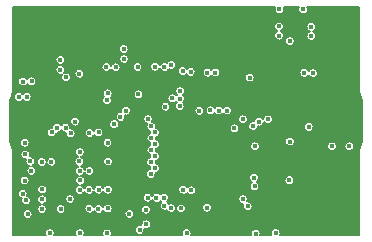
<source format=gbr>
%TF.GenerationSoftware,KiCad,Pcbnew,(5.1.6)-1*%
%TF.CreationDate,2020-08-10T23:05:38-07:00*%
%TF.ProjectId,Wire-Free-DAQ,57697265-2d46-4726-9565-2d4441512e6b,rev?*%
%TF.SameCoordinates,Original*%
%TF.FileFunction,Copper,L2,Inr*%
%TF.FilePolarity,Positive*%
%FSLAX46Y46*%
G04 Gerber Fmt 4.6, Leading zero omitted, Abs format (unit mm)*
G04 Created by KiCad (PCBNEW (5.1.6)-1) date 2020-08-10 23:05:38*
%MOMM*%
%LPD*%
G01*
G04 APERTURE LIST*
%TA.AperFunction,ViaPad*%
%ADD10C,0.450000*%
%TD*%
%TA.AperFunction,Conductor*%
%ADD11C,0.127000*%
%TD*%
G04 APERTURE END LIST*
D10*
%TO.N,GND*%
X140066000Y-50919000D03*
X129601196Y-46728000D03*
X141666200Y-54398800D03*
X135468600Y-48683800D03*
X135468600Y-47896400D03*
X124394401Y-59863311D03*
X130007600Y-52417600D03*
X148829000Y-59199400D03*
X147355800Y-59174000D03*
X123560922Y-59829130D03*
X130414000Y-55592600D03*
X143250000Y-59750000D03*
X121716800Y-48768000D03*
X127584200Y-58242200D03*
X124206000Y-50571400D03*
X126796800Y-45339000D03*
X126796800Y-49936400D03*
X137210800Y-45745400D03*
X148818600Y-63246000D03*
X145872200Y-63246000D03*
X143060800Y-56151400D03*
X144170400Y-57327800D03*
X144526000Y-47244000D03*
X143205200Y-61087000D03*
X144272000Y-63500000D03*
X138277600Y-63500000D03*
X133299200Y-63500000D03*
X128375190Y-54991000D03*
X122809000Y-58242200D03*
X120650000Y-54356000D03*
X121310400Y-58140600D03*
X120726200Y-52628800D03*
X125207000Y-59834400D03*
X139304000Y-45458000D03*
X136764000Y-63492000D03*
X143985200Y-52341400D03*
X143959800Y-53509800D03*
X138303000Y-57200800D03*
X136525000Y-57200800D03*
X138303000Y-55422800D03*
X136499600Y-55448200D03*
X134747000Y-55422800D03*
X134721600Y-57226200D03*
X134696200Y-59004200D03*
X136499600Y-59004200D03*
X138303000Y-59029600D03*
X121716800Y-49352200D03*
X147559000Y-44619800D03*
X144855052Y-45997900D03*
%TO.N,/Deserializer/IDX*%
X140218400Y-61206000D03*
%TO.N,/Deserializer/VDD18_P0*%
X139812000Y-60596400D03*
X140828000Y-56126000D03*
%TO.N,/Deserializer/VDD18_FPD0*%
X140751800Y-58793000D03*
X136764000Y-61333000D03*
%TO.N,+3V3*%
X130896600Y-49420400D03*
X136129000Y-53128800D03*
X140802600Y-59529600D03*
X128369301Y-51652339D03*
X134706600Y-49763300D03*
X126036098Y-59021599D03*
X134579600Y-61383800D03*
X121589800Y-61874400D03*
X133121400Y-60477400D03*
X126009400Y-63474600D03*
X123469400Y-63474600D03*
X121332001Y-59033399D03*
X120827800Y-51943000D03*
X121386600Y-56819800D03*
X125966200Y-57416700D03*
X127594600Y-59809000D03*
X145603200Y-46016800D03*
X145603200Y-46804200D03*
%TO.N,/Deserializer/VDD18*%
X142595600Y-63474600D03*
X132065000Y-56456200D03*
%TO.N,/Deserializer/VDD11_D*%
X138465800Y-53103400D03*
%TO.N,/Deserializer/VDD11_DVP*%
X132369800Y-57980200D03*
%TO.N,+BATT*%
X140396200Y-50309400D03*
X124358400Y-48818800D03*
X124358400Y-49657000D03*
X145745200Y-49936400D03*
X145008600Y-49911000D03*
X143789400Y-47218600D03*
X142910804Y-44543600D03*
X144917400Y-44543600D03*
%TO.N,V_OUT*%
X148829000Y-56126000D03*
X147355800Y-56126000D03*
X143789400Y-55727600D03*
X145389600Y-54483000D03*
%TO.N,+1V8*%
X141945600Y-53840000D03*
X136814800Y-49892779D03*
X133843000Y-52062000D03*
X143750000Y-59000000D03*
X142875000Y-45974000D03*
X142875000Y-46761400D03*
X140899177Y-63521000D03*
X135051800Y-63474600D03*
%TO.N,/MCU/VDDUTMIC*%
X124089400Y-54551200D03*
%TO.N,/MCU/VDDPLL*%
X126009400Y-56616600D03*
%TO.N,+1V2*%
X128318500Y-52227100D03*
X124838700Y-50284000D03*
X121343800Y-55821200D03*
X126009400Y-58216800D03*
X125180680Y-60594641D03*
%TO.N,Net-(D1-Pad2)*%
X121513600Y-51943000D03*
%TO.N,/MCU/SWDIO*%
X127580214Y-61448078D03*
%TO.N,/MCU/SWDCLK*%
X128377769Y-59797651D03*
%TO.N,/MCU/DAT2*%
X128305800Y-63492000D03*
X133749999Y-49250000D03*
%TO.N,/MCU/DAT3*%
X133169900Y-49407700D03*
X128371600Y-61391800D03*
%TO.N,/MCU/DAT0*%
X127594600Y-54957600D03*
X129042400Y-49445800D03*
%TO.N,/MCU/CMD*%
X129918261Y-53110667D03*
X132369829Y-49395000D03*
%TO.N,/MCU/CLK*%
X129451359Y-53636718D03*
X126807200Y-61409200D03*
%TO.N,/MCU/DAT1*%
X128255000Y-49420402D03*
X126822200Y-55016400D03*
%TO.N,/Deserializer/OEN*%
X137068800Y-53078000D03*
%TO.N,/Deserializer/OSS_SEL*%
X137754600Y-53103400D03*
%TO.N,/Deserializer/I2C_SCL*%
X128382000Y-57421400D03*
X139100800Y-54602000D03*
%TO.N,/Deserializer/I2C_SDA*%
X128352689Y-55821601D03*
X139812000Y-53840000D03*
%TO.N,/Deserializer/LOCK*%
X140665200Y-54424200D03*
X128917721Y-54259100D03*
%TO.N,/Deserializer/GPIO0*%
X121168400Y-60139200D03*
X135443200Y-59859800D03*
%TO.N,/Deserializer/GPIO1*%
X121463403Y-60713603D03*
X134757400Y-59809000D03*
%TO.N,/Deserializer/GPIO2*%
X122819400Y-59783600D03*
X133730988Y-61366400D03*
%TO.N,/Deserializer/GPIO3*%
X133171237Y-61162114D03*
X122819400Y-60621800D03*
%TO.N,/Deserializer/ROUT3*%
X132496800Y-60494798D03*
X132014200Y-58462800D03*
%TO.N,/Deserializer/ROUT4*%
X131744684Y-60480990D03*
X132039600Y-57472200D03*
%TO.N,/Deserializer/ROUT5*%
X131597400Y-61493400D03*
X132369800Y-56964200D03*
%TO.N,/Deserializer/ROUT6*%
X131633212Y-62730000D03*
X132369800Y-55948200D03*
%TO.N,/Deserializer/ROUT7*%
X131074400Y-63209010D03*
X132065000Y-55440200D03*
%TO.N,/Deserializer/ROUT8*%
X130199562Y-61853674D03*
X132373115Y-54952352D03*
%TO.N,/Deserializer/ROUT9*%
X125994400Y-59834400D03*
X132065000Y-54449600D03*
%TO.N,/Deserializer/ROUT10*%
X131785600Y-53814600D03*
%TO.N,/Deserializer/ROUT11*%
X133258800Y-52773200D03*
%TO.N,/Deserializer/HSYNC*%
X134467600Y-52730400D03*
X122794000Y-61434600D03*
%TO.N,/Deserializer/VSYNC*%
X134478000Y-52087400D03*
X126781800Y-59817000D03*
%TO.N,/Deserializer/PCLK*%
X134503400Y-51452400D03*
X124394200Y-61434600D03*
%TO.N,Net-(D1-Pad4)*%
X121183400Y-50647600D03*
%TO.N,Net-(D1-Pad3)*%
X121920000Y-50622200D03*
%TO.N,/MCU/LED_B*%
X123596400Y-57429400D03*
%TO.N,/MCU/LED_G*%
X122785197Y-57453295D03*
%TO.N,/MCU/LED_R*%
X121818400Y-57404000D03*
%TO.N,Net-(C58-Pad2)*%
X123622600Y-54957600D03*
%TO.N,+5V*%
X137494800Y-49883400D03*
X129753600Y-48734600D03*
X129728200Y-47896400D03*
%TO.N,/MCU/D-*%
X124800600Y-54551198D03*
%TO.N,/MCU/D+*%
X125228810Y-55027876D03*
%TO.N,/MCU/VDDPLLUSB*%
X125600700Y-54043200D03*
X126807200Y-58234200D03*
%TO.N,Net-(R28-Pad1)*%
X135392400Y-49826800D03*
%TO.N,/MCU/CHR_STAT*%
X141183600Y-54043200D03*
X130972800Y-51731800D03*
%TO.N,/MCU/VBUS_DET*%
X121905000Y-58208800D03*
X125969000Y-49979200D03*
%TD*%
D11*
%TO.N,GND*%
G36*
X142542593Y-44346787D02*
G01*
X142511272Y-44422403D01*
X142495304Y-44502677D01*
X142495304Y-44584523D01*
X142511272Y-44664797D01*
X142542593Y-44740413D01*
X142588064Y-44808466D01*
X142645938Y-44866340D01*
X142713991Y-44911811D01*
X142789607Y-44943132D01*
X142869881Y-44959100D01*
X142951727Y-44959100D01*
X143032001Y-44943132D01*
X143107617Y-44911811D01*
X143175670Y-44866340D01*
X143233544Y-44808466D01*
X143279015Y-44740413D01*
X143310336Y-44664797D01*
X143326304Y-44584523D01*
X143326304Y-44502677D01*
X143310336Y-44422403D01*
X143279015Y-44346787D01*
X143259446Y-44317500D01*
X144568758Y-44317500D01*
X144549189Y-44346787D01*
X144517868Y-44422403D01*
X144501900Y-44502677D01*
X144501900Y-44584523D01*
X144517868Y-44664797D01*
X144549189Y-44740413D01*
X144594660Y-44808466D01*
X144652534Y-44866340D01*
X144720587Y-44911811D01*
X144796203Y-44943132D01*
X144876477Y-44959100D01*
X144958323Y-44959100D01*
X145038597Y-44943132D01*
X145114213Y-44911811D01*
X145182266Y-44866340D01*
X145240140Y-44808466D01*
X145285611Y-44740413D01*
X145316932Y-44664797D01*
X145332900Y-44584523D01*
X145332900Y-44502677D01*
X145316932Y-44422403D01*
X145285611Y-44346787D01*
X145266042Y-44317500D01*
X149682501Y-44317500D01*
X149682500Y-51515595D01*
X149683874Y-51529549D01*
X149683831Y-51535758D01*
X149684263Y-51540170D01*
X149704664Y-51734267D01*
X149710454Y-51762469D01*
X149715843Y-51790721D01*
X149717124Y-51794965D01*
X149774836Y-51981403D01*
X149785981Y-52007916D01*
X149796767Y-52034612D01*
X149798848Y-52038526D01*
X149891673Y-52210203D01*
X149907772Y-52234071D01*
X149923523Y-52258140D01*
X149926324Y-52261576D01*
X149936500Y-52273877D01*
X149936500Y-55726976D01*
X149921034Y-55745939D01*
X149905120Y-55769892D01*
X149888852Y-55793651D01*
X149886743Y-55797551D01*
X149795118Y-55969873D01*
X149784160Y-55996459D01*
X149772816Y-56022927D01*
X149771505Y-56027162D01*
X149715096Y-56213999D01*
X149709508Y-56242224D01*
X149703524Y-56270375D01*
X149703060Y-56274784D01*
X149684015Y-56469017D01*
X149684015Y-56469032D01*
X149682501Y-56484404D01*
X149682500Y-63682500D01*
X142956403Y-63682500D01*
X142963811Y-63671413D01*
X142995132Y-63595797D01*
X143011100Y-63515523D01*
X143011100Y-63433677D01*
X142995132Y-63353403D01*
X142963811Y-63277787D01*
X142918340Y-63209734D01*
X142860466Y-63151860D01*
X142792413Y-63106389D01*
X142716797Y-63075068D01*
X142636523Y-63059100D01*
X142554677Y-63059100D01*
X142474403Y-63075068D01*
X142398787Y-63106389D01*
X142330734Y-63151860D01*
X142272860Y-63209734D01*
X142227389Y-63277787D01*
X142196068Y-63353403D01*
X142180100Y-63433677D01*
X142180100Y-63515523D01*
X142196068Y-63595797D01*
X142227389Y-63671413D01*
X142234797Y-63682500D01*
X141282015Y-63682500D01*
X141298709Y-63642197D01*
X141314677Y-63561923D01*
X141314677Y-63480077D01*
X141298709Y-63399803D01*
X141267388Y-63324187D01*
X141221917Y-63256134D01*
X141164043Y-63198260D01*
X141095990Y-63152789D01*
X141020374Y-63121468D01*
X140940100Y-63105500D01*
X140858254Y-63105500D01*
X140777980Y-63121468D01*
X140702364Y-63152789D01*
X140634311Y-63198260D01*
X140576437Y-63256134D01*
X140530966Y-63324187D01*
X140499645Y-63399803D01*
X140483677Y-63480077D01*
X140483677Y-63561923D01*
X140499645Y-63642197D01*
X140516339Y-63682500D01*
X135412603Y-63682500D01*
X135420011Y-63671413D01*
X135451332Y-63595797D01*
X135467300Y-63515523D01*
X135467300Y-63433677D01*
X135451332Y-63353403D01*
X135420011Y-63277787D01*
X135374540Y-63209734D01*
X135316666Y-63151860D01*
X135248613Y-63106389D01*
X135172997Y-63075068D01*
X135092723Y-63059100D01*
X135010877Y-63059100D01*
X134930603Y-63075068D01*
X134854987Y-63106389D01*
X134786934Y-63151860D01*
X134729060Y-63209734D01*
X134683589Y-63277787D01*
X134652268Y-63353403D01*
X134636300Y-63433677D01*
X134636300Y-63515523D01*
X134652268Y-63595797D01*
X134683589Y-63671413D01*
X134690997Y-63682500D01*
X128676626Y-63682500D01*
X128705332Y-63613197D01*
X128721300Y-63532923D01*
X128721300Y-63451077D01*
X128705332Y-63370803D01*
X128674011Y-63295187D01*
X128628540Y-63227134D01*
X128570666Y-63169260D01*
X128568911Y-63168087D01*
X130658900Y-63168087D01*
X130658900Y-63249933D01*
X130674868Y-63330207D01*
X130706189Y-63405823D01*
X130751660Y-63473876D01*
X130809534Y-63531750D01*
X130877587Y-63577221D01*
X130953203Y-63608542D01*
X131033477Y-63624510D01*
X131115323Y-63624510D01*
X131195597Y-63608542D01*
X131271213Y-63577221D01*
X131339266Y-63531750D01*
X131397140Y-63473876D01*
X131442611Y-63405823D01*
X131473932Y-63330207D01*
X131489900Y-63249933D01*
X131489900Y-63168087D01*
X131479556Y-63116087D01*
X131512015Y-63129532D01*
X131592289Y-63145500D01*
X131674135Y-63145500D01*
X131754409Y-63129532D01*
X131830025Y-63098211D01*
X131898078Y-63052740D01*
X131955952Y-62994866D01*
X132001423Y-62926813D01*
X132032744Y-62851197D01*
X132048712Y-62770923D01*
X132048712Y-62689077D01*
X132032744Y-62608803D01*
X132001423Y-62533187D01*
X131955952Y-62465134D01*
X131898078Y-62407260D01*
X131830025Y-62361789D01*
X131754409Y-62330468D01*
X131674135Y-62314500D01*
X131592289Y-62314500D01*
X131512015Y-62330468D01*
X131436399Y-62361789D01*
X131368346Y-62407260D01*
X131310472Y-62465134D01*
X131265001Y-62533187D01*
X131233680Y-62608803D01*
X131217712Y-62689077D01*
X131217712Y-62770923D01*
X131228056Y-62822923D01*
X131195597Y-62809478D01*
X131115323Y-62793510D01*
X131033477Y-62793510D01*
X130953203Y-62809478D01*
X130877587Y-62840799D01*
X130809534Y-62886270D01*
X130751660Y-62944144D01*
X130706189Y-63012197D01*
X130674868Y-63087813D01*
X130658900Y-63168087D01*
X128568911Y-63168087D01*
X128502613Y-63123789D01*
X128426997Y-63092468D01*
X128346723Y-63076500D01*
X128264877Y-63076500D01*
X128184603Y-63092468D01*
X128108987Y-63123789D01*
X128040934Y-63169260D01*
X127983060Y-63227134D01*
X127937589Y-63295187D01*
X127906268Y-63370803D01*
X127890300Y-63451077D01*
X127890300Y-63532923D01*
X127906268Y-63613197D01*
X127934974Y-63682500D01*
X126370203Y-63682500D01*
X126377611Y-63671413D01*
X126408932Y-63595797D01*
X126424900Y-63515523D01*
X126424900Y-63433677D01*
X126408932Y-63353403D01*
X126377611Y-63277787D01*
X126332140Y-63209734D01*
X126274266Y-63151860D01*
X126206213Y-63106389D01*
X126130597Y-63075068D01*
X126050323Y-63059100D01*
X125968477Y-63059100D01*
X125888203Y-63075068D01*
X125812587Y-63106389D01*
X125744534Y-63151860D01*
X125686660Y-63209734D01*
X125641189Y-63277787D01*
X125609868Y-63353403D01*
X125593900Y-63433677D01*
X125593900Y-63515523D01*
X125609868Y-63595797D01*
X125641189Y-63671413D01*
X125648597Y-63682500D01*
X123830203Y-63682500D01*
X123837611Y-63671413D01*
X123868932Y-63595797D01*
X123884900Y-63515523D01*
X123884900Y-63433677D01*
X123868932Y-63353403D01*
X123837611Y-63277787D01*
X123792140Y-63209734D01*
X123734266Y-63151860D01*
X123666213Y-63106389D01*
X123590597Y-63075068D01*
X123510323Y-63059100D01*
X123428477Y-63059100D01*
X123348203Y-63075068D01*
X123272587Y-63106389D01*
X123204534Y-63151860D01*
X123146660Y-63209734D01*
X123101189Y-63277787D01*
X123069868Y-63353403D01*
X123053900Y-63433677D01*
X123053900Y-63515523D01*
X123069868Y-63595797D01*
X123101189Y-63671413D01*
X123108597Y-63682500D01*
X120317500Y-63682500D01*
X120317500Y-61833477D01*
X121174300Y-61833477D01*
X121174300Y-61915323D01*
X121190268Y-61995597D01*
X121221589Y-62071213D01*
X121267060Y-62139266D01*
X121324934Y-62197140D01*
X121392987Y-62242611D01*
X121468603Y-62273932D01*
X121548877Y-62289900D01*
X121630723Y-62289900D01*
X121710997Y-62273932D01*
X121786613Y-62242611D01*
X121854666Y-62197140D01*
X121912540Y-62139266D01*
X121958011Y-62071213D01*
X121989332Y-61995597D01*
X122005300Y-61915323D01*
X122005300Y-61833477D01*
X121989332Y-61753203D01*
X121958011Y-61677587D01*
X121912540Y-61609534D01*
X121854666Y-61551660D01*
X121786613Y-61506189D01*
X121710997Y-61474868D01*
X121630723Y-61458900D01*
X121548877Y-61458900D01*
X121468603Y-61474868D01*
X121392987Y-61506189D01*
X121324934Y-61551660D01*
X121267060Y-61609534D01*
X121221589Y-61677587D01*
X121190268Y-61753203D01*
X121174300Y-61833477D01*
X120317500Y-61833477D01*
X120317500Y-61393677D01*
X122378500Y-61393677D01*
X122378500Y-61475523D01*
X122394468Y-61555797D01*
X122425789Y-61631413D01*
X122471260Y-61699466D01*
X122529134Y-61757340D01*
X122597187Y-61802811D01*
X122672803Y-61834132D01*
X122753077Y-61850100D01*
X122834923Y-61850100D01*
X122915197Y-61834132D01*
X122990813Y-61802811D01*
X123058866Y-61757340D01*
X123116740Y-61699466D01*
X123162211Y-61631413D01*
X123193532Y-61555797D01*
X123209500Y-61475523D01*
X123209500Y-61393677D01*
X123978700Y-61393677D01*
X123978700Y-61475523D01*
X123994668Y-61555797D01*
X124025989Y-61631413D01*
X124071460Y-61699466D01*
X124129334Y-61757340D01*
X124197387Y-61802811D01*
X124273003Y-61834132D01*
X124353277Y-61850100D01*
X124435123Y-61850100D01*
X124515397Y-61834132D01*
X124591013Y-61802811D01*
X124659066Y-61757340D01*
X124716940Y-61699466D01*
X124762411Y-61631413D01*
X124793732Y-61555797D01*
X124809700Y-61475523D01*
X124809700Y-61393677D01*
X124804648Y-61368277D01*
X126391700Y-61368277D01*
X126391700Y-61450123D01*
X126407668Y-61530397D01*
X126438989Y-61606013D01*
X126484460Y-61674066D01*
X126542334Y-61731940D01*
X126610387Y-61777411D01*
X126686003Y-61808732D01*
X126766277Y-61824700D01*
X126848123Y-61824700D01*
X126928397Y-61808732D01*
X127004013Y-61777411D01*
X127072066Y-61731940D01*
X127129940Y-61674066D01*
X127175411Y-61606013D01*
X127185655Y-61581281D01*
X127212003Y-61644891D01*
X127257474Y-61712944D01*
X127315348Y-61770818D01*
X127383401Y-61816289D01*
X127459017Y-61847610D01*
X127539291Y-61863578D01*
X127621137Y-61863578D01*
X127701411Y-61847610D01*
X127777027Y-61816289D01*
X127782322Y-61812751D01*
X129784062Y-61812751D01*
X129784062Y-61894597D01*
X129800030Y-61974871D01*
X129831351Y-62050487D01*
X129876822Y-62118540D01*
X129934696Y-62176414D01*
X130002749Y-62221885D01*
X130078365Y-62253206D01*
X130158639Y-62269174D01*
X130240485Y-62269174D01*
X130320759Y-62253206D01*
X130396375Y-62221885D01*
X130464428Y-62176414D01*
X130522302Y-62118540D01*
X130567773Y-62050487D01*
X130599094Y-61974871D01*
X130615062Y-61894597D01*
X130615062Y-61812751D01*
X130599094Y-61732477D01*
X130567773Y-61656861D01*
X130522302Y-61588808D01*
X130464428Y-61530934D01*
X130396375Y-61485463D01*
X130320759Y-61454142D01*
X130312389Y-61452477D01*
X131181900Y-61452477D01*
X131181900Y-61534323D01*
X131197868Y-61614597D01*
X131229189Y-61690213D01*
X131274660Y-61758266D01*
X131332534Y-61816140D01*
X131400587Y-61861611D01*
X131476203Y-61892932D01*
X131556477Y-61908900D01*
X131638323Y-61908900D01*
X131718597Y-61892932D01*
X131794213Y-61861611D01*
X131862266Y-61816140D01*
X131920140Y-61758266D01*
X131965611Y-61690213D01*
X131996932Y-61614597D01*
X132012900Y-61534323D01*
X132012900Y-61452477D01*
X131996932Y-61372203D01*
X131965611Y-61296587D01*
X131920140Y-61228534D01*
X131862266Y-61170660D01*
X131794213Y-61125189D01*
X131718597Y-61093868D01*
X131638323Y-61077900D01*
X131556477Y-61077900D01*
X131476203Y-61093868D01*
X131400587Y-61125189D01*
X131332534Y-61170660D01*
X131274660Y-61228534D01*
X131229189Y-61296587D01*
X131197868Y-61372203D01*
X131181900Y-61452477D01*
X130312389Y-61452477D01*
X130240485Y-61438174D01*
X130158639Y-61438174D01*
X130078365Y-61454142D01*
X130002749Y-61485463D01*
X129934696Y-61530934D01*
X129876822Y-61588808D01*
X129831351Y-61656861D01*
X129800030Y-61732477D01*
X129784062Y-61812751D01*
X127782322Y-61812751D01*
X127845080Y-61770818D01*
X127902954Y-61712944D01*
X127948425Y-61644891D01*
X127979746Y-61569275D01*
X127984818Y-61543778D01*
X128003389Y-61588613D01*
X128048860Y-61656666D01*
X128106734Y-61714540D01*
X128174787Y-61760011D01*
X128250403Y-61791332D01*
X128330677Y-61807300D01*
X128412523Y-61807300D01*
X128492797Y-61791332D01*
X128568413Y-61760011D01*
X128636466Y-61714540D01*
X128694340Y-61656666D01*
X128739811Y-61588613D01*
X128771132Y-61512997D01*
X128787100Y-61432723D01*
X128787100Y-61350877D01*
X128771132Y-61270603D01*
X128739811Y-61194987D01*
X128694340Y-61126934D01*
X128636466Y-61069060D01*
X128568413Y-61023589D01*
X128492797Y-60992268D01*
X128412523Y-60976300D01*
X128330677Y-60976300D01*
X128250403Y-60992268D01*
X128174787Y-61023589D01*
X128106734Y-61069060D01*
X128048860Y-61126934D01*
X128003389Y-61194987D01*
X127972068Y-61270603D01*
X127966996Y-61296100D01*
X127948425Y-61251265D01*
X127902954Y-61183212D01*
X127845080Y-61125338D01*
X127777027Y-61079867D01*
X127701411Y-61048546D01*
X127621137Y-61032578D01*
X127539291Y-61032578D01*
X127459017Y-61048546D01*
X127383401Y-61079867D01*
X127315348Y-61125338D01*
X127257474Y-61183212D01*
X127212003Y-61251265D01*
X127201759Y-61275997D01*
X127175411Y-61212387D01*
X127129940Y-61144334D01*
X127072066Y-61086460D01*
X127004013Y-61040989D01*
X126928397Y-61009668D01*
X126848123Y-60993700D01*
X126766277Y-60993700D01*
X126686003Y-61009668D01*
X126610387Y-61040989D01*
X126542334Y-61086460D01*
X126484460Y-61144334D01*
X126438989Y-61212387D01*
X126407668Y-61288003D01*
X126391700Y-61368277D01*
X124804648Y-61368277D01*
X124793732Y-61313403D01*
X124762411Y-61237787D01*
X124716940Y-61169734D01*
X124659066Y-61111860D01*
X124591013Y-61066389D01*
X124515397Y-61035068D01*
X124435123Y-61019100D01*
X124353277Y-61019100D01*
X124273003Y-61035068D01*
X124197387Y-61066389D01*
X124129334Y-61111860D01*
X124071460Y-61169734D01*
X124025989Y-61237787D01*
X123994668Y-61313403D01*
X123978700Y-61393677D01*
X123209500Y-61393677D01*
X123193532Y-61313403D01*
X123162211Y-61237787D01*
X123116740Y-61169734D01*
X123058866Y-61111860D01*
X122990813Y-61066389D01*
X122915197Y-61035068D01*
X122893370Y-61030726D01*
X122940597Y-61021332D01*
X123016213Y-60990011D01*
X123084266Y-60944540D01*
X123142140Y-60886666D01*
X123187611Y-60818613D01*
X123218932Y-60742997D01*
X123234900Y-60662723D01*
X123234900Y-60580877D01*
X123229498Y-60553718D01*
X124765180Y-60553718D01*
X124765180Y-60635564D01*
X124781148Y-60715838D01*
X124812469Y-60791454D01*
X124857940Y-60859507D01*
X124915814Y-60917381D01*
X124983867Y-60962852D01*
X125059483Y-60994173D01*
X125139757Y-61010141D01*
X125221603Y-61010141D01*
X125301877Y-60994173D01*
X125377493Y-60962852D01*
X125445546Y-60917381D01*
X125503420Y-60859507D01*
X125548891Y-60791454D01*
X125580212Y-60715838D01*
X125596180Y-60635564D01*
X125596180Y-60553718D01*
X125580212Y-60473444D01*
X125566387Y-60440067D01*
X131329184Y-60440067D01*
X131329184Y-60521913D01*
X131345152Y-60602187D01*
X131376473Y-60677803D01*
X131421944Y-60745856D01*
X131479818Y-60803730D01*
X131547871Y-60849201D01*
X131623487Y-60880522D01*
X131703761Y-60896490D01*
X131785607Y-60896490D01*
X131865881Y-60880522D01*
X131941497Y-60849201D01*
X132009550Y-60803730D01*
X132067424Y-60745856D01*
X132112895Y-60677803D01*
X132117882Y-60665763D01*
X132128589Y-60691611D01*
X132174060Y-60759664D01*
X132231934Y-60817538D01*
X132299987Y-60863009D01*
X132375603Y-60894330D01*
X132455877Y-60910298D01*
X132537723Y-60910298D01*
X132617997Y-60894330D01*
X132693613Y-60863009D01*
X132761666Y-60817538D01*
X132817799Y-60761405D01*
X132856534Y-60800140D01*
X132910812Y-60836407D01*
X132906371Y-60839374D01*
X132848497Y-60897248D01*
X132803026Y-60965301D01*
X132771705Y-61040917D01*
X132755737Y-61121191D01*
X132755737Y-61203037D01*
X132771705Y-61283311D01*
X132803026Y-61358927D01*
X132848497Y-61426980D01*
X132906371Y-61484854D01*
X132974424Y-61530325D01*
X133050040Y-61561646D01*
X133130314Y-61577614D01*
X133212160Y-61577614D01*
X133292434Y-61561646D01*
X133351922Y-61537006D01*
X133362777Y-61563213D01*
X133408248Y-61631266D01*
X133466122Y-61689140D01*
X133534175Y-61734611D01*
X133609791Y-61765932D01*
X133690065Y-61781900D01*
X133771911Y-61781900D01*
X133852185Y-61765932D01*
X133927801Y-61734611D01*
X133995854Y-61689140D01*
X134053728Y-61631266D01*
X134099199Y-61563213D01*
X134130520Y-61487597D01*
X134146488Y-61407323D01*
X134146488Y-61342877D01*
X134164100Y-61342877D01*
X134164100Y-61424723D01*
X134180068Y-61504997D01*
X134211389Y-61580613D01*
X134256860Y-61648666D01*
X134314734Y-61706540D01*
X134382787Y-61752011D01*
X134458403Y-61783332D01*
X134538677Y-61799300D01*
X134620523Y-61799300D01*
X134700797Y-61783332D01*
X134776413Y-61752011D01*
X134844466Y-61706540D01*
X134902340Y-61648666D01*
X134947811Y-61580613D01*
X134979132Y-61504997D01*
X134995100Y-61424723D01*
X134995100Y-61342877D01*
X134984995Y-61292077D01*
X136348500Y-61292077D01*
X136348500Y-61373923D01*
X136364468Y-61454197D01*
X136395789Y-61529813D01*
X136441260Y-61597866D01*
X136499134Y-61655740D01*
X136567187Y-61701211D01*
X136642803Y-61732532D01*
X136723077Y-61748500D01*
X136804923Y-61748500D01*
X136885197Y-61732532D01*
X136960813Y-61701211D01*
X137028866Y-61655740D01*
X137086740Y-61597866D01*
X137132211Y-61529813D01*
X137163532Y-61454197D01*
X137179500Y-61373923D01*
X137179500Y-61292077D01*
X137163532Y-61211803D01*
X137132211Y-61136187D01*
X137086740Y-61068134D01*
X137028866Y-61010260D01*
X136960813Y-60964789D01*
X136885197Y-60933468D01*
X136804923Y-60917500D01*
X136723077Y-60917500D01*
X136642803Y-60933468D01*
X136567187Y-60964789D01*
X136499134Y-61010260D01*
X136441260Y-61068134D01*
X136395789Y-61136187D01*
X136364468Y-61211803D01*
X136348500Y-61292077D01*
X134984995Y-61292077D01*
X134979132Y-61262603D01*
X134947811Y-61186987D01*
X134902340Y-61118934D01*
X134844466Y-61061060D01*
X134776413Y-61015589D01*
X134700797Y-60984268D01*
X134620523Y-60968300D01*
X134538677Y-60968300D01*
X134458403Y-60984268D01*
X134382787Y-61015589D01*
X134314734Y-61061060D01*
X134256860Y-61118934D01*
X134211389Y-61186987D01*
X134180068Y-61262603D01*
X134164100Y-61342877D01*
X134146488Y-61342877D01*
X134146488Y-61325477D01*
X134130520Y-61245203D01*
X134099199Y-61169587D01*
X134053728Y-61101534D01*
X133995854Y-61043660D01*
X133927801Y-60998189D01*
X133852185Y-60966868D01*
X133771911Y-60950900D01*
X133690065Y-60950900D01*
X133609791Y-60966868D01*
X133550303Y-60991508D01*
X133539448Y-60965301D01*
X133493977Y-60897248D01*
X133436103Y-60839374D01*
X133381825Y-60803107D01*
X133386266Y-60800140D01*
X133444140Y-60742266D01*
X133489611Y-60674213D01*
X133520932Y-60598597D01*
X133529509Y-60555477D01*
X139396500Y-60555477D01*
X139396500Y-60637323D01*
X139412468Y-60717597D01*
X139443789Y-60793213D01*
X139489260Y-60861266D01*
X139547134Y-60919140D01*
X139615187Y-60964611D01*
X139690803Y-60995932D01*
X139771077Y-61011900D01*
X139849065Y-61011900D01*
X139818868Y-61084803D01*
X139802900Y-61165077D01*
X139802900Y-61246923D01*
X139818868Y-61327197D01*
X139850189Y-61402813D01*
X139895660Y-61470866D01*
X139953534Y-61528740D01*
X140021587Y-61574211D01*
X140097203Y-61605532D01*
X140177477Y-61621500D01*
X140259323Y-61621500D01*
X140339597Y-61605532D01*
X140415213Y-61574211D01*
X140483266Y-61528740D01*
X140541140Y-61470866D01*
X140586611Y-61402813D01*
X140617932Y-61327197D01*
X140633900Y-61246923D01*
X140633900Y-61165077D01*
X140617932Y-61084803D01*
X140586611Y-61009187D01*
X140541140Y-60941134D01*
X140483266Y-60883260D01*
X140415213Y-60837789D01*
X140339597Y-60806468D01*
X140259323Y-60790500D01*
X140181335Y-60790500D01*
X140211532Y-60717597D01*
X140227500Y-60637323D01*
X140227500Y-60555477D01*
X140211532Y-60475203D01*
X140180211Y-60399587D01*
X140134740Y-60331534D01*
X140076866Y-60273660D01*
X140008813Y-60228189D01*
X139933197Y-60196868D01*
X139852923Y-60180900D01*
X139771077Y-60180900D01*
X139690803Y-60196868D01*
X139615187Y-60228189D01*
X139547134Y-60273660D01*
X139489260Y-60331534D01*
X139443789Y-60399587D01*
X139412468Y-60475203D01*
X139396500Y-60555477D01*
X133529509Y-60555477D01*
X133536900Y-60518323D01*
X133536900Y-60436477D01*
X133520932Y-60356203D01*
X133489611Y-60280587D01*
X133444140Y-60212534D01*
X133386266Y-60154660D01*
X133318213Y-60109189D01*
X133242597Y-60077868D01*
X133162323Y-60061900D01*
X133080477Y-60061900D01*
X133000203Y-60077868D01*
X132924587Y-60109189D01*
X132856534Y-60154660D01*
X132800401Y-60210793D01*
X132761666Y-60172058D01*
X132693613Y-60126587D01*
X132617997Y-60095266D01*
X132537723Y-60079298D01*
X132455877Y-60079298D01*
X132375603Y-60095266D01*
X132299987Y-60126587D01*
X132231934Y-60172058D01*
X132174060Y-60229932D01*
X132128589Y-60297985D01*
X132123602Y-60310025D01*
X132112895Y-60284177D01*
X132067424Y-60216124D01*
X132009550Y-60158250D01*
X131941497Y-60112779D01*
X131865881Y-60081458D01*
X131785607Y-60065490D01*
X131703761Y-60065490D01*
X131623487Y-60081458D01*
X131547871Y-60112779D01*
X131479818Y-60158250D01*
X131421944Y-60216124D01*
X131376473Y-60284177D01*
X131345152Y-60359793D01*
X131329184Y-60440067D01*
X125566387Y-60440067D01*
X125548891Y-60397828D01*
X125503420Y-60329775D01*
X125445546Y-60271901D01*
X125377493Y-60226430D01*
X125301877Y-60195109D01*
X125221603Y-60179141D01*
X125139757Y-60179141D01*
X125059483Y-60195109D01*
X124983867Y-60226430D01*
X124915814Y-60271901D01*
X124857940Y-60329775D01*
X124812469Y-60397828D01*
X124781148Y-60473444D01*
X124765180Y-60553718D01*
X123229498Y-60553718D01*
X123218932Y-60500603D01*
X123187611Y-60424987D01*
X123142140Y-60356934D01*
X123084266Y-60299060D01*
X123016213Y-60253589D01*
X122940597Y-60222268D01*
X122860323Y-60206300D01*
X122778477Y-60206300D01*
X122698203Y-60222268D01*
X122622587Y-60253589D01*
X122554534Y-60299060D01*
X122496660Y-60356934D01*
X122451189Y-60424987D01*
X122419868Y-60500603D01*
X122403900Y-60580877D01*
X122403900Y-60662723D01*
X122419868Y-60742997D01*
X122451189Y-60818613D01*
X122496660Y-60886666D01*
X122554534Y-60944540D01*
X122622587Y-60990011D01*
X122698203Y-61021332D01*
X122720030Y-61025674D01*
X122672803Y-61035068D01*
X122597187Y-61066389D01*
X122529134Y-61111860D01*
X122471260Y-61169734D01*
X122425789Y-61237787D01*
X122394468Y-61313403D01*
X122378500Y-61393677D01*
X120317500Y-61393677D01*
X120317500Y-60098277D01*
X120752900Y-60098277D01*
X120752900Y-60180123D01*
X120768868Y-60260397D01*
X120800189Y-60336013D01*
X120845660Y-60404066D01*
X120903534Y-60461940D01*
X120971587Y-60507411D01*
X121047203Y-60538732D01*
X121083142Y-60545881D01*
X121063871Y-60592406D01*
X121047903Y-60672680D01*
X121047903Y-60754526D01*
X121063871Y-60834800D01*
X121095192Y-60910416D01*
X121140663Y-60978469D01*
X121198537Y-61036343D01*
X121266590Y-61081814D01*
X121342206Y-61113135D01*
X121422480Y-61129103D01*
X121504326Y-61129103D01*
X121584600Y-61113135D01*
X121660216Y-61081814D01*
X121728269Y-61036343D01*
X121786143Y-60978469D01*
X121831614Y-60910416D01*
X121862935Y-60834800D01*
X121878903Y-60754526D01*
X121878903Y-60672680D01*
X121862935Y-60592406D01*
X121831614Y-60516790D01*
X121786143Y-60448737D01*
X121728269Y-60390863D01*
X121660216Y-60345392D01*
X121584600Y-60314071D01*
X121548661Y-60306922D01*
X121567932Y-60260397D01*
X121583900Y-60180123D01*
X121583900Y-60098277D01*
X121567932Y-60018003D01*
X121536611Y-59942387D01*
X121491140Y-59874334D01*
X121433266Y-59816460D01*
X121365213Y-59770989D01*
X121296862Y-59742677D01*
X122403900Y-59742677D01*
X122403900Y-59824523D01*
X122419868Y-59904797D01*
X122451189Y-59980413D01*
X122496660Y-60048466D01*
X122554534Y-60106340D01*
X122622587Y-60151811D01*
X122698203Y-60183132D01*
X122778477Y-60199100D01*
X122860323Y-60199100D01*
X122940597Y-60183132D01*
X123016213Y-60151811D01*
X123084266Y-60106340D01*
X123142140Y-60048466D01*
X123187611Y-59980413D01*
X123218932Y-59904797D01*
X123234900Y-59824523D01*
X123234900Y-59742677D01*
X123218932Y-59662403D01*
X123187611Y-59586787D01*
X123142140Y-59518734D01*
X123084266Y-59460860D01*
X123016213Y-59415389D01*
X122940597Y-59384068D01*
X122860323Y-59368100D01*
X122778477Y-59368100D01*
X122698203Y-59384068D01*
X122622587Y-59415389D01*
X122554534Y-59460860D01*
X122496660Y-59518734D01*
X122451189Y-59586787D01*
X122419868Y-59662403D01*
X122403900Y-59742677D01*
X121296862Y-59742677D01*
X121289597Y-59739668D01*
X121209323Y-59723700D01*
X121127477Y-59723700D01*
X121047203Y-59739668D01*
X120971587Y-59770989D01*
X120903534Y-59816460D01*
X120845660Y-59874334D01*
X120800189Y-59942387D01*
X120768868Y-60018003D01*
X120752900Y-60098277D01*
X120317500Y-60098277D01*
X120317500Y-58992476D01*
X120916501Y-58992476D01*
X120916501Y-59074322D01*
X120932469Y-59154596D01*
X120963790Y-59230212D01*
X121009261Y-59298265D01*
X121067135Y-59356139D01*
X121135188Y-59401610D01*
X121210804Y-59432931D01*
X121291078Y-59448899D01*
X121372924Y-59448899D01*
X121453198Y-59432931D01*
X121528814Y-59401610D01*
X121596867Y-59356139D01*
X121654741Y-59298265D01*
X121700212Y-59230212D01*
X121731533Y-59154596D01*
X121747501Y-59074322D01*
X121747501Y-58992476D01*
X121731533Y-58912202D01*
X121700212Y-58836586D01*
X121654741Y-58768533D01*
X121596867Y-58710659D01*
X121528814Y-58665188D01*
X121453198Y-58633867D01*
X121372924Y-58617899D01*
X121291078Y-58617899D01*
X121210804Y-58633867D01*
X121135188Y-58665188D01*
X121067135Y-58710659D01*
X121009261Y-58768533D01*
X120963790Y-58836586D01*
X120932469Y-58912202D01*
X120916501Y-58992476D01*
X120317500Y-58992476D01*
X120317500Y-56778877D01*
X120971100Y-56778877D01*
X120971100Y-56860723D01*
X120987068Y-56940997D01*
X121018389Y-57016613D01*
X121063860Y-57084666D01*
X121121734Y-57142540D01*
X121189787Y-57188011D01*
X121265403Y-57219332D01*
X121345677Y-57235300D01*
X121427523Y-57235300D01*
X121439534Y-57232911D01*
X121418868Y-57282803D01*
X121402900Y-57363077D01*
X121402900Y-57444923D01*
X121418868Y-57525197D01*
X121450189Y-57600813D01*
X121495660Y-57668866D01*
X121553534Y-57726740D01*
X121621587Y-57772211D01*
X121697203Y-57803532D01*
X121765063Y-57817031D01*
X121708187Y-57840589D01*
X121640134Y-57886060D01*
X121582260Y-57943934D01*
X121536789Y-58011987D01*
X121505468Y-58087603D01*
X121489500Y-58167877D01*
X121489500Y-58249723D01*
X121505468Y-58329997D01*
X121536789Y-58405613D01*
X121582260Y-58473666D01*
X121640134Y-58531540D01*
X121708187Y-58577011D01*
X121783803Y-58608332D01*
X121864077Y-58624300D01*
X121945923Y-58624300D01*
X122026197Y-58608332D01*
X122101813Y-58577011D01*
X122169866Y-58531540D01*
X122227740Y-58473666D01*
X122273211Y-58405613D01*
X122304532Y-58329997D01*
X122320500Y-58249723D01*
X122320500Y-58167877D01*
X122304532Y-58087603D01*
X122273211Y-58011987D01*
X122227740Y-57943934D01*
X122169866Y-57886060D01*
X122101813Y-57840589D01*
X122026197Y-57809268D01*
X121958337Y-57795769D01*
X122015213Y-57772211D01*
X122083266Y-57726740D01*
X122141140Y-57668866D01*
X122186611Y-57600813D01*
X122217932Y-57525197D01*
X122233900Y-57444923D01*
X122233900Y-57412372D01*
X122369697Y-57412372D01*
X122369697Y-57494218D01*
X122385665Y-57574492D01*
X122416986Y-57650108D01*
X122462457Y-57718161D01*
X122520331Y-57776035D01*
X122588384Y-57821506D01*
X122664000Y-57852827D01*
X122744274Y-57868795D01*
X122826120Y-57868795D01*
X122906394Y-57852827D01*
X122982010Y-57821506D01*
X123050063Y-57776035D01*
X123107937Y-57718161D01*
X123153408Y-57650108D01*
X123184729Y-57574492D01*
X123193175Y-57532032D01*
X123196868Y-57550597D01*
X123228189Y-57626213D01*
X123273660Y-57694266D01*
X123331534Y-57752140D01*
X123399587Y-57797611D01*
X123475203Y-57828932D01*
X123555477Y-57844900D01*
X123637323Y-57844900D01*
X123717597Y-57828932D01*
X123793213Y-57797611D01*
X123861266Y-57752140D01*
X123919140Y-57694266D01*
X123964611Y-57626213D01*
X123995932Y-57550597D01*
X124011900Y-57470323D01*
X124011900Y-57388477D01*
X124009374Y-57375777D01*
X125550700Y-57375777D01*
X125550700Y-57457623D01*
X125566668Y-57537897D01*
X125597989Y-57613513D01*
X125643460Y-57681566D01*
X125701334Y-57739440D01*
X125769387Y-57784911D01*
X125845003Y-57816232D01*
X125875877Y-57822373D01*
X125812587Y-57848589D01*
X125744534Y-57894060D01*
X125686660Y-57951934D01*
X125641189Y-58019987D01*
X125609868Y-58095603D01*
X125593900Y-58175877D01*
X125593900Y-58257723D01*
X125609868Y-58337997D01*
X125641189Y-58413613D01*
X125686660Y-58481666D01*
X125744534Y-58539540D01*
X125812587Y-58585011D01*
X125888203Y-58616332D01*
X125915967Y-58621855D01*
X125914901Y-58622067D01*
X125839285Y-58653388D01*
X125771232Y-58698859D01*
X125713358Y-58756733D01*
X125667887Y-58824786D01*
X125636566Y-58900402D01*
X125620598Y-58980676D01*
X125620598Y-59062522D01*
X125636566Y-59142796D01*
X125667887Y-59218412D01*
X125713358Y-59286465D01*
X125771232Y-59344339D01*
X125839285Y-59389810D01*
X125914901Y-59421131D01*
X125928581Y-59423852D01*
X125873203Y-59434868D01*
X125797587Y-59466189D01*
X125729534Y-59511660D01*
X125671660Y-59569534D01*
X125626189Y-59637587D01*
X125594868Y-59713203D01*
X125578900Y-59793477D01*
X125578900Y-59875323D01*
X125594868Y-59955597D01*
X125626189Y-60031213D01*
X125671660Y-60099266D01*
X125729534Y-60157140D01*
X125797587Y-60202611D01*
X125873203Y-60233932D01*
X125953477Y-60249900D01*
X126035323Y-60249900D01*
X126115597Y-60233932D01*
X126191213Y-60202611D01*
X126259266Y-60157140D01*
X126317140Y-60099266D01*
X126362611Y-60031213D01*
X126391704Y-59960977D01*
X126413589Y-60013813D01*
X126459060Y-60081866D01*
X126516934Y-60139740D01*
X126584987Y-60185211D01*
X126660603Y-60216532D01*
X126740877Y-60232500D01*
X126822723Y-60232500D01*
X126902997Y-60216532D01*
X126978613Y-60185211D01*
X127046666Y-60139740D01*
X127104540Y-60081866D01*
X127150011Y-60013813D01*
X127181332Y-59938197D01*
X127188996Y-59899670D01*
X127195068Y-59930197D01*
X127226389Y-60005813D01*
X127271860Y-60073866D01*
X127329734Y-60131740D01*
X127397787Y-60177211D01*
X127473403Y-60208532D01*
X127553677Y-60224500D01*
X127635523Y-60224500D01*
X127715797Y-60208532D01*
X127791413Y-60177211D01*
X127859466Y-60131740D01*
X127917340Y-60073866D01*
X127962811Y-60005813D01*
X127988535Y-59943710D01*
X128009558Y-59994464D01*
X128055029Y-60062517D01*
X128112903Y-60120391D01*
X128180956Y-60165862D01*
X128256572Y-60197183D01*
X128336846Y-60213151D01*
X128418692Y-60213151D01*
X128498966Y-60197183D01*
X128574582Y-60165862D01*
X128642635Y-60120391D01*
X128700509Y-60062517D01*
X128745980Y-59994464D01*
X128777301Y-59918848D01*
X128793269Y-59838574D01*
X128793269Y-59768077D01*
X134341900Y-59768077D01*
X134341900Y-59849923D01*
X134357868Y-59930197D01*
X134389189Y-60005813D01*
X134434660Y-60073866D01*
X134492534Y-60131740D01*
X134560587Y-60177211D01*
X134636203Y-60208532D01*
X134716477Y-60224500D01*
X134798323Y-60224500D01*
X134878597Y-60208532D01*
X134954213Y-60177211D01*
X135022266Y-60131740D01*
X135080140Y-60073866D01*
X135083328Y-60069094D01*
X135120460Y-60124666D01*
X135178334Y-60182540D01*
X135246387Y-60228011D01*
X135322003Y-60259332D01*
X135402277Y-60275300D01*
X135484123Y-60275300D01*
X135564397Y-60259332D01*
X135640013Y-60228011D01*
X135708066Y-60182540D01*
X135765940Y-60124666D01*
X135811411Y-60056613D01*
X135842732Y-59980997D01*
X135858700Y-59900723D01*
X135858700Y-59818877D01*
X135842732Y-59738603D01*
X135811411Y-59662987D01*
X135765940Y-59594934D01*
X135708066Y-59537060D01*
X135640013Y-59491589D01*
X135564397Y-59460268D01*
X135484123Y-59444300D01*
X135402277Y-59444300D01*
X135322003Y-59460268D01*
X135246387Y-59491589D01*
X135178334Y-59537060D01*
X135120460Y-59594934D01*
X135117272Y-59599706D01*
X135080140Y-59544134D01*
X135022266Y-59486260D01*
X134954213Y-59440789D01*
X134878597Y-59409468D01*
X134798323Y-59393500D01*
X134716477Y-59393500D01*
X134636203Y-59409468D01*
X134560587Y-59440789D01*
X134492534Y-59486260D01*
X134434660Y-59544134D01*
X134389189Y-59612187D01*
X134357868Y-59687803D01*
X134341900Y-59768077D01*
X128793269Y-59768077D01*
X128793269Y-59756728D01*
X128777301Y-59676454D01*
X128745980Y-59600838D01*
X128700509Y-59532785D01*
X128642635Y-59474911D01*
X128574582Y-59429440D01*
X128498966Y-59398119D01*
X128418692Y-59382151D01*
X128336846Y-59382151D01*
X128256572Y-59398119D01*
X128180956Y-59429440D01*
X128112903Y-59474911D01*
X128055029Y-59532785D01*
X128009558Y-59600838D01*
X127983834Y-59662941D01*
X127962811Y-59612187D01*
X127917340Y-59544134D01*
X127859466Y-59486260D01*
X127791413Y-59440789D01*
X127715797Y-59409468D01*
X127635523Y-59393500D01*
X127553677Y-59393500D01*
X127473403Y-59409468D01*
X127397787Y-59440789D01*
X127329734Y-59486260D01*
X127271860Y-59544134D01*
X127226389Y-59612187D01*
X127195068Y-59687803D01*
X127187404Y-59726330D01*
X127181332Y-59695803D01*
X127150011Y-59620187D01*
X127104540Y-59552134D01*
X127046666Y-59494260D01*
X126978613Y-59448789D01*
X126902997Y-59417468D01*
X126822723Y-59401500D01*
X126740877Y-59401500D01*
X126660603Y-59417468D01*
X126584987Y-59448789D01*
X126516934Y-59494260D01*
X126459060Y-59552134D01*
X126413589Y-59620187D01*
X126384496Y-59690423D01*
X126362611Y-59637587D01*
X126317140Y-59569534D01*
X126259266Y-59511660D01*
X126191213Y-59466189D01*
X126115597Y-59434868D01*
X126101917Y-59432147D01*
X126157295Y-59421131D01*
X126232911Y-59389810D01*
X126300964Y-59344339D01*
X126358838Y-59286465D01*
X126404309Y-59218412D01*
X126435630Y-59142796D01*
X126451598Y-59062522D01*
X126451598Y-58980676D01*
X126435630Y-58900402D01*
X126404309Y-58824786D01*
X126358838Y-58756733D01*
X126300964Y-58698859D01*
X126232911Y-58653388D01*
X126157295Y-58622067D01*
X126129531Y-58616544D01*
X126130597Y-58616332D01*
X126206213Y-58585011D01*
X126274266Y-58539540D01*
X126332140Y-58481666D01*
X126377611Y-58413613D01*
X126405740Y-58345704D01*
X126407668Y-58355397D01*
X126438989Y-58431013D01*
X126484460Y-58499066D01*
X126542334Y-58556940D01*
X126610387Y-58602411D01*
X126686003Y-58633732D01*
X126766277Y-58649700D01*
X126848123Y-58649700D01*
X126928397Y-58633732D01*
X127004013Y-58602411D01*
X127072066Y-58556940D01*
X127129940Y-58499066D01*
X127175411Y-58431013D01*
X127206732Y-58355397D01*
X127222700Y-58275123D01*
X127222700Y-58193277D01*
X127206732Y-58113003D01*
X127175411Y-58037387D01*
X127129940Y-57969334D01*
X127072066Y-57911460D01*
X127004013Y-57865989D01*
X126928397Y-57834668D01*
X126848123Y-57818700D01*
X126766277Y-57818700D01*
X126686003Y-57834668D01*
X126610387Y-57865989D01*
X126542334Y-57911460D01*
X126484460Y-57969334D01*
X126438989Y-58037387D01*
X126410860Y-58105296D01*
X126408932Y-58095603D01*
X126377611Y-58019987D01*
X126332140Y-57951934D01*
X126274266Y-57894060D01*
X126206213Y-57848589D01*
X126130597Y-57817268D01*
X126099723Y-57811127D01*
X126163013Y-57784911D01*
X126231066Y-57739440D01*
X126288940Y-57681566D01*
X126334411Y-57613513D01*
X126365732Y-57537897D01*
X126381700Y-57457623D01*
X126381700Y-57380477D01*
X127966500Y-57380477D01*
X127966500Y-57462323D01*
X127982468Y-57542597D01*
X128013789Y-57618213D01*
X128059260Y-57686266D01*
X128117134Y-57744140D01*
X128185187Y-57789611D01*
X128260803Y-57820932D01*
X128341077Y-57836900D01*
X128422923Y-57836900D01*
X128503197Y-57820932D01*
X128578813Y-57789611D01*
X128646866Y-57744140D01*
X128704740Y-57686266D01*
X128750211Y-57618213D01*
X128781532Y-57542597D01*
X128797500Y-57462323D01*
X128797500Y-57380477D01*
X128781532Y-57300203D01*
X128750211Y-57224587D01*
X128704740Y-57156534D01*
X128646866Y-57098660D01*
X128578813Y-57053189D01*
X128503197Y-57021868D01*
X128422923Y-57005900D01*
X128341077Y-57005900D01*
X128260803Y-57021868D01*
X128185187Y-57053189D01*
X128117134Y-57098660D01*
X128059260Y-57156534D01*
X128013789Y-57224587D01*
X127982468Y-57300203D01*
X127966500Y-57380477D01*
X126381700Y-57380477D01*
X126381700Y-57375777D01*
X126365732Y-57295503D01*
X126334411Y-57219887D01*
X126288940Y-57151834D01*
X126231066Y-57093960D01*
X126163013Y-57048489D01*
X126099723Y-57022273D01*
X126130597Y-57016132D01*
X126206213Y-56984811D01*
X126274266Y-56939340D01*
X126332140Y-56881466D01*
X126377611Y-56813413D01*
X126408932Y-56737797D01*
X126424900Y-56657523D01*
X126424900Y-56575677D01*
X126408932Y-56495403D01*
X126377611Y-56419787D01*
X126332140Y-56351734D01*
X126274266Y-56293860D01*
X126206213Y-56248389D01*
X126130597Y-56217068D01*
X126050323Y-56201100D01*
X125968477Y-56201100D01*
X125888203Y-56217068D01*
X125812587Y-56248389D01*
X125744534Y-56293860D01*
X125686660Y-56351734D01*
X125641189Y-56419787D01*
X125609868Y-56495403D01*
X125593900Y-56575677D01*
X125593900Y-56657523D01*
X125609868Y-56737797D01*
X125641189Y-56813413D01*
X125686660Y-56881466D01*
X125744534Y-56939340D01*
X125812587Y-56984811D01*
X125875877Y-57011027D01*
X125845003Y-57017168D01*
X125769387Y-57048489D01*
X125701334Y-57093960D01*
X125643460Y-57151834D01*
X125597989Y-57219887D01*
X125566668Y-57295503D01*
X125550700Y-57375777D01*
X124009374Y-57375777D01*
X123995932Y-57308203D01*
X123964611Y-57232587D01*
X123919140Y-57164534D01*
X123861266Y-57106660D01*
X123793213Y-57061189D01*
X123717597Y-57029868D01*
X123637323Y-57013900D01*
X123555477Y-57013900D01*
X123475203Y-57029868D01*
X123399587Y-57061189D01*
X123331534Y-57106660D01*
X123273660Y-57164534D01*
X123228189Y-57232587D01*
X123196868Y-57308203D01*
X123188422Y-57350663D01*
X123184729Y-57332098D01*
X123153408Y-57256482D01*
X123107937Y-57188429D01*
X123050063Y-57130555D01*
X122982010Y-57085084D01*
X122906394Y-57053763D01*
X122826120Y-57037795D01*
X122744274Y-57037795D01*
X122664000Y-57053763D01*
X122588384Y-57085084D01*
X122520331Y-57130555D01*
X122462457Y-57188429D01*
X122416986Y-57256482D01*
X122385665Y-57332098D01*
X122369697Y-57412372D01*
X122233900Y-57412372D01*
X122233900Y-57363077D01*
X122217932Y-57282803D01*
X122186611Y-57207187D01*
X122141140Y-57139134D01*
X122083266Y-57081260D01*
X122015213Y-57035789D01*
X121939597Y-57004468D01*
X121859323Y-56988500D01*
X121777477Y-56988500D01*
X121765466Y-56990889D01*
X121786132Y-56940997D01*
X121802100Y-56860723D01*
X121802100Y-56778877D01*
X121786132Y-56698603D01*
X121754811Y-56622987D01*
X121709340Y-56554934D01*
X121651466Y-56497060D01*
X121583413Y-56451589D01*
X121507797Y-56420268D01*
X121427523Y-56404300D01*
X121345677Y-56404300D01*
X121265403Y-56420268D01*
X121189787Y-56451589D01*
X121121734Y-56497060D01*
X121063860Y-56554934D01*
X121018389Y-56622987D01*
X120987068Y-56698603D01*
X120971100Y-56778877D01*
X120317500Y-56778877D01*
X120317500Y-56484404D01*
X120316126Y-56470450D01*
X120316169Y-56464242D01*
X120315737Y-56459830D01*
X120295336Y-56265733D01*
X120289546Y-56237531D01*
X120284157Y-56209279D01*
X120282876Y-56205035D01*
X120225164Y-56018597D01*
X120214019Y-55992084D01*
X120203233Y-55965388D01*
X120201152Y-55961474D01*
X120108327Y-55789797D01*
X120101906Y-55780277D01*
X120928300Y-55780277D01*
X120928300Y-55862123D01*
X120944268Y-55942397D01*
X120975589Y-56018013D01*
X121021060Y-56086066D01*
X121078934Y-56143940D01*
X121146987Y-56189411D01*
X121222603Y-56220732D01*
X121302877Y-56236700D01*
X121384723Y-56236700D01*
X121464997Y-56220732D01*
X121540613Y-56189411D01*
X121608666Y-56143940D01*
X121666540Y-56086066D01*
X121712011Y-56018013D01*
X121743332Y-55942397D01*
X121759300Y-55862123D01*
X121759300Y-55780678D01*
X127937189Y-55780678D01*
X127937189Y-55862524D01*
X127953157Y-55942798D01*
X127984478Y-56018414D01*
X128029949Y-56086467D01*
X128087823Y-56144341D01*
X128155876Y-56189812D01*
X128231492Y-56221133D01*
X128311766Y-56237101D01*
X128393612Y-56237101D01*
X128473886Y-56221133D01*
X128549502Y-56189812D01*
X128617555Y-56144341D01*
X128675429Y-56086467D01*
X128720900Y-56018414D01*
X128752221Y-55942798D01*
X128768189Y-55862524D01*
X128768189Y-55780678D01*
X128752221Y-55700404D01*
X128720900Y-55624788D01*
X128675429Y-55556735D01*
X128617555Y-55498861D01*
X128549502Y-55453390D01*
X128473886Y-55422069D01*
X128393612Y-55406101D01*
X128311766Y-55406101D01*
X128231492Y-55422069D01*
X128155876Y-55453390D01*
X128087823Y-55498861D01*
X128029949Y-55556735D01*
X127984478Y-55624788D01*
X127953157Y-55700404D01*
X127937189Y-55780678D01*
X121759300Y-55780678D01*
X121759300Y-55780277D01*
X121743332Y-55700003D01*
X121712011Y-55624387D01*
X121666540Y-55556334D01*
X121608666Y-55498460D01*
X121540613Y-55452989D01*
X121464997Y-55421668D01*
X121384723Y-55405700D01*
X121302877Y-55405700D01*
X121222603Y-55421668D01*
X121146987Y-55452989D01*
X121078934Y-55498460D01*
X121021060Y-55556334D01*
X120975589Y-55624387D01*
X120944268Y-55700003D01*
X120928300Y-55780277D01*
X120101906Y-55780277D01*
X120092228Y-55765929D01*
X120076477Y-55741860D01*
X120073675Y-55738424D01*
X120063500Y-55726124D01*
X120063500Y-54916677D01*
X123207100Y-54916677D01*
X123207100Y-54998523D01*
X123223068Y-55078797D01*
X123254389Y-55154413D01*
X123299860Y-55222466D01*
X123357734Y-55280340D01*
X123425787Y-55325811D01*
X123501403Y-55357132D01*
X123581677Y-55373100D01*
X123663523Y-55373100D01*
X123743797Y-55357132D01*
X123819413Y-55325811D01*
X123887466Y-55280340D01*
X123945340Y-55222466D01*
X123990811Y-55154413D01*
X124022132Y-55078797D01*
X124038100Y-54998523D01*
X124038100Y-54964636D01*
X124048477Y-54966700D01*
X124130323Y-54966700D01*
X124210597Y-54950732D01*
X124286213Y-54919411D01*
X124354266Y-54873940D01*
X124412140Y-54816066D01*
X124445001Y-54766886D01*
X124477860Y-54816064D01*
X124535734Y-54873938D01*
X124603787Y-54919409D01*
X124679403Y-54950730D01*
X124759677Y-54966698D01*
X124817339Y-54966698D01*
X124813310Y-54986953D01*
X124813310Y-55068799D01*
X124829278Y-55149073D01*
X124860599Y-55224689D01*
X124906070Y-55292742D01*
X124963944Y-55350616D01*
X125031997Y-55396087D01*
X125107613Y-55427408D01*
X125187887Y-55443376D01*
X125269733Y-55443376D01*
X125350007Y-55427408D01*
X125425623Y-55396087D01*
X125493676Y-55350616D01*
X125551550Y-55292742D01*
X125597021Y-55224689D01*
X125628342Y-55149073D01*
X125644310Y-55068799D01*
X125644310Y-54986953D01*
X125642028Y-54975477D01*
X126406700Y-54975477D01*
X126406700Y-55057323D01*
X126422668Y-55137597D01*
X126453989Y-55213213D01*
X126499460Y-55281266D01*
X126557334Y-55339140D01*
X126625387Y-55384611D01*
X126701003Y-55415932D01*
X126781277Y-55431900D01*
X126863123Y-55431900D01*
X126943397Y-55415932D01*
X127019013Y-55384611D01*
X127087066Y-55339140D01*
X127144940Y-55281266D01*
X127190411Y-55213213D01*
X127220578Y-55140383D01*
X127226389Y-55154413D01*
X127271860Y-55222466D01*
X127329734Y-55280340D01*
X127397787Y-55325811D01*
X127473403Y-55357132D01*
X127553677Y-55373100D01*
X127635523Y-55373100D01*
X127715797Y-55357132D01*
X127791413Y-55325811D01*
X127859466Y-55280340D01*
X127917340Y-55222466D01*
X127962811Y-55154413D01*
X127994132Y-55078797D01*
X128010100Y-54998523D01*
X128010100Y-54916677D01*
X127994132Y-54836403D01*
X127962811Y-54760787D01*
X127917340Y-54692734D01*
X127859466Y-54634860D01*
X127791413Y-54589389D01*
X127715797Y-54558068D01*
X127635523Y-54542100D01*
X127553677Y-54542100D01*
X127473403Y-54558068D01*
X127397787Y-54589389D01*
X127329734Y-54634860D01*
X127271860Y-54692734D01*
X127226389Y-54760787D01*
X127196222Y-54833617D01*
X127190411Y-54819587D01*
X127144940Y-54751534D01*
X127087066Y-54693660D01*
X127019013Y-54648189D01*
X126943397Y-54616868D01*
X126863123Y-54600900D01*
X126781277Y-54600900D01*
X126701003Y-54616868D01*
X126625387Y-54648189D01*
X126557334Y-54693660D01*
X126499460Y-54751534D01*
X126453989Y-54819587D01*
X126422668Y-54895203D01*
X126406700Y-54975477D01*
X125642028Y-54975477D01*
X125628342Y-54906679D01*
X125597021Y-54831063D01*
X125551550Y-54763010D01*
X125493676Y-54705136D01*
X125425623Y-54659665D01*
X125350007Y-54628344D01*
X125269733Y-54612376D01*
X125212071Y-54612376D01*
X125216100Y-54592121D01*
X125216100Y-54510275D01*
X125200132Y-54430001D01*
X125168811Y-54354385D01*
X125123340Y-54286332D01*
X125065466Y-54228458D01*
X124997413Y-54182987D01*
X124921797Y-54151666D01*
X124841523Y-54135698D01*
X124759677Y-54135698D01*
X124679403Y-54151666D01*
X124603787Y-54182987D01*
X124535734Y-54228458D01*
X124477860Y-54286332D01*
X124444999Y-54335512D01*
X124412140Y-54286334D01*
X124354266Y-54228460D01*
X124286213Y-54182989D01*
X124210597Y-54151668D01*
X124130323Y-54135700D01*
X124048477Y-54135700D01*
X123968203Y-54151668D01*
X123892587Y-54182989D01*
X123824534Y-54228460D01*
X123766660Y-54286334D01*
X123721189Y-54354387D01*
X123689868Y-54430003D01*
X123673900Y-54510277D01*
X123673900Y-54544164D01*
X123663523Y-54542100D01*
X123581677Y-54542100D01*
X123501403Y-54558068D01*
X123425787Y-54589389D01*
X123357734Y-54634860D01*
X123299860Y-54692734D01*
X123254389Y-54760787D01*
X123223068Y-54836403D01*
X123207100Y-54916677D01*
X120063500Y-54916677D01*
X120063500Y-54002277D01*
X125185200Y-54002277D01*
X125185200Y-54084123D01*
X125201168Y-54164397D01*
X125232489Y-54240013D01*
X125277960Y-54308066D01*
X125335834Y-54365940D01*
X125403887Y-54411411D01*
X125479503Y-54442732D01*
X125559777Y-54458700D01*
X125641623Y-54458700D01*
X125721897Y-54442732D01*
X125797513Y-54411411D01*
X125865566Y-54365940D01*
X125923440Y-54308066D01*
X125968911Y-54240013D01*
X125977955Y-54218177D01*
X128502221Y-54218177D01*
X128502221Y-54300023D01*
X128518189Y-54380297D01*
X128549510Y-54455913D01*
X128594981Y-54523966D01*
X128652855Y-54581840D01*
X128720908Y-54627311D01*
X128796524Y-54658632D01*
X128876798Y-54674600D01*
X128958644Y-54674600D01*
X129038918Y-54658632D01*
X129114534Y-54627311D01*
X129182587Y-54581840D01*
X129240461Y-54523966D01*
X129285932Y-54455913D01*
X129317253Y-54380297D01*
X129333221Y-54300023D01*
X129333221Y-54218177D01*
X129317253Y-54137903D01*
X129285932Y-54062287D01*
X129242011Y-53996553D01*
X129254546Y-54004929D01*
X129330162Y-54036250D01*
X129410436Y-54052218D01*
X129492282Y-54052218D01*
X129572556Y-54036250D01*
X129648172Y-54004929D01*
X129716225Y-53959458D01*
X129774099Y-53901584D01*
X129819570Y-53833531D01*
X129844362Y-53773677D01*
X131370100Y-53773677D01*
X131370100Y-53855523D01*
X131386068Y-53935797D01*
X131417389Y-54011413D01*
X131462860Y-54079466D01*
X131520734Y-54137340D01*
X131588787Y-54182811D01*
X131664403Y-54214132D01*
X131715788Y-54224353D01*
X131696789Y-54252787D01*
X131665468Y-54328403D01*
X131649500Y-54408677D01*
X131649500Y-54490523D01*
X131665468Y-54570797D01*
X131696789Y-54646413D01*
X131742260Y-54714466D01*
X131800134Y-54772340D01*
X131868187Y-54817811D01*
X131943803Y-54849132D01*
X131969010Y-54854146D01*
X131957615Y-54911429D01*
X131957615Y-54993275D01*
X131966158Y-55036221D01*
X131943803Y-55040668D01*
X131868187Y-55071989D01*
X131800134Y-55117460D01*
X131742260Y-55175334D01*
X131696789Y-55243387D01*
X131665468Y-55319003D01*
X131649500Y-55399277D01*
X131649500Y-55481123D01*
X131665468Y-55561397D01*
X131696789Y-55637013D01*
X131742260Y-55705066D01*
X131800134Y-55762940D01*
X131868187Y-55808411D01*
X131943803Y-55839732D01*
X131966825Y-55844312D01*
X131954300Y-55907277D01*
X131954300Y-55989123D01*
X131966825Y-56052088D01*
X131943803Y-56056668D01*
X131868187Y-56087989D01*
X131800134Y-56133460D01*
X131742260Y-56191334D01*
X131696789Y-56259387D01*
X131665468Y-56335003D01*
X131649500Y-56415277D01*
X131649500Y-56497123D01*
X131665468Y-56577397D01*
X131696789Y-56653013D01*
X131742260Y-56721066D01*
X131800134Y-56778940D01*
X131868187Y-56824411D01*
X131943803Y-56855732D01*
X131966825Y-56860312D01*
X131954300Y-56923277D01*
X131954300Y-57005123D01*
X131965858Y-57063228D01*
X131918403Y-57072668D01*
X131842787Y-57103989D01*
X131774734Y-57149460D01*
X131716860Y-57207334D01*
X131671389Y-57275387D01*
X131640068Y-57351003D01*
X131624100Y-57431277D01*
X131624100Y-57513123D01*
X131640068Y-57593397D01*
X131671389Y-57669013D01*
X131716860Y-57737066D01*
X131774734Y-57794940D01*
X131842787Y-57840411D01*
X131918403Y-57871732D01*
X131965858Y-57881172D01*
X131954300Y-57939277D01*
X131954300Y-58021123D01*
X131960031Y-58049935D01*
X131893003Y-58063268D01*
X131817387Y-58094589D01*
X131749334Y-58140060D01*
X131691460Y-58197934D01*
X131645989Y-58265987D01*
X131614668Y-58341603D01*
X131598700Y-58421877D01*
X131598700Y-58503723D01*
X131614668Y-58583997D01*
X131645989Y-58659613D01*
X131691460Y-58727666D01*
X131749334Y-58785540D01*
X131817387Y-58831011D01*
X131893003Y-58862332D01*
X131973277Y-58878300D01*
X132055123Y-58878300D01*
X132135397Y-58862332D01*
X132211013Y-58831011D01*
X132279066Y-58785540D01*
X132312529Y-58752077D01*
X140336300Y-58752077D01*
X140336300Y-58833923D01*
X140352268Y-58914197D01*
X140383589Y-58989813D01*
X140429060Y-59057866D01*
X140486934Y-59115740D01*
X140554987Y-59161211D01*
X140586511Y-59174269D01*
X140537734Y-59206860D01*
X140479860Y-59264734D01*
X140434389Y-59332787D01*
X140403068Y-59408403D01*
X140387100Y-59488677D01*
X140387100Y-59570523D01*
X140403068Y-59650797D01*
X140434389Y-59726413D01*
X140479860Y-59794466D01*
X140537734Y-59852340D01*
X140605787Y-59897811D01*
X140681403Y-59929132D01*
X140761677Y-59945100D01*
X140843523Y-59945100D01*
X140923797Y-59929132D01*
X140999413Y-59897811D01*
X141067466Y-59852340D01*
X141125340Y-59794466D01*
X141170811Y-59726413D01*
X141202132Y-59650797D01*
X141218100Y-59570523D01*
X141218100Y-59488677D01*
X141202132Y-59408403D01*
X141170811Y-59332787D01*
X141125340Y-59264734D01*
X141067466Y-59206860D01*
X140999413Y-59161389D01*
X140967889Y-59148331D01*
X141016666Y-59115740D01*
X141074540Y-59057866D01*
X141120011Y-58989813D01*
X141132742Y-58959077D01*
X143334500Y-58959077D01*
X143334500Y-59040923D01*
X143350468Y-59121197D01*
X143381789Y-59196813D01*
X143427260Y-59264866D01*
X143485134Y-59322740D01*
X143553187Y-59368211D01*
X143628803Y-59399532D01*
X143709077Y-59415500D01*
X143790923Y-59415500D01*
X143871197Y-59399532D01*
X143946813Y-59368211D01*
X144014866Y-59322740D01*
X144072740Y-59264866D01*
X144118211Y-59196813D01*
X144149532Y-59121197D01*
X144165500Y-59040923D01*
X144165500Y-58959077D01*
X144149532Y-58878803D01*
X144118211Y-58803187D01*
X144072740Y-58735134D01*
X144014866Y-58677260D01*
X143946813Y-58631789D01*
X143871197Y-58600468D01*
X143790923Y-58584500D01*
X143709077Y-58584500D01*
X143628803Y-58600468D01*
X143553187Y-58631789D01*
X143485134Y-58677260D01*
X143427260Y-58735134D01*
X143381789Y-58803187D01*
X143350468Y-58878803D01*
X143334500Y-58959077D01*
X141132742Y-58959077D01*
X141151332Y-58914197D01*
X141167300Y-58833923D01*
X141167300Y-58752077D01*
X141151332Y-58671803D01*
X141120011Y-58596187D01*
X141074540Y-58528134D01*
X141016666Y-58470260D01*
X140948613Y-58424789D01*
X140872997Y-58393468D01*
X140792723Y-58377500D01*
X140710877Y-58377500D01*
X140630603Y-58393468D01*
X140554987Y-58424789D01*
X140486934Y-58470260D01*
X140429060Y-58528134D01*
X140383589Y-58596187D01*
X140352268Y-58671803D01*
X140336300Y-58752077D01*
X132312529Y-58752077D01*
X132336940Y-58727666D01*
X132382411Y-58659613D01*
X132413732Y-58583997D01*
X132429700Y-58503723D01*
X132429700Y-58421877D01*
X132423969Y-58393065D01*
X132490997Y-58379732D01*
X132566613Y-58348411D01*
X132634666Y-58302940D01*
X132692540Y-58245066D01*
X132738011Y-58177013D01*
X132769332Y-58101397D01*
X132785300Y-58021123D01*
X132785300Y-57939277D01*
X132769332Y-57859003D01*
X132738011Y-57783387D01*
X132692540Y-57715334D01*
X132634666Y-57657460D01*
X132566613Y-57611989D01*
X132490997Y-57580668D01*
X132443542Y-57571228D01*
X132455100Y-57513123D01*
X132455100Y-57431277D01*
X132443542Y-57373172D01*
X132490997Y-57363732D01*
X132566613Y-57332411D01*
X132634666Y-57286940D01*
X132692540Y-57229066D01*
X132738011Y-57161013D01*
X132769332Y-57085397D01*
X132785300Y-57005123D01*
X132785300Y-56923277D01*
X132769332Y-56843003D01*
X132738011Y-56767387D01*
X132692540Y-56699334D01*
X132634666Y-56641460D01*
X132566613Y-56595989D01*
X132490997Y-56564668D01*
X132467975Y-56560088D01*
X132480500Y-56497123D01*
X132480500Y-56415277D01*
X132467975Y-56352312D01*
X132490997Y-56347732D01*
X132566613Y-56316411D01*
X132634666Y-56270940D01*
X132692540Y-56213066D01*
X132738011Y-56145013D01*
X132762837Y-56085077D01*
X140412500Y-56085077D01*
X140412500Y-56166923D01*
X140428468Y-56247197D01*
X140459789Y-56322813D01*
X140505260Y-56390866D01*
X140563134Y-56448740D01*
X140631187Y-56494211D01*
X140706803Y-56525532D01*
X140787077Y-56541500D01*
X140868923Y-56541500D01*
X140949197Y-56525532D01*
X141024813Y-56494211D01*
X141092866Y-56448740D01*
X141150740Y-56390866D01*
X141196211Y-56322813D01*
X141227532Y-56247197D01*
X141243500Y-56166923D01*
X141243500Y-56085077D01*
X141227532Y-56004803D01*
X141196211Y-55929187D01*
X141150740Y-55861134D01*
X141092866Y-55803260D01*
X141024813Y-55757789D01*
X140949197Y-55726468D01*
X140868923Y-55710500D01*
X140787077Y-55710500D01*
X140706803Y-55726468D01*
X140631187Y-55757789D01*
X140563134Y-55803260D01*
X140505260Y-55861134D01*
X140459789Y-55929187D01*
X140428468Y-56004803D01*
X140412500Y-56085077D01*
X132762837Y-56085077D01*
X132769332Y-56069397D01*
X132785300Y-55989123D01*
X132785300Y-55907277D01*
X132769332Y-55827003D01*
X132738011Y-55751387D01*
X132694774Y-55686677D01*
X143373900Y-55686677D01*
X143373900Y-55768523D01*
X143389868Y-55848797D01*
X143421189Y-55924413D01*
X143466660Y-55992466D01*
X143524534Y-56050340D01*
X143592587Y-56095811D01*
X143668203Y-56127132D01*
X143748477Y-56143100D01*
X143830323Y-56143100D01*
X143910597Y-56127132D01*
X143986213Y-56095811D01*
X144002277Y-56085077D01*
X146940300Y-56085077D01*
X146940300Y-56166923D01*
X146956268Y-56247197D01*
X146987589Y-56322813D01*
X147033060Y-56390866D01*
X147090934Y-56448740D01*
X147158987Y-56494211D01*
X147234603Y-56525532D01*
X147314877Y-56541500D01*
X147396723Y-56541500D01*
X147476997Y-56525532D01*
X147552613Y-56494211D01*
X147620666Y-56448740D01*
X147678540Y-56390866D01*
X147724011Y-56322813D01*
X147755332Y-56247197D01*
X147771300Y-56166923D01*
X147771300Y-56085077D01*
X148413500Y-56085077D01*
X148413500Y-56166923D01*
X148429468Y-56247197D01*
X148460789Y-56322813D01*
X148506260Y-56390866D01*
X148564134Y-56448740D01*
X148632187Y-56494211D01*
X148707803Y-56525532D01*
X148788077Y-56541500D01*
X148869923Y-56541500D01*
X148950197Y-56525532D01*
X149025813Y-56494211D01*
X149093866Y-56448740D01*
X149151740Y-56390866D01*
X149197211Y-56322813D01*
X149228532Y-56247197D01*
X149244500Y-56166923D01*
X149244500Y-56085077D01*
X149228532Y-56004803D01*
X149197211Y-55929187D01*
X149151740Y-55861134D01*
X149093866Y-55803260D01*
X149025813Y-55757789D01*
X148950197Y-55726468D01*
X148869923Y-55710500D01*
X148788077Y-55710500D01*
X148707803Y-55726468D01*
X148632187Y-55757789D01*
X148564134Y-55803260D01*
X148506260Y-55861134D01*
X148460789Y-55929187D01*
X148429468Y-56004803D01*
X148413500Y-56085077D01*
X147771300Y-56085077D01*
X147755332Y-56004803D01*
X147724011Y-55929187D01*
X147678540Y-55861134D01*
X147620666Y-55803260D01*
X147552613Y-55757789D01*
X147476997Y-55726468D01*
X147396723Y-55710500D01*
X147314877Y-55710500D01*
X147234603Y-55726468D01*
X147158987Y-55757789D01*
X147090934Y-55803260D01*
X147033060Y-55861134D01*
X146987589Y-55929187D01*
X146956268Y-56004803D01*
X146940300Y-56085077D01*
X144002277Y-56085077D01*
X144054266Y-56050340D01*
X144112140Y-55992466D01*
X144157611Y-55924413D01*
X144188932Y-55848797D01*
X144204900Y-55768523D01*
X144204900Y-55686677D01*
X144188932Y-55606403D01*
X144157611Y-55530787D01*
X144112140Y-55462734D01*
X144054266Y-55404860D01*
X143986213Y-55359389D01*
X143910597Y-55328068D01*
X143830323Y-55312100D01*
X143748477Y-55312100D01*
X143668203Y-55328068D01*
X143592587Y-55359389D01*
X143524534Y-55404860D01*
X143466660Y-55462734D01*
X143421189Y-55530787D01*
X143389868Y-55606403D01*
X143373900Y-55686677D01*
X132694774Y-55686677D01*
X132692540Y-55683334D01*
X132634666Y-55625460D01*
X132566613Y-55579989D01*
X132490997Y-55548668D01*
X132467975Y-55544088D01*
X132480500Y-55481123D01*
X132480500Y-55399277D01*
X132471957Y-55356331D01*
X132494312Y-55351884D01*
X132569928Y-55320563D01*
X132637981Y-55275092D01*
X132695855Y-55217218D01*
X132741326Y-55149165D01*
X132772647Y-55073549D01*
X132788615Y-54993275D01*
X132788615Y-54911429D01*
X132772647Y-54831155D01*
X132741326Y-54755539D01*
X132695855Y-54687486D01*
X132637981Y-54629612D01*
X132569928Y-54584141D01*
X132514247Y-54561077D01*
X138685300Y-54561077D01*
X138685300Y-54642923D01*
X138701268Y-54723197D01*
X138732589Y-54798813D01*
X138778060Y-54866866D01*
X138835934Y-54924740D01*
X138903987Y-54970211D01*
X138979603Y-55001532D01*
X139059877Y-55017500D01*
X139141723Y-55017500D01*
X139221997Y-55001532D01*
X139297613Y-54970211D01*
X139365666Y-54924740D01*
X139423540Y-54866866D01*
X139469011Y-54798813D01*
X139500332Y-54723197D01*
X139516300Y-54642923D01*
X139516300Y-54561077D01*
X139500332Y-54480803D01*
X139469011Y-54405187D01*
X139454372Y-54383277D01*
X140249700Y-54383277D01*
X140249700Y-54465123D01*
X140265668Y-54545397D01*
X140296989Y-54621013D01*
X140342460Y-54689066D01*
X140400334Y-54746940D01*
X140468387Y-54792411D01*
X140544003Y-54823732D01*
X140624277Y-54839700D01*
X140706123Y-54839700D01*
X140786397Y-54823732D01*
X140862013Y-54792411D01*
X140930066Y-54746940D01*
X140987940Y-54689066D01*
X141033411Y-54621013D01*
X141064732Y-54545397D01*
X141080700Y-54465123D01*
X141080700Y-54446372D01*
X141142677Y-54458700D01*
X141224523Y-54458700D01*
X141304797Y-54442732D01*
X141306378Y-54442077D01*
X144974100Y-54442077D01*
X144974100Y-54523923D01*
X144990068Y-54604197D01*
X145021389Y-54679813D01*
X145066860Y-54747866D01*
X145124734Y-54805740D01*
X145192787Y-54851211D01*
X145268403Y-54882532D01*
X145348677Y-54898500D01*
X145430523Y-54898500D01*
X145510797Y-54882532D01*
X145586413Y-54851211D01*
X145654466Y-54805740D01*
X145712340Y-54747866D01*
X145757811Y-54679813D01*
X145789132Y-54604197D01*
X145805100Y-54523923D01*
X145805100Y-54442077D01*
X145789132Y-54361803D01*
X145757811Y-54286187D01*
X145712340Y-54218134D01*
X145654466Y-54160260D01*
X145586413Y-54114789D01*
X145510797Y-54083468D01*
X145430523Y-54067500D01*
X145348677Y-54067500D01*
X145268403Y-54083468D01*
X145192787Y-54114789D01*
X145124734Y-54160260D01*
X145066860Y-54218134D01*
X145021389Y-54286187D01*
X144990068Y-54361803D01*
X144974100Y-54442077D01*
X141306378Y-54442077D01*
X141380413Y-54411411D01*
X141448466Y-54365940D01*
X141506340Y-54308066D01*
X141551811Y-54240013D01*
X141583132Y-54164397D01*
X141599100Y-54084123D01*
X141599100Y-54069306D01*
X141622860Y-54104866D01*
X141680734Y-54162740D01*
X141748787Y-54208211D01*
X141824403Y-54239532D01*
X141904677Y-54255500D01*
X141986523Y-54255500D01*
X142066797Y-54239532D01*
X142142413Y-54208211D01*
X142210466Y-54162740D01*
X142268340Y-54104866D01*
X142313811Y-54036813D01*
X142345132Y-53961197D01*
X142361100Y-53880923D01*
X142361100Y-53799077D01*
X142345132Y-53718803D01*
X142313811Y-53643187D01*
X142268340Y-53575134D01*
X142210466Y-53517260D01*
X142142413Y-53471789D01*
X142066797Y-53440468D01*
X141986523Y-53424500D01*
X141904677Y-53424500D01*
X141824403Y-53440468D01*
X141748787Y-53471789D01*
X141680734Y-53517260D01*
X141622860Y-53575134D01*
X141577389Y-53643187D01*
X141546068Y-53718803D01*
X141530100Y-53799077D01*
X141530100Y-53813894D01*
X141506340Y-53778334D01*
X141448466Y-53720460D01*
X141380413Y-53674989D01*
X141304797Y-53643668D01*
X141224523Y-53627700D01*
X141142677Y-53627700D01*
X141062403Y-53643668D01*
X140986787Y-53674989D01*
X140918734Y-53720460D01*
X140860860Y-53778334D01*
X140815389Y-53846387D01*
X140784068Y-53922003D01*
X140768100Y-54002277D01*
X140768100Y-54021028D01*
X140706123Y-54008700D01*
X140624277Y-54008700D01*
X140544003Y-54024668D01*
X140468387Y-54055989D01*
X140400334Y-54101460D01*
X140342460Y-54159334D01*
X140296989Y-54227387D01*
X140265668Y-54303003D01*
X140249700Y-54383277D01*
X139454372Y-54383277D01*
X139423540Y-54337134D01*
X139365666Y-54279260D01*
X139297613Y-54233789D01*
X139221997Y-54202468D01*
X139141723Y-54186500D01*
X139059877Y-54186500D01*
X138979603Y-54202468D01*
X138903987Y-54233789D01*
X138835934Y-54279260D01*
X138778060Y-54337134D01*
X138732589Y-54405187D01*
X138701268Y-54480803D01*
X138685300Y-54561077D01*
X132514247Y-54561077D01*
X132494312Y-54552820D01*
X132469105Y-54547806D01*
X132480500Y-54490523D01*
X132480500Y-54408677D01*
X132464532Y-54328403D01*
X132433211Y-54252787D01*
X132387740Y-54184734D01*
X132329866Y-54126860D01*
X132261813Y-54081389D01*
X132186197Y-54050068D01*
X132134812Y-54039847D01*
X132153811Y-54011413D01*
X132185132Y-53935797D01*
X132201100Y-53855523D01*
X132201100Y-53799077D01*
X139396500Y-53799077D01*
X139396500Y-53880923D01*
X139412468Y-53961197D01*
X139443789Y-54036813D01*
X139489260Y-54104866D01*
X139547134Y-54162740D01*
X139615187Y-54208211D01*
X139690803Y-54239532D01*
X139771077Y-54255500D01*
X139852923Y-54255500D01*
X139933197Y-54239532D01*
X140008813Y-54208211D01*
X140076866Y-54162740D01*
X140134740Y-54104866D01*
X140180211Y-54036813D01*
X140211532Y-53961197D01*
X140227500Y-53880923D01*
X140227500Y-53799077D01*
X140211532Y-53718803D01*
X140180211Y-53643187D01*
X140134740Y-53575134D01*
X140076866Y-53517260D01*
X140008813Y-53471789D01*
X139933197Y-53440468D01*
X139852923Y-53424500D01*
X139771077Y-53424500D01*
X139690803Y-53440468D01*
X139615187Y-53471789D01*
X139547134Y-53517260D01*
X139489260Y-53575134D01*
X139443789Y-53643187D01*
X139412468Y-53718803D01*
X139396500Y-53799077D01*
X132201100Y-53799077D01*
X132201100Y-53773677D01*
X132185132Y-53693403D01*
X132153811Y-53617787D01*
X132108340Y-53549734D01*
X132050466Y-53491860D01*
X131982413Y-53446389D01*
X131906797Y-53415068D01*
X131826523Y-53399100D01*
X131744677Y-53399100D01*
X131664403Y-53415068D01*
X131588787Y-53446389D01*
X131520734Y-53491860D01*
X131462860Y-53549734D01*
X131417389Y-53617787D01*
X131386068Y-53693403D01*
X131370100Y-53773677D01*
X129844362Y-53773677D01*
X129850891Y-53757915D01*
X129866859Y-53677641D01*
X129866859Y-53595795D01*
X129852006Y-53521128D01*
X129877338Y-53526167D01*
X129959184Y-53526167D01*
X130039458Y-53510199D01*
X130115074Y-53478878D01*
X130183127Y-53433407D01*
X130241001Y-53375533D01*
X130286472Y-53307480D01*
X130317793Y-53231864D01*
X130333761Y-53151590D01*
X130333761Y-53069744D01*
X130317793Y-52989470D01*
X130286472Y-52913854D01*
X130241001Y-52845801D01*
X130183127Y-52787927D01*
X130115074Y-52742456D01*
X130090500Y-52732277D01*
X132843300Y-52732277D01*
X132843300Y-52814123D01*
X132859268Y-52894397D01*
X132890589Y-52970013D01*
X132936060Y-53038066D01*
X132993934Y-53095940D01*
X133061987Y-53141411D01*
X133137603Y-53172732D01*
X133217877Y-53188700D01*
X133299723Y-53188700D01*
X133379997Y-53172732D01*
X133455613Y-53141411D01*
X133523666Y-53095940D01*
X133581540Y-53038066D01*
X133627011Y-52970013D01*
X133658332Y-52894397D01*
X133674300Y-52814123D01*
X133674300Y-52732277D01*
X133658332Y-52652003D01*
X133627011Y-52576387D01*
X133581540Y-52508334D01*
X133523666Y-52450460D01*
X133455613Y-52404989D01*
X133379997Y-52373668D01*
X133299723Y-52357700D01*
X133217877Y-52357700D01*
X133137603Y-52373668D01*
X133061987Y-52404989D01*
X132993934Y-52450460D01*
X132936060Y-52508334D01*
X132890589Y-52576387D01*
X132859268Y-52652003D01*
X132843300Y-52732277D01*
X130090500Y-52732277D01*
X130039458Y-52711135D01*
X129959184Y-52695167D01*
X129877338Y-52695167D01*
X129797064Y-52711135D01*
X129721448Y-52742456D01*
X129653395Y-52787927D01*
X129595521Y-52845801D01*
X129550050Y-52913854D01*
X129518729Y-52989470D01*
X129502761Y-53069744D01*
X129502761Y-53151590D01*
X129517614Y-53226257D01*
X129492282Y-53221218D01*
X129410436Y-53221218D01*
X129330162Y-53237186D01*
X129254546Y-53268507D01*
X129186493Y-53313978D01*
X129128619Y-53371852D01*
X129083148Y-53439905D01*
X129051827Y-53515521D01*
X129035859Y-53595795D01*
X129035859Y-53677641D01*
X129051827Y-53757915D01*
X129083148Y-53833531D01*
X129127069Y-53899265D01*
X129114534Y-53890889D01*
X129038918Y-53859568D01*
X128958644Y-53843600D01*
X128876798Y-53843600D01*
X128796524Y-53859568D01*
X128720908Y-53890889D01*
X128652855Y-53936360D01*
X128594981Y-53994234D01*
X128549510Y-54062287D01*
X128518189Y-54137903D01*
X128502221Y-54218177D01*
X125977955Y-54218177D01*
X126000232Y-54164397D01*
X126016200Y-54084123D01*
X126016200Y-54002277D01*
X126000232Y-53922003D01*
X125968911Y-53846387D01*
X125923440Y-53778334D01*
X125865566Y-53720460D01*
X125797513Y-53674989D01*
X125721897Y-53643668D01*
X125641623Y-53627700D01*
X125559777Y-53627700D01*
X125479503Y-53643668D01*
X125403887Y-53674989D01*
X125335834Y-53720460D01*
X125277960Y-53778334D01*
X125232489Y-53846387D01*
X125201168Y-53922003D01*
X125185200Y-54002277D01*
X120063500Y-54002277D01*
X120063500Y-52273024D01*
X120078966Y-52254061D01*
X120094892Y-52230090D01*
X120111148Y-52206348D01*
X120113257Y-52202449D01*
X120204882Y-52030127D01*
X120215841Y-52003539D01*
X120227184Y-51977072D01*
X120228495Y-51972837D01*
X120249858Y-51902077D01*
X120412300Y-51902077D01*
X120412300Y-51983923D01*
X120428268Y-52064197D01*
X120459589Y-52139813D01*
X120505060Y-52207866D01*
X120562934Y-52265740D01*
X120630987Y-52311211D01*
X120706603Y-52342532D01*
X120786877Y-52358500D01*
X120868723Y-52358500D01*
X120948997Y-52342532D01*
X121024613Y-52311211D01*
X121092666Y-52265740D01*
X121150540Y-52207866D01*
X121170700Y-52177694D01*
X121190860Y-52207866D01*
X121248734Y-52265740D01*
X121316787Y-52311211D01*
X121392403Y-52342532D01*
X121472677Y-52358500D01*
X121554523Y-52358500D01*
X121634797Y-52342532D01*
X121710413Y-52311211D01*
X121778466Y-52265740D01*
X121836340Y-52207866D01*
X121850831Y-52186177D01*
X127903000Y-52186177D01*
X127903000Y-52268023D01*
X127918968Y-52348297D01*
X127950289Y-52423913D01*
X127995760Y-52491966D01*
X128053634Y-52549840D01*
X128121687Y-52595311D01*
X128197303Y-52626632D01*
X128277577Y-52642600D01*
X128359423Y-52642600D01*
X128439697Y-52626632D01*
X128515313Y-52595311D01*
X128583366Y-52549840D01*
X128641240Y-52491966D01*
X128686711Y-52423913D01*
X128718032Y-52348297D01*
X128734000Y-52268023D01*
X128734000Y-52186177D01*
X128718032Y-52105903D01*
X128686711Y-52030287D01*
X128643552Y-51965694D01*
X128692041Y-51917205D01*
X128737512Y-51849152D01*
X128768833Y-51773536D01*
X128784801Y-51693262D01*
X128784801Y-51690877D01*
X130557300Y-51690877D01*
X130557300Y-51772723D01*
X130573268Y-51852997D01*
X130604589Y-51928613D01*
X130650060Y-51996666D01*
X130707934Y-52054540D01*
X130775987Y-52100011D01*
X130851603Y-52131332D01*
X130931877Y-52147300D01*
X131013723Y-52147300D01*
X131093997Y-52131332D01*
X131169613Y-52100011D01*
X131237666Y-52054540D01*
X131271129Y-52021077D01*
X133427500Y-52021077D01*
X133427500Y-52102923D01*
X133443468Y-52183197D01*
X133474789Y-52258813D01*
X133520260Y-52326866D01*
X133578134Y-52384740D01*
X133646187Y-52430211D01*
X133721803Y-52461532D01*
X133802077Y-52477500D01*
X133883923Y-52477500D01*
X133964197Y-52461532D01*
X134039813Y-52430211D01*
X134107866Y-52384740D01*
X134149284Y-52343322D01*
X134155260Y-52352266D01*
X134207482Y-52404488D01*
X134202734Y-52407660D01*
X134144860Y-52465534D01*
X134099389Y-52533587D01*
X134068068Y-52609203D01*
X134052100Y-52689477D01*
X134052100Y-52771323D01*
X134068068Y-52851597D01*
X134099389Y-52927213D01*
X134144860Y-52995266D01*
X134202734Y-53053140D01*
X134270787Y-53098611D01*
X134346403Y-53129932D01*
X134426677Y-53145900D01*
X134508523Y-53145900D01*
X134588797Y-53129932D01*
X134664413Y-53098611D01*
X134680477Y-53087877D01*
X135713500Y-53087877D01*
X135713500Y-53169723D01*
X135729468Y-53249997D01*
X135760789Y-53325613D01*
X135806260Y-53393666D01*
X135864134Y-53451540D01*
X135932187Y-53497011D01*
X136007803Y-53528332D01*
X136088077Y-53544300D01*
X136169923Y-53544300D01*
X136250197Y-53528332D01*
X136325813Y-53497011D01*
X136393866Y-53451540D01*
X136451740Y-53393666D01*
X136497211Y-53325613D01*
X136528532Y-53249997D01*
X136544500Y-53169723D01*
X136544500Y-53087877D01*
X136534395Y-53037077D01*
X136653300Y-53037077D01*
X136653300Y-53118923D01*
X136669268Y-53199197D01*
X136700589Y-53274813D01*
X136746060Y-53342866D01*
X136803934Y-53400740D01*
X136871987Y-53446211D01*
X136947603Y-53477532D01*
X137027877Y-53493500D01*
X137109723Y-53493500D01*
X137189997Y-53477532D01*
X137265613Y-53446211D01*
X137333666Y-53400740D01*
X137391540Y-53342866D01*
X137403214Y-53325394D01*
X137431860Y-53368266D01*
X137489734Y-53426140D01*
X137557787Y-53471611D01*
X137633403Y-53502932D01*
X137713677Y-53518900D01*
X137795523Y-53518900D01*
X137875797Y-53502932D01*
X137951413Y-53471611D01*
X138019466Y-53426140D01*
X138077340Y-53368266D01*
X138110200Y-53319087D01*
X138143060Y-53368266D01*
X138200934Y-53426140D01*
X138268987Y-53471611D01*
X138344603Y-53502932D01*
X138424877Y-53518900D01*
X138506723Y-53518900D01*
X138586997Y-53502932D01*
X138662613Y-53471611D01*
X138730666Y-53426140D01*
X138788540Y-53368266D01*
X138834011Y-53300213D01*
X138865332Y-53224597D01*
X138881300Y-53144323D01*
X138881300Y-53062477D01*
X138865332Y-52982203D01*
X138834011Y-52906587D01*
X138788540Y-52838534D01*
X138730666Y-52780660D01*
X138662613Y-52735189D01*
X138586997Y-52703868D01*
X138506723Y-52687900D01*
X138424877Y-52687900D01*
X138344603Y-52703868D01*
X138268987Y-52735189D01*
X138200934Y-52780660D01*
X138143060Y-52838534D01*
X138110200Y-52887713D01*
X138077340Y-52838534D01*
X138019466Y-52780660D01*
X137951413Y-52735189D01*
X137875797Y-52703868D01*
X137795523Y-52687900D01*
X137713677Y-52687900D01*
X137633403Y-52703868D01*
X137557787Y-52735189D01*
X137489734Y-52780660D01*
X137431860Y-52838534D01*
X137420186Y-52856006D01*
X137391540Y-52813134D01*
X137333666Y-52755260D01*
X137265613Y-52709789D01*
X137189997Y-52678468D01*
X137109723Y-52662500D01*
X137027877Y-52662500D01*
X136947603Y-52678468D01*
X136871987Y-52709789D01*
X136803934Y-52755260D01*
X136746060Y-52813134D01*
X136700589Y-52881187D01*
X136669268Y-52956803D01*
X136653300Y-53037077D01*
X136534395Y-53037077D01*
X136528532Y-53007603D01*
X136497211Y-52931987D01*
X136451740Y-52863934D01*
X136393866Y-52806060D01*
X136325813Y-52760589D01*
X136250197Y-52729268D01*
X136169923Y-52713300D01*
X136088077Y-52713300D01*
X136007803Y-52729268D01*
X135932187Y-52760589D01*
X135864134Y-52806060D01*
X135806260Y-52863934D01*
X135760789Y-52931987D01*
X135729468Y-53007603D01*
X135713500Y-53087877D01*
X134680477Y-53087877D01*
X134732466Y-53053140D01*
X134790340Y-52995266D01*
X134835811Y-52927213D01*
X134867132Y-52851597D01*
X134883100Y-52771323D01*
X134883100Y-52689477D01*
X134867132Y-52609203D01*
X134835811Y-52533587D01*
X134790340Y-52465534D01*
X134738118Y-52413312D01*
X134742866Y-52410140D01*
X134800740Y-52352266D01*
X134846211Y-52284213D01*
X134877532Y-52208597D01*
X134893500Y-52128323D01*
X134893500Y-52046477D01*
X134877532Y-51966203D01*
X134846211Y-51890587D01*
X134800740Y-51822534D01*
X134759322Y-51781116D01*
X134768266Y-51775140D01*
X134826140Y-51717266D01*
X134871611Y-51649213D01*
X134902932Y-51573597D01*
X134918900Y-51493323D01*
X134918900Y-51411477D01*
X134902932Y-51331203D01*
X134871611Y-51255587D01*
X134826140Y-51187534D01*
X134768266Y-51129660D01*
X134700213Y-51084189D01*
X134624597Y-51052868D01*
X134544323Y-51036900D01*
X134462477Y-51036900D01*
X134382203Y-51052868D01*
X134306587Y-51084189D01*
X134238534Y-51129660D01*
X134180660Y-51187534D01*
X134135189Y-51255587D01*
X134103868Y-51331203D01*
X134087900Y-51411477D01*
X134087900Y-51493323D01*
X134103868Y-51573597D01*
X134135189Y-51649213D01*
X134180660Y-51717266D01*
X134222078Y-51758684D01*
X134213134Y-51764660D01*
X134171716Y-51806078D01*
X134165740Y-51797134D01*
X134107866Y-51739260D01*
X134039813Y-51693789D01*
X133964197Y-51662468D01*
X133883923Y-51646500D01*
X133802077Y-51646500D01*
X133721803Y-51662468D01*
X133646187Y-51693789D01*
X133578134Y-51739260D01*
X133520260Y-51797134D01*
X133474789Y-51865187D01*
X133443468Y-51940803D01*
X133427500Y-52021077D01*
X131271129Y-52021077D01*
X131295540Y-51996666D01*
X131341011Y-51928613D01*
X131372332Y-51852997D01*
X131388300Y-51772723D01*
X131388300Y-51690877D01*
X131372332Y-51610603D01*
X131341011Y-51534987D01*
X131295540Y-51466934D01*
X131237666Y-51409060D01*
X131169613Y-51363589D01*
X131093997Y-51332268D01*
X131013723Y-51316300D01*
X130931877Y-51316300D01*
X130851603Y-51332268D01*
X130775987Y-51363589D01*
X130707934Y-51409060D01*
X130650060Y-51466934D01*
X130604589Y-51534987D01*
X130573268Y-51610603D01*
X130557300Y-51690877D01*
X128784801Y-51690877D01*
X128784801Y-51611416D01*
X128768833Y-51531142D01*
X128737512Y-51455526D01*
X128692041Y-51387473D01*
X128634167Y-51329599D01*
X128566114Y-51284128D01*
X128490498Y-51252807D01*
X128410224Y-51236839D01*
X128328378Y-51236839D01*
X128248104Y-51252807D01*
X128172488Y-51284128D01*
X128104435Y-51329599D01*
X128046561Y-51387473D01*
X128001090Y-51455526D01*
X127969769Y-51531142D01*
X127953801Y-51611416D01*
X127953801Y-51693262D01*
X127969769Y-51773536D01*
X128001090Y-51849152D01*
X128044249Y-51913745D01*
X127995760Y-51962234D01*
X127950289Y-52030287D01*
X127918968Y-52105903D01*
X127903000Y-52186177D01*
X121850831Y-52186177D01*
X121881811Y-52139813D01*
X121913132Y-52064197D01*
X121929100Y-51983923D01*
X121929100Y-51902077D01*
X121913132Y-51821803D01*
X121881811Y-51746187D01*
X121836340Y-51678134D01*
X121778466Y-51620260D01*
X121710413Y-51574789D01*
X121634797Y-51543468D01*
X121554523Y-51527500D01*
X121472677Y-51527500D01*
X121392403Y-51543468D01*
X121316787Y-51574789D01*
X121248734Y-51620260D01*
X121190860Y-51678134D01*
X121170700Y-51708306D01*
X121150540Y-51678134D01*
X121092666Y-51620260D01*
X121024613Y-51574789D01*
X120948997Y-51543468D01*
X120868723Y-51527500D01*
X120786877Y-51527500D01*
X120706603Y-51543468D01*
X120630987Y-51574789D01*
X120562934Y-51620260D01*
X120505060Y-51678134D01*
X120459589Y-51746187D01*
X120428268Y-51821803D01*
X120412300Y-51902077D01*
X120249858Y-51902077D01*
X120284904Y-51786001D01*
X120290488Y-51757797D01*
X120296476Y-51729626D01*
X120296940Y-51725217D01*
X120315985Y-51530983D01*
X120315985Y-51530978D01*
X120317500Y-51515596D01*
X120317500Y-50606677D01*
X120767900Y-50606677D01*
X120767900Y-50688523D01*
X120783868Y-50768797D01*
X120815189Y-50844413D01*
X120860660Y-50912466D01*
X120918534Y-50970340D01*
X120986587Y-51015811D01*
X121062203Y-51047132D01*
X121142477Y-51063100D01*
X121224323Y-51063100D01*
X121304597Y-51047132D01*
X121380213Y-51015811D01*
X121448266Y-50970340D01*
X121506140Y-50912466D01*
X121551611Y-50844413D01*
X121558174Y-50828569D01*
X121597260Y-50887066D01*
X121655134Y-50944940D01*
X121723187Y-50990411D01*
X121798803Y-51021732D01*
X121879077Y-51037700D01*
X121960923Y-51037700D01*
X122041197Y-51021732D01*
X122116813Y-50990411D01*
X122184866Y-50944940D01*
X122242740Y-50887066D01*
X122288211Y-50819013D01*
X122319532Y-50743397D01*
X122335500Y-50663123D01*
X122335500Y-50581277D01*
X122319532Y-50501003D01*
X122288211Y-50425387D01*
X122242740Y-50357334D01*
X122184866Y-50299460D01*
X122116813Y-50253989D01*
X122041197Y-50222668D01*
X121960923Y-50206700D01*
X121879077Y-50206700D01*
X121798803Y-50222668D01*
X121723187Y-50253989D01*
X121655134Y-50299460D01*
X121597260Y-50357334D01*
X121551789Y-50425387D01*
X121545226Y-50441231D01*
X121506140Y-50382734D01*
X121448266Y-50324860D01*
X121380213Y-50279389D01*
X121304597Y-50248068D01*
X121224323Y-50232100D01*
X121142477Y-50232100D01*
X121062203Y-50248068D01*
X120986587Y-50279389D01*
X120918534Y-50324860D01*
X120860660Y-50382734D01*
X120815189Y-50450787D01*
X120783868Y-50526403D01*
X120767900Y-50606677D01*
X120317500Y-50606677D01*
X120317500Y-49616077D01*
X123942900Y-49616077D01*
X123942900Y-49697923D01*
X123958868Y-49778197D01*
X123990189Y-49853813D01*
X124035660Y-49921866D01*
X124093534Y-49979740D01*
X124161587Y-50025211D01*
X124237203Y-50056532D01*
X124317477Y-50072500D01*
X124399323Y-50072500D01*
X124479597Y-50056532D01*
X124495325Y-50050017D01*
X124470489Y-50087187D01*
X124439168Y-50162803D01*
X124423200Y-50243077D01*
X124423200Y-50324923D01*
X124439168Y-50405197D01*
X124470489Y-50480813D01*
X124515960Y-50548866D01*
X124573834Y-50606740D01*
X124641887Y-50652211D01*
X124717503Y-50683532D01*
X124797777Y-50699500D01*
X124879623Y-50699500D01*
X124959897Y-50683532D01*
X125035513Y-50652211D01*
X125103566Y-50606740D01*
X125161440Y-50548866D01*
X125206911Y-50480813D01*
X125238232Y-50405197D01*
X125254200Y-50324923D01*
X125254200Y-50243077D01*
X125238232Y-50162803D01*
X125206911Y-50087187D01*
X125161440Y-50019134D01*
X125103566Y-49961260D01*
X125069170Y-49938277D01*
X125553500Y-49938277D01*
X125553500Y-50020123D01*
X125569468Y-50100397D01*
X125600789Y-50176013D01*
X125646260Y-50244066D01*
X125704134Y-50301940D01*
X125772187Y-50347411D01*
X125847803Y-50378732D01*
X125928077Y-50394700D01*
X126009923Y-50394700D01*
X126090197Y-50378732D01*
X126165813Y-50347411D01*
X126233866Y-50301940D01*
X126291740Y-50244066D01*
X126337211Y-50176013D01*
X126368532Y-50100397D01*
X126384500Y-50020123D01*
X126384500Y-49938277D01*
X126368532Y-49858003D01*
X126337211Y-49782387D01*
X126291740Y-49714334D01*
X126233866Y-49656460D01*
X126165813Y-49610989D01*
X126090197Y-49579668D01*
X126009923Y-49563700D01*
X125928077Y-49563700D01*
X125847803Y-49579668D01*
X125772187Y-49610989D01*
X125704134Y-49656460D01*
X125646260Y-49714334D01*
X125600789Y-49782387D01*
X125569468Y-49858003D01*
X125553500Y-49938277D01*
X125069170Y-49938277D01*
X125035513Y-49915789D01*
X124959897Y-49884468D01*
X124879623Y-49868500D01*
X124797777Y-49868500D01*
X124717503Y-49884468D01*
X124701775Y-49890983D01*
X124726611Y-49853813D01*
X124757932Y-49778197D01*
X124773900Y-49697923D01*
X124773900Y-49616077D01*
X124757932Y-49535803D01*
X124726611Y-49460187D01*
X124681140Y-49392134D01*
X124668485Y-49379479D01*
X127839500Y-49379479D01*
X127839500Y-49461325D01*
X127855468Y-49541599D01*
X127886789Y-49617215D01*
X127932260Y-49685268D01*
X127990134Y-49743142D01*
X128058187Y-49788613D01*
X128133803Y-49819934D01*
X128214077Y-49835902D01*
X128295923Y-49835902D01*
X128376197Y-49819934D01*
X128451813Y-49788613D01*
X128519866Y-49743142D01*
X128577740Y-49685268D01*
X128623211Y-49617215D01*
X128643440Y-49568378D01*
X128674189Y-49642613D01*
X128719660Y-49710666D01*
X128777534Y-49768540D01*
X128845587Y-49814011D01*
X128921203Y-49845332D01*
X129001477Y-49861300D01*
X129083323Y-49861300D01*
X129163597Y-49845332D01*
X129239213Y-49814011D01*
X129307266Y-49768540D01*
X129365140Y-49710666D01*
X129410611Y-49642613D01*
X129441932Y-49566997D01*
X129457900Y-49486723D01*
X129457900Y-49404877D01*
X129452848Y-49379477D01*
X130481100Y-49379477D01*
X130481100Y-49461323D01*
X130497068Y-49541597D01*
X130528389Y-49617213D01*
X130573860Y-49685266D01*
X130631734Y-49743140D01*
X130699787Y-49788611D01*
X130775403Y-49819932D01*
X130855677Y-49835900D01*
X130937523Y-49835900D01*
X131017797Y-49819932D01*
X131093413Y-49788611D01*
X131161466Y-49743140D01*
X131219340Y-49685266D01*
X131264811Y-49617213D01*
X131296132Y-49541597D01*
X131312100Y-49461323D01*
X131312100Y-49379477D01*
X131307048Y-49354077D01*
X131954329Y-49354077D01*
X131954329Y-49435923D01*
X131970297Y-49516197D01*
X132001618Y-49591813D01*
X132047089Y-49659866D01*
X132104963Y-49717740D01*
X132173016Y-49763211D01*
X132248632Y-49794532D01*
X132328906Y-49810500D01*
X132410752Y-49810500D01*
X132491026Y-49794532D01*
X132566642Y-49763211D01*
X132634695Y-49717740D01*
X132692569Y-49659866D01*
X132738040Y-49591813D01*
X132768335Y-49518675D01*
X132770368Y-49528897D01*
X132801689Y-49604513D01*
X132847160Y-49672566D01*
X132905034Y-49730440D01*
X132973087Y-49775911D01*
X133048703Y-49807232D01*
X133128977Y-49823200D01*
X133210823Y-49823200D01*
X133291097Y-49807232D01*
X133366713Y-49775911D01*
X133434766Y-49730440D01*
X133442829Y-49722377D01*
X134291100Y-49722377D01*
X134291100Y-49804223D01*
X134307068Y-49884497D01*
X134338389Y-49960113D01*
X134383860Y-50028166D01*
X134441734Y-50086040D01*
X134509787Y-50131511D01*
X134585403Y-50162832D01*
X134665677Y-50178800D01*
X134747523Y-50178800D01*
X134827797Y-50162832D01*
X134903413Y-50131511D01*
X134971466Y-50086040D01*
X135028076Y-50029430D01*
X135069660Y-50091666D01*
X135127534Y-50149540D01*
X135195587Y-50195011D01*
X135271203Y-50226332D01*
X135351477Y-50242300D01*
X135433323Y-50242300D01*
X135513597Y-50226332D01*
X135589213Y-50195011D01*
X135657266Y-50149540D01*
X135715140Y-50091666D01*
X135760611Y-50023613D01*
X135791932Y-49947997D01*
X135807900Y-49867723D01*
X135807900Y-49851856D01*
X136399300Y-49851856D01*
X136399300Y-49933702D01*
X136415268Y-50013976D01*
X136446589Y-50089592D01*
X136492060Y-50157645D01*
X136549934Y-50215519D01*
X136617987Y-50260990D01*
X136693603Y-50292311D01*
X136773877Y-50308279D01*
X136855723Y-50308279D01*
X136935997Y-50292311D01*
X137011613Y-50260990D01*
X137079666Y-50215519D01*
X137137540Y-50157645D01*
X137157933Y-50127124D01*
X137172060Y-50148266D01*
X137229934Y-50206140D01*
X137297987Y-50251611D01*
X137373603Y-50282932D01*
X137453877Y-50298900D01*
X137535723Y-50298900D01*
X137615997Y-50282932D01*
X137650894Y-50268477D01*
X139980700Y-50268477D01*
X139980700Y-50350323D01*
X139996668Y-50430597D01*
X140027989Y-50506213D01*
X140073460Y-50574266D01*
X140131334Y-50632140D01*
X140199387Y-50677611D01*
X140275003Y-50708932D01*
X140355277Y-50724900D01*
X140437123Y-50724900D01*
X140517397Y-50708932D01*
X140593013Y-50677611D01*
X140661066Y-50632140D01*
X140718940Y-50574266D01*
X140764411Y-50506213D01*
X140795732Y-50430597D01*
X140811700Y-50350323D01*
X140811700Y-50268477D01*
X140795732Y-50188203D01*
X140764411Y-50112587D01*
X140718940Y-50044534D01*
X140661066Y-49986660D01*
X140593013Y-49941189D01*
X140517397Y-49909868D01*
X140437123Y-49893900D01*
X140355277Y-49893900D01*
X140275003Y-49909868D01*
X140199387Y-49941189D01*
X140131334Y-49986660D01*
X140073460Y-50044534D01*
X140027989Y-50112587D01*
X139996668Y-50188203D01*
X139980700Y-50268477D01*
X137650894Y-50268477D01*
X137691613Y-50251611D01*
X137759666Y-50206140D01*
X137817540Y-50148266D01*
X137863011Y-50080213D01*
X137894332Y-50004597D01*
X137910300Y-49924323D01*
X137910300Y-49870077D01*
X144593100Y-49870077D01*
X144593100Y-49951923D01*
X144609068Y-50032197D01*
X144640389Y-50107813D01*
X144685860Y-50175866D01*
X144743734Y-50233740D01*
X144811787Y-50279211D01*
X144887403Y-50310532D01*
X144967677Y-50326500D01*
X145049523Y-50326500D01*
X145129797Y-50310532D01*
X145205413Y-50279211D01*
X145273466Y-50233740D01*
X145331340Y-50175866D01*
X145370426Y-50117369D01*
X145376989Y-50133213D01*
X145422460Y-50201266D01*
X145480334Y-50259140D01*
X145548387Y-50304611D01*
X145624003Y-50335932D01*
X145704277Y-50351900D01*
X145786123Y-50351900D01*
X145866397Y-50335932D01*
X145942013Y-50304611D01*
X146010066Y-50259140D01*
X146067940Y-50201266D01*
X146113411Y-50133213D01*
X146144732Y-50057597D01*
X146160700Y-49977323D01*
X146160700Y-49895477D01*
X146144732Y-49815203D01*
X146113411Y-49739587D01*
X146067940Y-49671534D01*
X146010066Y-49613660D01*
X145942013Y-49568189D01*
X145866397Y-49536868D01*
X145786123Y-49520900D01*
X145704277Y-49520900D01*
X145624003Y-49536868D01*
X145548387Y-49568189D01*
X145480334Y-49613660D01*
X145422460Y-49671534D01*
X145383374Y-49730031D01*
X145376811Y-49714187D01*
X145331340Y-49646134D01*
X145273466Y-49588260D01*
X145205413Y-49542789D01*
X145129797Y-49511468D01*
X145049523Y-49495500D01*
X144967677Y-49495500D01*
X144887403Y-49511468D01*
X144811787Y-49542789D01*
X144743734Y-49588260D01*
X144685860Y-49646134D01*
X144640389Y-49714187D01*
X144609068Y-49789803D01*
X144593100Y-49870077D01*
X137910300Y-49870077D01*
X137910300Y-49842477D01*
X137894332Y-49762203D01*
X137863011Y-49686587D01*
X137817540Y-49618534D01*
X137759666Y-49560660D01*
X137691613Y-49515189D01*
X137615997Y-49483868D01*
X137535723Y-49467900D01*
X137453877Y-49467900D01*
X137373603Y-49483868D01*
X137297987Y-49515189D01*
X137229934Y-49560660D01*
X137172060Y-49618534D01*
X137151667Y-49649055D01*
X137137540Y-49627913D01*
X137079666Y-49570039D01*
X137011613Y-49524568D01*
X136935997Y-49493247D01*
X136855723Y-49477279D01*
X136773877Y-49477279D01*
X136693603Y-49493247D01*
X136617987Y-49524568D01*
X136549934Y-49570039D01*
X136492060Y-49627913D01*
X136446589Y-49695966D01*
X136415268Y-49771582D01*
X136399300Y-49851856D01*
X135807900Y-49851856D01*
X135807900Y-49785877D01*
X135791932Y-49705603D01*
X135760611Y-49629987D01*
X135715140Y-49561934D01*
X135657266Y-49504060D01*
X135589213Y-49458589D01*
X135513597Y-49427268D01*
X135433323Y-49411300D01*
X135351477Y-49411300D01*
X135271203Y-49427268D01*
X135195587Y-49458589D01*
X135127534Y-49504060D01*
X135070924Y-49560670D01*
X135029340Y-49498434D01*
X134971466Y-49440560D01*
X134903413Y-49395089D01*
X134827797Y-49363768D01*
X134747523Y-49347800D01*
X134665677Y-49347800D01*
X134585403Y-49363768D01*
X134509787Y-49395089D01*
X134441734Y-49440560D01*
X134383860Y-49498434D01*
X134338389Y-49566487D01*
X134307068Y-49642103D01*
X134291100Y-49722377D01*
X133442829Y-49722377D01*
X133492640Y-49672566D01*
X133536436Y-49607019D01*
X133553186Y-49618211D01*
X133628802Y-49649532D01*
X133709076Y-49665500D01*
X133790922Y-49665500D01*
X133871196Y-49649532D01*
X133946812Y-49618211D01*
X134014865Y-49572740D01*
X134072739Y-49514866D01*
X134118210Y-49446813D01*
X134149531Y-49371197D01*
X134165499Y-49290923D01*
X134165499Y-49209077D01*
X134149531Y-49128803D01*
X134118210Y-49053187D01*
X134072739Y-48985134D01*
X134014865Y-48927260D01*
X133946812Y-48881789D01*
X133871196Y-48850468D01*
X133790922Y-48834500D01*
X133709076Y-48834500D01*
X133628802Y-48850468D01*
X133553186Y-48881789D01*
X133485133Y-48927260D01*
X133427259Y-48985134D01*
X133383463Y-49050681D01*
X133366713Y-49039489D01*
X133291097Y-49008168D01*
X133210823Y-48992200D01*
X133128977Y-48992200D01*
X133048703Y-49008168D01*
X132973087Y-49039489D01*
X132905034Y-49084960D01*
X132847160Y-49142834D01*
X132801689Y-49210887D01*
X132771394Y-49284025D01*
X132769361Y-49273803D01*
X132738040Y-49198187D01*
X132692569Y-49130134D01*
X132634695Y-49072260D01*
X132566642Y-49026789D01*
X132491026Y-48995468D01*
X132410752Y-48979500D01*
X132328906Y-48979500D01*
X132248632Y-48995468D01*
X132173016Y-49026789D01*
X132104963Y-49072260D01*
X132047089Y-49130134D01*
X132001618Y-49198187D01*
X131970297Y-49273803D01*
X131954329Y-49354077D01*
X131307048Y-49354077D01*
X131296132Y-49299203D01*
X131264811Y-49223587D01*
X131219340Y-49155534D01*
X131161466Y-49097660D01*
X131093413Y-49052189D01*
X131017797Y-49020868D01*
X130937523Y-49004900D01*
X130855677Y-49004900D01*
X130775403Y-49020868D01*
X130699787Y-49052189D01*
X130631734Y-49097660D01*
X130573860Y-49155534D01*
X130528389Y-49223587D01*
X130497068Y-49299203D01*
X130481100Y-49379477D01*
X129452848Y-49379477D01*
X129441932Y-49324603D01*
X129410611Y-49248987D01*
X129365140Y-49180934D01*
X129307266Y-49123060D01*
X129239213Y-49077589D01*
X129163597Y-49046268D01*
X129083323Y-49030300D01*
X129001477Y-49030300D01*
X128921203Y-49046268D01*
X128845587Y-49077589D01*
X128777534Y-49123060D01*
X128719660Y-49180934D01*
X128674189Y-49248987D01*
X128653960Y-49297824D01*
X128623211Y-49223589D01*
X128577740Y-49155536D01*
X128519866Y-49097662D01*
X128451813Y-49052191D01*
X128376197Y-49020870D01*
X128295923Y-49004902D01*
X128214077Y-49004902D01*
X128133803Y-49020870D01*
X128058187Y-49052191D01*
X127990134Y-49097662D01*
X127932260Y-49155536D01*
X127886789Y-49223589D01*
X127855468Y-49299205D01*
X127839500Y-49379479D01*
X124668485Y-49379479D01*
X124623266Y-49334260D01*
X124555213Y-49288789D01*
X124479597Y-49257468D01*
X124399323Y-49241500D01*
X124317477Y-49241500D01*
X124237203Y-49257468D01*
X124161587Y-49288789D01*
X124093534Y-49334260D01*
X124035660Y-49392134D01*
X123990189Y-49460187D01*
X123958868Y-49535803D01*
X123942900Y-49616077D01*
X120317500Y-49616077D01*
X120317500Y-48777877D01*
X123942900Y-48777877D01*
X123942900Y-48859723D01*
X123958868Y-48939997D01*
X123990189Y-49015613D01*
X124035660Y-49083666D01*
X124093534Y-49141540D01*
X124161587Y-49187011D01*
X124237203Y-49218332D01*
X124317477Y-49234300D01*
X124399323Y-49234300D01*
X124479597Y-49218332D01*
X124555213Y-49187011D01*
X124623266Y-49141540D01*
X124681140Y-49083666D01*
X124726611Y-49015613D01*
X124757932Y-48939997D01*
X124773900Y-48859723D01*
X124773900Y-48777877D01*
X124757932Y-48697603D01*
X124756306Y-48693677D01*
X129338100Y-48693677D01*
X129338100Y-48775523D01*
X129354068Y-48855797D01*
X129385389Y-48931413D01*
X129430860Y-48999466D01*
X129488734Y-49057340D01*
X129556787Y-49102811D01*
X129632403Y-49134132D01*
X129712677Y-49150100D01*
X129794523Y-49150100D01*
X129874797Y-49134132D01*
X129950413Y-49102811D01*
X130018466Y-49057340D01*
X130076340Y-48999466D01*
X130121811Y-48931413D01*
X130153132Y-48855797D01*
X130169100Y-48775523D01*
X130169100Y-48693677D01*
X130153132Y-48613403D01*
X130121811Y-48537787D01*
X130076340Y-48469734D01*
X130018466Y-48411860D01*
X129950413Y-48366389D01*
X129874797Y-48335068D01*
X129794523Y-48319100D01*
X129712677Y-48319100D01*
X129632403Y-48335068D01*
X129556787Y-48366389D01*
X129488734Y-48411860D01*
X129430860Y-48469734D01*
X129385389Y-48537787D01*
X129354068Y-48613403D01*
X129338100Y-48693677D01*
X124756306Y-48693677D01*
X124726611Y-48621987D01*
X124681140Y-48553934D01*
X124623266Y-48496060D01*
X124555213Y-48450589D01*
X124479597Y-48419268D01*
X124399323Y-48403300D01*
X124317477Y-48403300D01*
X124237203Y-48419268D01*
X124161587Y-48450589D01*
X124093534Y-48496060D01*
X124035660Y-48553934D01*
X123990189Y-48621987D01*
X123958868Y-48697603D01*
X123942900Y-48777877D01*
X120317500Y-48777877D01*
X120317500Y-47855477D01*
X129312700Y-47855477D01*
X129312700Y-47937323D01*
X129328668Y-48017597D01*
X129359989Y-48093213D01*
X129405460Y-48161266D01*
X129463334Y-48219140D01*
X129531387Y-48264611D01*
X129607003Y-48295932D01*
X129687277Y-48311900D01*
X129769123Y-48311900D01*
X129849397Y-48295932D01*
X129925013Y-48264611D01*
X129993066Y-48219140D01*
X130050940Y-48161266D01*
X130096411Y-48093213D01*
X130127732Y-48017597D01*
X130143700Y-47937323D01*
X130143700Y-47855477D01*
X130127732Y-47775203D01*
X130096411Y-47699587D01*
X130050940Y-47631534D01*
X129993066Y-47573660D01*
X129925013Y-47528189D01*
X129849397Y-47496868D01*
X129769123Y-47480900D01*
X129687277Y-47480900D01*
X129607003Y-47496868D01*
X129531387Y-47528189D01*
X129463334Y-47573660D01*
X129405460Y-47631534D01*
X129359989Y-47699587D01*
X129328668Y-47775203D01*
X129312700Y-47855477D01*
X120317500Y-47855477D01*
X120317500Y-47177677D01*
X143373900Y-47177677D01*
X143373900Y-47259523D01*
X143389868Y-47339797D01*
X143421189Y-47415413D01*
X143466660Y-47483466D01*
X143524534Y-47541340D01*
X143592587Y-47586811D01*
X143668203Y-47618132D01*
X143748477Y-47634100D01*
X143830323Y-47634100D01*
X143910597Y-47618132D01*
X143986213Y-47586811D01*
X144054266Y-47541340D01*
X144112140Y-47483466D01*
X144157611Y-47415413D01*
X144188932Y-47339797D01*
X144204900Y-47259523D01*
X144204900Y-47177677D01*
X144188932Y-47097403D01*
X144157611Y-47021787D01*
X144112140Y-46953734D01*
X144054266Y-46895860D01*
X143986213Y-46850389D01*
X143910597Y-46819068D01*
X143830323Y-46803100D01*
X143748477Y-46803100D01*
X143668203Y-46819068D01*
X143592587Y-46850389D01*
X143524534Y-46895860D01*
X143466660Y-46953734D01*
X143421189Y-47021787D01*
X143389868Y-47097403D01*
X143373900Y-47177677D01*
X120317500Y-47177677D01*
X120317500Y-45933077D01*
X142459500Y-45933077D01*
X142459500Y-46014923D01*
X142475468Y-46095197D01*
X142506789Y-46170813D01*
X142552260Y-46238866D01*
X142610134Y-46296740D01*
X142678187Y-46342211D01*
X142739723Y-46367700D01*
X142678187Y-46393189D01*
X142610134Y-46438660D01*
X142552260Y-46496534D01*
X142506789Y-46564587D01*
X142475468Y-46640203D01*
X142459500Y-46720477D01*
X142459500Y-46802323D01*
X142475468Y-46882597D01*
X142506789Y-46958213D01*
X142552260Y-47026266D01*
X142610134Y-47084140D01*
X142678187Y-47129611D01*
X142753803Y-47160932D01*
X142834077Y-47176900D01*
X142915923Y-47176900D01*
X142996197Y-47160932D01*
X143071813Y-47129611D01*
X143139866Y-47084140D01*
X143197740Y-47026266D01*
X143243211Y-46958213D01*
X143274532Y-46882597D01*
X143290500Y-46802323D01*
X143290500Y-46720477D01*
X143274532Y-46640203D01*
X143243211Y-46564587D01*
X143197740Y-46496534D01*
X143139866Y-46438660D01*
X143071813Y-46393189D01*
X143010277Y-46367700D01*
X143071813Y-46342211D01*
X143139866Y-46296740D01*
X143197740Y-46238866D01*
X143243211Y-46170813D01*
X143274532Y-46095197D01*
X143290500Y-46014923D01*
X143290500Y-45975877D01*
X145187700Y-45975877D01*
X145187700Y-46057723D01*
X145203668Y-46137997D01*
X145234989Y-46213613D01*
X145280460Y-46281666D01*
X145338334Y-46339540D01*
X145406387Y-46385011D01*
X145467923Y-46410500D01*
X145406387Y-46435989D01*
X145338334Y-46481460D01*
X145280460Y-46539334D01*
X145234989Y-46607387D01*
X145203668Y-46683003D01*
X145187700Y-46763277D01*
X145187700Y-46845123D01*
X145203668Y-46925397D01*
X145234989Y-47001013D01*
X145280460Y-47069066D01*
X145338334Y-47126940D01*
X145406387Y-47172411D01*
X145482003Y-47203732D01*
X145562277Y-47219700D01*
X145644123Y-47219700D01*
X145724397Y-47203732D01*
X145800013Y-47172411D01*
X145868066Y-47126940D01*
X145925940Y-47069066D01*
X145971411Y-47001013D01*
X146002732Y-46925397D01*
X146018700Y-46845123D01*
X146018700Y-46763277D01*
X146002732Y-46683003D01*
X145971411Y-46607387D01*
X145925940Y-46539334D01*
X145868066Y-46481460D01*
X145800013Y-46435989D01*
X145738477Y-46410500D01*
X145800013Y-46385011D01*
X145868066Y-46339540D01*
X145925940Y-46281666D01*
X145971411Y-46213613D01*
X146002732Y-46137997D01*
X146018700Y-46057723D01*
X146018700Y-45975877D01*
X146002732Y-45895603D01*
X145971411Y-45819987D01*
X145925940Y-45751934D01*
X145868066Y-45694060D01*
X145800013Y-45648589D01*
X145724397Y-45617268D01*
X145644123Y-45601300D01*
X145562277Y-45601300D01*
X145482003Y-45617268D01*
X145406387Y-45648589D01*
X145338334Y-45694060D01*
X145280460Y-45751934D01*
X145234989Y-45819987D01*
X145203668Y-45895603D01*
X145187700Y-45975877D01*
X143290500Y-45975877D01*
X143290500Y-45933077D01*
X143274532Y-45852803D01*
X143243211Y-45777187D01*
X143197740Y-45709134D01*
X143139866Y-45651260D01*
X143071813Y-45605789D01*
X142996197Y-45574468D01*
X142915923Y-45558500D01*
X142834077Y-45558500D01*
X142753803Y-45574468D01*
X142678187Y-45605789D01*
X142610134Y-45651260D01*
X142552260Y-45709134D01*
X142506789Y-45777187D01*
X142475468Y-45852803D01*
X142459500Y-45933077D01*
X120317500Y-45933077D01*
X120317500Y-44317500D01*
X142562162Y-44317500D01*
X142542593Y-44346787D01*
G37*
X142542593Y-44346787D02*
X142511272Y-44422403D01*
X142495304Y-44502677D01*
X142495304Y-44584523D01*
X142511272Y-44664797D01*
X142542593Y-44740413D01*
X142588064Y-44808466D01*
X142645938Y-44866340D01*
X142713991Y-44911811D01*
X142789607Y-44943132D01*
X142869881Y-44959100D01*
X142951727Y-44959100D01*
X143032001Y-44943132D01*
X143107617Y-44911811D01*
X143175670Y-44866340D01*
X143233544Y-44808466D01*
X143279015Y-44740413D01*
X143310336Y-44664797D01*
X143326304Y-44584523D01*
X143326304Y-44502677D01*
X143310336Y-44422403D01*
X143279015Y-44346787D01*
X143259446Y-44317500D01*
X144568758Y-44317500D01*
X144549189Y-44346787D01*
X144517868Y-44422403D01*
X144501900Y-44502677D01*
X144501900Y-44584523D01*
X144517868Y-44664797D01*
X144549189Y-44740413D01*
X144594660Y-44808466D01*
X144652534Y-44866340D01*
X144720587Y-44911811D01*
X144796203Y-44943132D01*
X144876477Y-44959100D01*
X144958323Y-44959100D01*
X145038597Y-44943132D01*
X145114213Y-44911811D01*
X145182266Y-44866340D01*
X145240140Y-44808466D01*
X145285611Y-44740413D01*
X145316932Y-44664797D01*
X145332900Y-44584523D01*
X145332900Y-44502677D01*
X145316932Y-44422403D01*
X145285611Y-44346787D01*
X145266042Y-44317500D01*
X149682501Y-44317500D01*
X149682500Y-51515595D01*
X149683874Y-51529549D01*
X149683831Y-51535758D01*
X149684263Y-51540170D01*
X149704664Y-51734267D01*
X149710454Y-51762469D01*
X149715843Y-51790721D01*
X149717124Y-51794965D01*
X149774836Y-51981403D01*
X149785981Y-52007916D01*
X149796767Y-52034612D01*
X149798848Y-52038526D01*
X149891673Y-52210203D01*
X149907772Y-52234071D01*
X149923523Y-52258140D01*
X149926324Y-52261576D01*
X149936500Y-52273877D01*
X149936500Y-55726976D01*
X149921034Y-55745939D01*
X149905120Y-55769892D01*
X149888852Y-55793651D01*
X149886743Y-55797551D01*
X149795118Y-55969873D01*
X149784160Y-55996459D01*
X149772816Y-56022927D01*
X149771505Y-56027162D01*
X149715096Y-56213999D01*
X149709508Y-56242224D01*
X149703524Y-56270375D01*
X149703060Y-56274784D01*
X149684015Y-56469017D01*
X149684015Y-56469032D01*
X149682501Y-56484404D01*
X149682500Y-63682500D01*
X142956403Y-63682500D01*
X142963811Y-63671413D01*
X142995132Y-63595797D01*
X143011100Y-63515523D01*
X143011100Y-63433677D01*
X142995132Y-63353403D01*
X142963811Y-63277787D01*
X142918340Y-63209734D01*
X142860466Y-63151860D01*
X142792413Y-63106389D01*
X142716797Y-63075068D01*
X142636523Y-63059100D01*
X142554677Y-63059100D01*
X142474403Y-63075068D01*
X142398787Y-63106389D01*
X142330734Y-63151860D01*
X142272860Y-63209734D01*
X142227389Y-63277787D01*
X142196068Y-63353403D01*
X142180100Y-63433677D01*
X142180100Y-63515523D01*
X142196068Y-63595797D01*
X142227389Y-63671413D01*
X142234797Y-63682500D01*
X141282015Y-63682500D01*
X141298709Y-63642197D01*
X141314677Y-63561923D01*
X141314677Y-63480077D01*
X141298709Y-63399803D01*
X141267388Y-63324187D01*
X141221917Y-63256134D01*
X141164043Y-63198260D01*
X141095990Y-63152789D01*
X141020374Y-63121468D01*
X140940100Y-63105500D01*
X140858254Y-63105500D01*
X140777980Y-63121468D01*
X140702364Y-63152789D01*
X140634311Y-63198260D01*
X140576437Y-63256134D01*
X140530966Y-63324187D01*
X140499645Y-63399803D01*
X140483677Y-63480077D01*
X140483677Y-63561923D01*
X140499645Y-63642197D01*
X140516339Y-63682500D01*
X135412603Y-63682500D01*
X135420011Y-63671413D01*
X135451332Y-63595797D01*
X135467300Y-63515523D01*
X135467300Y-63433677D01*
X135451332Y-63353403D01*
X135420011Y-63277787D01*
X135374540Y-63209734D01*
X135316666Y-63151860D01*
X135248613Y-63106389D01*
X135172997Y-63075068D01*
X135092723Y-63059100D01*
X135010877Y-63059100D01*
X134930603Y-63075068D01*
X134854987Y-63106389D01*
X134786934Y-63151860D01*
X134729060Y-63209734D01*
X134683589Y-63277787D01*
X134652268Y-63353403D01*
X134636300Y-63433677D01*
X134636300Y-63515523D01*
X134652268Y-63595797D01*
X134683589Y-63671413D01*
X134690997Y-63682500D01*
X128676626Y-63682500D01*
X128705332Y-63613197D01*
X128721300Y-63532923D01*
X128721300Y-63451077D01*
X128705332Y-63370803D01*
X128674011Y-63295187D01*
X128628540Y-63227134D01*
X128570666Y-63169260D01*
X128568911Y-63168087D01*
X130658900Y-63168087D01*
X130658900Y-63249933D01*
X130674868Y-63330207D01*
X130706189Y-63405823D01*
X130751660Y-63473876D01*
X130809534Y-63531750D01*
X130877587Y-63577221D01*
X130953203Y-63608542D01*
X131033477Y-63624510D01*
X131115323Y-63624510D01*
X131195597Y-63608542D01*
X131271213Y-63577221D01*
X131339266Y-63531750D01*
X131397140Y-63473876D01*
X131442611Y-63405823D01*
X131473932Y-63330207D01*
X131489900Y-63249933D01*
X131489900Y-63168087D01*
X131479556Y-63116087D01*
X131512015Y-63129532D01*
X131592289Y-63145500D01*
X131674135Y-63145500D01*
X131754409Y-63129532D01*
X131830025Y-63098211D01*
X131898078Y-63052740D01*
X131955952Y-62994866D01*
X132001423Y-62926813D01*
X132032744Y-62851197D01*
X132048712Y-62770923D01*
X132048712Y-62689077D01*
X132032744Y-62608803D01*
X132001423Y-62533187D01*
X131955952Y-62465134D01*
X131898078Y-62407260D01*
X131830025Y-62361789D01*
X131754409Y-62330468D01*
X131674135Y-62314500D01*
X131592289Y-62314500D01*
X131512015Y-62330468D01*
X131436399Y-62361789D01*
X131368346Y-62407260D01*
X131310472Y-62465134D01*
X131265001Y-62533187D01*
X131233680Y-62608803D01*
X131217712Y-62689077D01*
X131217712Y-62770923D01*
X131228056Y-62822923D01*
X131195597Y-62809478D01*
X131115323Y-62793510D01*
X131033477Y-62793510D01*
X130953203Y-62809478D01*
X130877587Y-62840799D01*
X130809534Y-62886270D01*
X130751660Y-62944144D01*
X130706189Y-63012197D01*
X130674868Y-63087813D01*
X130658900Y-63168087D01*
X128568911Y-63168087D01*
X128502613Y-63123789D01*
X128426997Y-63092468D01*
X128346723Y-63076500D01*
X128264877Y-63076500D01*
X128184603Y-63092468D01*
X128108987Y-63123789D01*
X128040934Y-63169260D01*
X127983060Y-63227134D01*
X127937589Y-63295187D01*
X127906268Y-63370803D01*
X127890300Y-63451077D01*
X127890300Y-63532923D01*
X127906268Y-63613197D01*
X127934974Y-63682500D01*
X126370203Y-63682500D01*
X126377611Y-63671413D01*
X126408932Y-63595797D01*
X126424900Y-63515523D01*
X126424900Y-63433677D01*
X126408932Y-63353403D01*
X126377611Y-63277787D01*
X126332140Y-63209734D01*
X126274266Y-63151860D01*
X126206213Y-63106389D01*
X126130597Y-63075068D01*
X126050323Y-63059100D01*
X125968477Y-63059100D01*
X125888203Y-63075068D01*
X125812587Y-63106389D01*
X125744534Y-63151860D01*
X125686660Y-63209734D01*
X125641189Y-63277787D01*
X125609868Y-63353403D01*
X125593900Y-63433677D01*
X125593900Y-63515523D01*
X125609868Y-63595797D01*
X125641189Y-63671413D01*
X125648597Y-63682500D01*
X123830203Y-63682500D01*
X123837611Y-63671413D01*
X123868932Y-63595797D01*
X123884900Y-63515523D01*
X123884900Y-63433677D01*
X123868932Y-63353403D01*
X123837611Y-63277787D01*
X123792140Y-63209734D01*
X123734266Y-63151860D01*
X123666213Y-63106389D01*
X123590597Y-63075068D01*
X123510323Y-63059100D01*
X123428477Y-63059100D01*
X123348203Y-63075068D01*
X123272587Y-63106389D01*
X123204534Y-63151860D01*
X123146660Y-63209734D01*
X123101189Y-63277787D01*
X123069868Y-63353403D01*
X123053900Y-63433677D01*
X123053900Y-63515523D01*
X123069868Y-63595797D01*
X123101189Y-63671413D01*
X123108597Y-63682500D01*
X120317500Y-63682500D01*
X120317500Y-61833477D01*
X121174300Y-61833477D01*
X121174300Y-61915323D01*
X121190268Y-61995597D01*
X121221589Y-62071213D01*
X121267060Y-62139266D01*
X121324934Y-62197140D01*
X121392987Y-62242611D01*
X121468603Y-62273932D01*
X121548877Y-62289900D01*
X121630723Y-62289900D01*
X121710997Y-62273932D01*
X121786613Y-62242611D01*
X121854666Y-62197140D01*
X121912540Y-62139266D01*
X121958011Y-62071213D01*
X121989332Y-61995597D01*
X122005300Y-61915323D01*
X122005300Y-61833477D01*
X121989332Y-61753203D01*
X121958011Y-61677587D01*
X121912540Y-61609534D01*
X121854666Y-61551660D01*
X121786613Y-61506189D01*
X121710997Y-61474868D01*
X121630723Y-61458900D01*
X121548877Y-61458900D01*
X121468603Y-61474868D01*
X121392987Y-61506189D01*
X121324934Y-61551660D01*
X121267060Y-61609534D01*
X121221589Y-61677587D01*
X121190268Y-61753203D01*
X121174300Y-61833477D01*
X120317500Y-61833477D01*
X120317500Y-61393677D01*
X122378500Y-61393677D01*
X122378500Y-61475523D01*
X122394468Y-61555797D01*
X122425789Y-61631413D01*
X122471260Y-61699466D01*
X122529134Y-61757340D01*
X122597187Y-61802811D01*
X122672803Y-61834132D01*
X122753077Y-61850100D01*
X122834923Y-61850100D01*
X122915197Y-61834132D01*
X122990813Y-61802811D01*
X123058866Y-61757340D01*
X123116740Y-61699466D01*
X123162211Y-61631413D01*
X123193532Y-61555797D01*
X123209500Y-61475523D01*
X123209500Y-61393677D01*
X123978700Y-61393677D01*
X123978700Y-61475523D01*
X123994668Y-61555797D01*
X124025989Y-61631413D01*
X124071460Y-61699466D01*
X124129334Y-61757340D01*
X124197387Y-61802811D01*
X124273003Y-61834132D01*
X124353277Y-61850100D01*
X124435123Y-61850100D01*
X124515397Y-61834132D01*
X124591013Y-61802811D01*
X124659066Y-61757340D01*
X124716940Y-61699466D01*
X124762411Y-61631413D01*
X124793732Y-61555797D01*
X124809700Y-61475523D01*
X124809700Y-61393677D01*
X124804648Y-61368277D01*
X126391700Y-61368277D01*
X126391700Y-61450123D01*
X126407668Y-61530397D01*
X126438989Y-61606013D01*
X126484460Y-61674066D01*
X126542334Y-61731940D01*
X126610387Y-61777411D01*
X126686003Y-61808732D01*
X126766277Y-61824700D01*
X126848123Y-61824700D01*
X126928397Y-61808732D01*
X127004013Y-61777411D01*
X127072066Y-61731940D01*
X127129940Y-61674066D01*
X127175411Y-61606013D01*
X127185655Y-61581281D01*
X127212003Y-61644891D01*
X127257474Y-61712944D01*
X127315348Y-61770818D01*
X127383401Y-61816289D01*
X127459017Y-61847610D01*
X127539291Y-61863578D01*
X127621137Y-61863578D01*
X127701411Y-61847610D01*
X127777027Y-61816289D01*
X127782322Y-61812751D01*
X129784062Y-61812751D01*
X129784062Y-61894597D01*
X129800030Y-61974871D01*
X129831351Y-62050487D01*
X129876822Y-62118540D01*
X129934696Y-62176414D01*
X130002749Y-62221885D01*
X130078365Y-62253206D01*
X130158639Y-62269174D01*
X130240485Y-62269174D01*
X130320759Y-62253206D01*
X130396375Y-62221885D01*
X130464428Y-62176414D01*
X130522302Y-62118540D01*
X130567773Y-62050487D01*
X130599094Y-61974871D01*
X130615062Y-61894597D01*
X130615062Y-61812751D01*
X130599094Y-61732477D01*
X130567773Y-61656861D01*
X130522302Y-61588808D01*
X130464428Y-61530934D01*
X130396375Y-61485463D01*
X130320759Y-61454142D01*
X130312389Y-61452477D01*
X131181900Y-61452477D01*
X131181900Y-61534323D01*
X131197868Y-61614597D01*
X131229189Y-61690213D01*
X131274660Y-61758266D01*
X131332534Y-61816140D01*
X131400587Y-61861611D01*
X131476203Y-61892932D01*
X131556477Y-61908900D01*
X131638323Y-61908900D01*
X131718597Y-61892932D01*
X131794213Y-61861611D01*
X131862266Y-61816140D01*
X131920140Y-61758266D01*
X131965611Y-61690213D01*
X131996932Y-61614597D01*
X132012900Y-61534323D01*
X132012900Y-61452477D01*
X131996932Y-61372203D01*
X131965611Y-61296587D01*
X131920140Y-61228534D01*
X131862266Y-61170660D01*
X131794213Y-61125189D01*
X131718597Y-61093868D01*
X131638323Y-61077900D01*
X131556477Y-61077900D01*
X131476203Y-61093868D01*
X131400587Y-61125189D01*
X131332534Y-61170660D01*
X131274660Y-61228534D01*
X131229189Y-61296587D01*
X131197868Y-61372203D01*
X131181900Y-61452477D01*
X130312389Y-61452477D01*
X130240485Y-61438174D01*
X130158639Y-61438174D01*
X130078365Y-61454142D01*
X130002749Y-61485463D01*
X129934696Y-61530934D01*
X129876822Y-61588808D01*
X129831351Y-61656861D01*
X129800030Y-61732477D01*
X129784062Y-61812751D01*
X127782322Y-61812751D01*
X127845080Y-61770818D01*
X127902954Y-61712944D01*
X127948425Y-61644891D01*
X127979746Y-61569275D01*
X127984818Y-61543778D01*
X128003389Y-61588613D01*
X128048860Y-61656666D01*
X128106734Y-61714540D01*
X128174787Y-61760011D01*
X128250403Y-61791332D01*
X128330677Y-61807300D01*
X128412523Y-61807300D01*
X128492797Y-61791332D01*
X128568413Y-61760011D01*
X128636466Y-61714540D01*
X128694340Y-61656666D01*
X128739811Y-61588613D01*
X128771132Y-61512997D01*
X128787100Y-61432723D01*
X128787100Y-61350877D01*
X128771132Y-61270603D01*
X128739811Y-61194987D01*
X128694340Y-61126934D01*
X128636466Y-61069060D01*
X128568413Y-61023589D01*
X128492797Y-60992268D01*
X128412523Y-60976300D01*
X128330677Y-60976300D01*
X128250403Y-60992268D01*
X128174787Y-61023589D01*
X128106734Y-61069060D01*
X128048860Y-61126934D01*
X128003389Y-61194987D01*
X127972068Y-61270603D01*
X127966996Y-61296100D01*
X127948425Y-61251265D01*
X127902954Y-61183212D01*
X127845080Y-61125338D01*
X127777027Y-61079867D01*
X127701411Y-61048546D01*
X127621137Y-61032578D01*
X127539291Y-61032578D01*
X127459017Y-61048546D01*
X127383401Y-61079867D01*
X127315348Y-61125338D01*
X127257474Y-61183212D01*
X127212003Y-61251265D01*
X127201759Y-61275997D01*
X127175411Y-61212387D01*
X127129940Y-61144334D01*
X127072066Y-61086460D01*
X127004013Y-61040989D01*
X126928397Y-61009668D01*
X126848123Y-60993700D01*
X126766277Y-60993700D01*
X126686003Y-61009668D01*
X126610387Y-61040989D01*
X126542334Y-61086460D01*
X126484460Y-61144334D01*
X126438989Y-61212387D01*
X126407668Y-61288003D01*
X126391700Y-61368277D01*
X124804648Y-61368277D01*
X124793732Y-61313403D01*
X124762411Y-61237787D01*
X124716940Y-61169734D01*
X124659066Y-61111860D01*
X124591013Y-61066389D01*
X124515397Y-61035068D01*
X124435123Y-61019100D01*
X124353277Y-61019100D01*
X124273003Y-61035068D01*
X124197387Y-61066389D01*
X124129334Y-61111860D01*
X124071460Y-61169734D01*
X124025989Y-61237787D01*
X123994668Y-61313403D01*
X123978700Y-61393677D01*
X123209500Y-61393677D01*
X123193532Y-61313403D01*
X123162211Y-61237787D01*
X123116740Y-61169734D01*
X123058866Y-61111860D01*
X122990813Y-61066389D01*
X122915197Y-61035068D01*
X122893370Y-61030726D01*
X122940597Y-61021332D01*
X123016213Y-60990011D01*
X123084266Y-60944540D01*
X123142140Y-60886666D01*
X123187611Y-60818613D01*
X123218932Y-60742997D01*
X123234900Y-60662723D01*
X123234900Y-60580877D01*
X123229498Y-60553718D01*
X124765180Y-60553718D01*
X124765180Y-60635564D01*
X124781148Y-60715838D01*
X124812469Y-60791454D01*
X124857940Y-60859507D01*
X124915814Y-60917381D01*
X124983867Y-60962852D01*
X125059483Y-60994173D01*
X125139757Y-61010141D01*
X125221603Y-61010141D01*
X125301877Y-60994173D01*
X125377493Y-60962852D01*
X125445546Y-60917381D01*
X125503420Y-60859507D01*
X125548891Y-60791454D01*
X125580212Y-60715838D01*
X125596180Y-60635564D01*
X125596180Y-60553718D01*
X125580212Y-60473444D01*
X125566387Y-60440067D01*
X131329184Y-60440067D01*
X131329184Y-60521913D01*
X131345152Y-60602187D01*
X131376473Y-60677803D01*
X131421944Y-60745856D01*
X131479818Y-60803730D01*
X131547871Y-60849201D01*
X131623487Y-60880522D01*
X131703761Y-60896490D01*
X131785607Y-60896490D01*
X131865881Y-60880522D01*
X131941497Y-60849201D01*
X132009550Y-60803730D01*
X132067424Y-60745856D01*
X132112895Y-60677803D01*
X132117882Y-60665763D01*
X132128589Y-60691611D01*
X132174060Y-60759664D01*
X132231934Y-60817538D01*
X132299987Y-60863009D01*
X132375603Y-60894330D01*
X132455877Y-60910298D01*
X132537723Y-60910298D01*
X132617997Y-60894330D01*
X132693613Y-60863009D01*
X132761666Y-60817538D01*
X132817799Y-60761405D01*
X132856534Y-60800140D01*
X132910812Y-60836407D01*
X132906371Y-60839374D01*
X132848497Y-60897248D01*
X132803026Y-60965301D01*
X132771705Y-61040917D01*
X132755737Y-61121191D01*
X132755737Y-61203037D01*
X132771705Y-61283311D01*
X132803026Y-61358927D01*
X132848497Y-61426980D01*
X132906371Y-61484854D01*
X132974424Y-61530325D01*
X133050040Y-61561646D01*
X133130314Y-61577614D01*
X133212160Y-61577614D01*
X133292434Y-61561646D01*
X133351922Y-61537006D01*
X133362777Y-61563213D01*
X133408248Y-61631266D01*
X133466122Y-61689140D01*
X133534175Y-61734611D01*
X133609791Y-61765932D01*
X133690065Y-61781900D01*
X133771911Y-61781900D01*
X133852185Y-61765932D01*
X133927801Y-61734611D01*
X133995854Y-61689140D01*
X134053728Y-61631266D01*
X134099199Y-61563213D01*
X134130520Y-61487597D01*
X134146488Y-61407323D01*
X134146488Y-61342877D01*
X134164100Y-61342877D01*
X134164100Y-61424723D01*
X134180068Y-61504997D01*
X134211389Y-61580613D01*
X134256860Y-61648666D01*
X134314734Y-61706540D01*
X134382787Y-61752011D01*
X134458403Y-61783332D01*
X134538677Y-61799300D01*
X134620523Y-61799300D01*
X134700797Y-61783332D01*
X134776413Y-61752011D01*
X134844466Y-61706540D01*
X134902340Y-61648666D01*
X134947811Y-61580613D01*
X134979132Y-61504997D01*
X134995100Y-61424723D01*
X134995100Y-61342877D01*
X134984995Y-61292077D01*
X136348500Y-61292077D01*
X136348500Y-61373923D01*
X136364468Y-61454197D01*
X136395789Y-61529813D01*
X136441260Y-61597866D01*
X136499134Y-61655740D01*
X136567187Y-61701211D01*
X136642803Y-61732532D01*
X136723077Y-61748500D01*
X136804923Y-61748500D01*
X136885197Y-61732532D01*
X136960813Y-61701211D01*
X137028866Y-61655740D01*
X137086740Y-61597866D01*
X137132211Y-61529813D01*
X137163532Y-61454197D01*
X137179500Y-61373923D01*
X137179500Y-61292077D01*
X137163532Y-61211803D01*
X137132211Y-61136187D01*
X137086740Y-61068134D01*
X137028866Y-61010260D01*
X136960813Y-60964789D01*
X136885197Y-60933468D01*
X136804923Y-60917500D01*
X136723077Y-60917500D01*
X136642803Y-60933468D01*
X136567187Y-60964789D01*
X136499134Y-61010260D01*
X136441260Y-61068134D01*
X136395789Y-61136187D01*
X136364468Y-61211803D01*
X136348500Y-61292077D01*
X134984995Y-61292077D01*
X134979132Y-61262603D01*
X134947811Y-61186987D01*
X134902340Y-61118934D01*
X134844466Y-61061060D01*
X134776413Y-61015589D01*
X134700797Y-60984268D01*
X134620523Y-60968300D01*
X134538677Y-60968300D01*
X134458403Y-60984268D01*
X134382787Y-61015589D01*
X134314734Y-61061060D01*
X134256860Y-61118934D01*
X134211389Y-61186987D01*
X134180068Y-61262603D01*
X134164100Y-61342877D01*
X134146488Y-61342877D01*
X134146488Y-61325477D01*
X134130520Y-61245203D01*
X134099199Y-61169587D01*
X134053728Y-61101534D01*
X133995854Y-61043660D01*
X133927801Y-60998189D01*
X133852185Y-60966868D01*
X133771911Y-60950900D01*
X133690065Y-60950900D01*
X133609791Y-60966868D01*
X133550303Y-60991508D01*
X133539448Y-60965301D01*
X133493977Y-60897248D01*
X133436103Y-60839374D01*
X133381825Y-60803107D01*
X133386266Y-60800140D01*
X133444140Y-60742266D01*
X133489611Y-60674213D01*
X133520932Y-60598597D01*
X133529509Y-60555477D01*
X139396500Y-60555477D01*
X139396500Y-60637323D01*
X139412468Y-60717597D01*
X139443789Y-60793213D01*
X139489260Y-60861266D01*
X139547134Y-60919140D01*
X139615187Y-60964611D01*
X139690803Y-60995932D01*
X139771077Y-61011900D01*
X139849065Y-61011900D01*
X139818868Y-61084803D01*
X139802900Y-61165077D01*
X139802900Y-61246923D01*
X139818868Y-61327197D01*
X139850189Y-61402813D01*
X139895660Y-61470866D01*
X139953534Y-61528740D01*
X140021587Y-61574211D01*
X140097203Y-61605532D01*
X140177477Y-61621500D01*
X140259323Y-61621500D01*
X140339597Y-61605532D01*
X140415213Y-61574211D01*
X140483266Y-61528740D01*
X140541140Y-61470866D01*
X140586611Y-61402813D01*
X140617932Y-61327197D01*
X140633900Y-61246923D01*
X140633900Y-61165077D01*
X140617932Y-61084803D01*
X140586611Y-61009187D01*
X140541140Y-60941134D01*
X140483266Y-60883260D01*
X140415213Y-60837789D01*
X140339597Y-60806468D01*
X140259323Y-60790500D01*
X140181335Y-60790500D01*
X140211532Y-60717597D01*
X140227500Y-60637323D01*
X140227500Y-60555477D01*
X140211532Y-60475203D01*
X140180211Y-60399587D01*
X140134740Y-60331534D01*
X140076866Y-60273660D01*
X140008813Y-60228189D01*
X139933197Y-60196868D01*
X139852923Y-60180900D01*
X139771077Y-60180900D01*
X139690803Y-60196868D01*
X139615187Y-60228189D01*
X139547134Y-60273660D01*
X139489260Y-60331534D01*
X139443789Y-60399587D01*
X139412468Y-60475203D01*
X139396500Y-60555477D01*
X133529509Y-60555477D01*
X133536900Y-60518323D01*
X133536900Y-60436477D01*
X133520932Y-60356203D01*
X133489611Y-60280587D01*
X133444140Y-60212534D01*
X133386266Y-60154660D01*
X133318213Y-60109189D01*
X133242597Y-60077868D01*
X133162323Y-60061900D01*
X133080477Y-60061900D01*
X133000203Y-60077868D01*
X132924587Y-60109189D01*
X132856534Y-60154660D01*
X132800401Y-60210793D01*
X132761666Y-60172058D01*
X132693613Y-60126587D01*
X132617997Y-60095266D01*
X132537723Y-60079298D01*
X132455877Y-60079298D01*
X132375603Y-60095266D01*
X132299987Y-60126587D01*
X132231934Y-60172058D01*
X132174060Y-60229932D01*
X132128589Y-60297985D01*
X132123602Y-60310025D01*
X132112895Y-60284177D01*
X132067424Y-60216124D01*
X132009550Y-60158250D01*
X131941497Y-60112779D01*
X131865881Y-60081458D01*
X131785607Y-60065490D01*
X131703761Y-60065490D01*
X131623487Y-60081458D01*
X131547871Y-60112779D01*
X131479818Y-60158250D01*
X131421944Y-60216124D01*
X131376473Y-60284177D01*
X131345152Y-60359793D01*
X131329184Y-60440067D01*
X125566387Y-60440067D01*
X125548891Y-60397828D01*
X125503420Y-60329775D01*
X125445546Y-60271901D01*
X125377493Y-60226430D01*
X125301877Y-60195109D01*
X125221603Y-60179141D01*
X125139757Y-60179141D01*
X125059483Y-60195109D01*
X124983867Y-60226430D01*
X124915814Y-60271901D01*
X124857940Y-60329775D01*
X124812469Y-60397828D01*
X124781148Y-60473444D01*
X124765180Y-60553718D01*
X123229498Y-60553718D01*
X123218932Y-60500603D01*
X123187611Y-60424987D01*
X123142140Y-60356934D01*
X123084266Y-60299060D01*
X123016213Y-60253589D01*
X122940597Y-60222268D01*
X122860323Y-60206300D01*
X122778477Y-60206300D01*
X122698203Y-60222268D01*
X122622587Y-60253589D01*
X122554534Y-60299060D01*
X122496660Y-60356934D01*
X122451189Y-60424987D01*
X122419868Y-60500603D01*
X122403900Y-60580877D01*
X122403900Y-60662723D01*
X122419868Y-60742997D01*
X122451189Y-60818613D01*
X122496660Y-60886666D01*
X122554534Y-60944540D01*
X122622587Y-60990011D01*
X122698203Y-61021332D01*
X122720030Y-61025674D01*
X122672803Y-61035068D01*
X122597187Y-61066389D01*
X122529134Y-61111860D01*
X122471260Y-61169734D01*
X122425789Y-61237787D01*
X122394468Y-61313403D01*
X122378500Y-61393677D01*
X120317500Y-61393677D01*
X120317500Y-60098277D01*
X120752900Y-60098277D01*
X120752900Y-60180123D01*
X120768868Y-60260397D01*
X120800189Y-60336013D01*
X120845660Y-60404066D01*
X120903534Y-60461940D01*
X120971587Y-60507411D01*
X121047203Y-60538732D01*
X121083142Y-60545881D01*
X121063871Y-60592406D01*
X121047903Y-60672680D01*
X121047903Y-60754526D01*
X121063871Y-60834800D01*
X121095192Y-60910416D01*
X121140663Y-60978469D01*
X121198537Y-61036343D01*
X121266590Y-61081814D01*
X121342206Y-61113135D01*
X121422480Y-61129103D01*
X121504326Y-61129103D01*
X121584600Y-61113135D01*
X121660216Y-61081814D01*
X121728269Y-61036343D01*
X121786143Y-60978469D01*
X121831614Y-60910416D01*
X121862935Y-60834800D01*
X121878903Y-60754526D01*
X121878903Y-60672680D01*
X121862935Y-60592406D01*
X121831614Y-60516790D01*
X121786143Y-60448737D01*
X121728269Y-60390863D01*
X121660216Y-60345392D01*
X121584600Y-60314071D01*
X121548661Y-60306922D01*
X121567932Y-60260397D01*
X121583900Y-60180123D01*
X121583900Y-60098277D01*
X121567932Y-60018003D01*
X121536611Y-59942387D01*
X121491140Y-59874334D01*
X121433266Y-59816460D01*
X121365213Y-59770989D01*
X121296862Y-59742677D01*
X122403900Y-59742677D01*
X122403900Y-59824523D01*
X122419868Y-59904797D01*
X122451189Y-59980413D01*
X122496660Y-60048466D01*
X122554534Y-60106340D01*
X122622587Y-60151811D01*
X122698203Y-60183132D01*
X122778477Y-60199100D01*
X122860323Y-60199100D01*
X122940597Y-60183132D01*
X123016213Y-60151811D01*
X123084266Y-60106340D01*
X123142140Y-60048466D01*
X123187611Y-59980413D01*
X123218932Y-59904797D01*
X123234900Y-59824523D01*
X123234900Y-59742677D01*
X123218932Y-59662403D01*
X123187611Y-59586787D01*
X123142140Y-59518734D01*
X123084266Y-59460860D01*
X123016213Y-59415389D01*
X122940597Y-59384068D01*
X122860323Y-59368100D01*
X122778477Y-59368100D01*
X122698203Y-59384068D01*
X122622587Y-59415389D01*
X122554534Y-59460860D01*
X122496660Y-59518734D01*
X122451189Y-59586787D01*
X122419868Y-59662403D01*
X122403900Y-59742677D01*
X121296862Y-59742677D01*
X121289597Y-59739668D01*
X121209323Y-59723700D01*
X121127477Y-59723700D01*
X121047203Y-59739668D01*
X120971587Y-59770989D01*
X120903534Y-59816460D01*
X120845660Y-59874334D01*
X120800189Y-59942387D01*
X120768868Y-60018003D01*
X120752900Y-60098277D01*
X120317500Y-60098277D01*
X120317500Y-58992476D01*
X120916501Y-58992476D01*
X120916501Y-59074322D01*
X120932469Y-59154596D01*
X120963790Y-59230212D01*
X121009261Y-59298265D01*
X121067135Y-59356139D01*
X121135188Y-59401610D01*
X121210804Y-59432931D01*
X121291078Y-59448899D01*
X121372924Y-59448899D01*
X121453198Y-59432931D01*
X121528814Y-59401610D01*
X121596867Y-59356139D01*
X121654741Y-59298265D01*
X121700212Y-59230212D01*
X121731533Y-59154596D01*
X121747501Y-59074322D01*
X121747501Y-58992476D01*
X121731533Y-58912202D01*
X121700212Y-58836586D01*
X121654741Y-58768533D01*
X121596867Y-58710659D01*
X121528814Y-58665188D01*
X121453198Y-58633867D01*
X121372924Y-58617899D01*
X121291078Y-58617899D01*
X121210804Y-58633867D01*
X121135188Y-58665188D01*
X121067135Y-58710659D01*
X121009261Y-58768533D01*
X120963790Y-58836586D01*
X120932469Y-58912202D01*
X120916501Y-58992476D01*
X120317500Y-58992476D01*
X120317500Y-56778877D01*
X120971100Y-56778877D01*
X120971100Y-56860723D01*
X120987068Y-56940997D01*
X121018389Y-57016613D01*
X121063860Y-57084666D01*
X121121734Y-57142540D01*
X121189787Y-57188011D01*
X121265403Y-57219332D01*
X121345677Y-57235300D01*
X121427523Y-57235300D01*
X121439534Y-57232911D01*
X121418868Y-57282803D01*
X121402900Y-57363077D01*
X121402900Y-57444923D01*
X121418868Y-57525197D01*
X121450189Y-57600813D01*
X121495660Y-57668866D01*
X121553534Y-57726740D01*
X121621587Y-57772211D01*
X121697203Y-57803532D01*
X121765063Y-57817031D01*
X121708187Y-57840589D01*
X121640134Y-57886060D01*
X121582260Y-57943934D01*
X121536789Y-58011987D01*
X121505468Y-58087603D01*
X121489500Y-58167877D01*
X121489500Y-58249723D01*
X121505468Y-58329997D01*
X121536789Y-58405613D01*
X121582260Y-58473666D01*
X121640134Y-58531540D01*
X121708187Y-58577011D01*
X121783803Y-58608332D01*
X121864077Y-58624300D01*
X121945923Y-58624300D01*
X122026197Y-58608332D01*
X122101813Y-58577011D01*
X122169866Y-58531540D01*
X122227740Y-58473666D01*
X122273211Y-58405613D01*
X122304532Y-58329997D01*
X122320500Y-58249723D01*
X122320500Y-58167877D01*
X122304532Y-58087603D01*
X122273211Y-58011987D01*
X122227740Y-57943934D01*
X122169866Y-57886060D01*
X122101813Y-57840589D01*
X122026197Y-57809268D01*
X121958337Y-57795769D01*
X122015213Y-57772211D01*
X122083266Y-57726740D01*
X122141140Y-57668866D01*
X122186611Y-57600813D01*
X122217932Y-57525197D01*
X122233900Y-57444923D01*
X122233900Y-57412372D01*
X122369697Y-57412372D01*
X122369697Y-57494218D01*
X122385665Y-57574492D01*
X122416986Y-57650108D01*
X122462457Y-57718161D01*
X122520331Y-57776035D01*
X122588384Y-57821506D01*
X122664000Y-57852827D01*
X122744274Y-57868795D01*
X122826120Y-57868795D01*
X122906394Y-57852827D01*
X122982010Y-57821506D01*
X123050063Y-57776035D01*
X123107937Y-57718161D01*
X123153408Y-57650108D01*
X123184729Y-57574492D01*
X123193175Y-57532032D01*
X123196868Y-57550597D01*
X123228189Y-57626213D01*
X123273660Y-57694266D01*
X123331534Y-57752140D01*
X123399587Y-57797611D01*
X123475203Y-57828932D01*
X123555477Y-57844900D01*
X123637323Y-57844900D01*
X123717597Y-57828932D01*
X123793213Y-57797611D01*
X123861266Y-57752140D01*
X123919140Y-57694266D01*
X123964611Y-57626213D01*
X123995932Y-57550597D01*
X124011900Y-57470323D01*
X124011900Y-57388477D01*
X124009374Y-57375777D01*
X125550700Y-57375777D01*
X125550700Y-57457623D01*
X125566668Y-57537897D01*
X125597989Y-57613513D01*
X125643460Y-57681566D01*
X125701334Y-57739440D01*
X125769387Y-57784911D01*
X125845003Y-57816232D01*
X125875877Y-57822373D01*
X125812587Y-57848589D01*
X125744534Y-57894060D01*
X125686660Y-57951934D01*
X125641189Y-58019987D01*
X125609868Y-58095603D01*
X125593900Y-58175877D01*
X125593900Y-58257723D01*
X125609868Y-58337997D01*
X125641189Y-58413613D01*
X125686660Y-58481666D01*
X125744534Y-58539540D01*
X125812587Y-58585011D01*
X125888203Y-58616332D01*
X125915967Y-58621855D01*
X125914901Y-58622067D01*
X125839285Y-58653388D01*
X125771232Y-58698859D01*
X125713358Y-58756733D01*
X125667887Y-58824786D01*
X125636566Y-58900402D01*
X125620598Y-58980676D01*
X125620598Y-59062522D01*
X125636566Y-59142796D01*
X125667887Y-59218412D01*
X125713358Y-59286465D01*
X125771232Y-59344339D01*
X125839285Y-59389810D01*
X125914901Y-59421131D01*
X125928581Y-59423852D01*
X125873203Y-59434868D01*
X125797587Y-59466189D01*
X125729534Y-59511660D01*
X125671660Y-59569534D01*
X125626189Y-59637587D01*
X125594868Y-59713203D01*
X125578900Y-59793477D01*
X125578900Y-59875323D01*
X125594868Y-59955597D01*
X125626189Y-60031213D01*
X125671660Y-60099266D01*
X125729534Y-60157140D01*
X125797587Y-60202611D01*
X125873203Y-60233932D01*
X125953477Y-60249900D01*
X126035323Y-60249900D01*
X126115597Y-60233932D01*
X126191213Y-60202611D01*
X126259266Y-60157140D01*
X126317140Y-60099266D01*
X126362611Y-60031213D01*
X126391704Y-59960977D01*
X126413589Y-60013813D01*
X126459060Y-60081866D01*
X126516934Y-60139740D01*
X126584987Y-60185211D01*
X126660603Y-60216532D01*
X126740877Y-60232500D01*
X126822723Y-60232500D01*
X126902997Y-60216532D01*
X126978613Y-60185211D01*
X127046666Y-60139740D01*
X127104540Y-60081866D01*
X127150011Y-60013813D01*
X127181332Y-59938197D01*
X127188996Y-59899670D01*
X127195068Y-59930197D01*
X127226389Y-60005813D01*
X127271860Y-60073866D01*
X127329734Y-60131740D01*
X127397787Y-60177211D01*
X127473403Y-60208532D01*
X127553677Y-60224500D01*
X127635523Y-60224500D01*
X127715797Y-60208532D01*
X127791413Y-60177211D01*
X127859466Y-60131740D01*
X127917340Y-60073866D01*
X127962811Y-60005813D01*
X127988535Y-59943710D01*
X128009558Y-59994464D01*
X128055029Y-60062517D01*
X128112903Y-60120391D01*
X128180956Y-60165862D01*
X128256572Y-60197183D01*
X128336846Y-60213151D01*
X128418692Y-60213151D01*
X128498966Y-60197183D01*
X128574582Y-60165862D01*
X128642635Y-60120391D01*
X128700509Y-60062517D01*
X128745980Y-59994464D01*
X128777301Y-59918848D01*
X128793269Y-59838574D01*
X128793269Y-59768077D01*
X134341900Y-59768077D01*
X134341900Y-59849923D01*
X134357868Y-59930197D01*
X134389189Y-60005813D01*
X134434660Y-60073866D01*
X134492534Y-60131740D01*
X134560587Y-60177211D01*
X134636203Y-60208532D01*
X134716477Y-60224500D01*
X134798323Y-60224500D01*
X134878597Y-60208532D01*
X134954213Y-60177211D01*
X135022266Y-60131740D01*
X135080140Y-60073866D01*
X135083328Y-60069094D01*
X135120460Y-60124666D01*
X135178334Y-60182540D01*
X135246387Y-60228011D01*
X135322003Y-60259332D01*
X135402277Y-60275300D01*
X135484123Y-60275300D01*
X135564397Y-60259332D01*
X135640013Y-60228011D01*
X135708066Y-60182540D01*
X135765940Y-60124666D01*
X135811411Y-60056613D01*
X135842732Y-59980997D01*
X135858700Y-59900723D01*
X135858700Y-59818877D01*
X135842732Y-59738603D01*
X135811411Y-59662987D01*
X135765940Y-59594934D01*
X135708066Y-59537060D01*
X135640013Y-59491589D01*
X135564397Y-59460268D01*
X135484123Y-59444300D01*
X135402277Y-59444300D01*
X135322003Y-59460268D01*
X135246387Y-59491589D01*
X135178334Y-59537060D01*
X135120460Y-59594934D01*
X135117272Y-59599706D01*
X135080140Y-59544134D01*
X135022266Y-59486260D01*
X134954213Y-59440789D01*
X134878597Y-59409468D01*
X134798323Y-59393500D01*
X134716477Y-59393500D01*
X134636203Y-59409468D01*
X134560587Y-59440789D01*
X134492534Y-59486260D01*
X134434660Y-59544134D01*
X134389189Y-59612187D01*
X134357868Y-59687803D01*
X134341900Y-59768077D01*
X128793269Y-59768077D01*
X128793269Y-59756728D01*
X128777301Y-59676454D01*
X128745980Y-59600838D01*
X128700509Y-59532785D01*
X128642635Y-59474911D01*
X128574582Y-59429440D01*
X128498966Y-59398119D01*
X128418692Y-59382151D01*
X128336846Y-59382151D01*
X128256572Y-59398119D01*
X128180956Y-59429440D01*
X128112903Y-59474911D01*
X128055029Y-59532785D01*
X128009558Y-59600838D01*
X127983834Y-59662941D01*
X127962811Y-59612187D01*
X127917340Y-59544134D01*
X127859466Y-59486260D01*
X127791413Y-59440789D01*
X127715797Y-59409468D01*
X127635523Y-59393500D01*
X127553677Y-59393500D01*
X127473403Y-59409468D01*
X127397787Y-59440789D01*
X127329734Y-59486260D01*
X127271860Y-59544134D01*
X127226389Y-59612187D01*
X127195068Y-59687803D01*
X127187404Y-59726330D01*
X127181332Y-59695803D01*
X127150011Y-59620187D01*
X127104540Y-59552134D01*
X127046666Y-59494260D01*
X126978613Y-59448789D01*
X126902997Y-59417468D01*
X126822723Y-59401500D01*
X126740877Y-59401500D01*
X126660603Y-59417468D01*
X126584987Y-59448789D01*
X126516934Y-59494260D01*
X126459060Y-59552134D01*
X126413589Y-59620187D01*
X126384496Y-59690423D01*
X126362611Y-59637587D01*
X126317140Y-59569534D01*
X126259266Y-59511660D01*
X126191213Y-59466189D01*
X126115597Y-59434868D01*
X126101917Y-59432147D01*
X126157295Y-59421131D01*
X126232911Y-59389810D01*
X126300964Y-59344339D01*
X126358838Y-59286465D01*
X126404309Y-59218412D01*
X126435630Y-59142796D01*
X126451598Y-59062522D01*
X126451598Y-58980676D01*
X126435630Y-58900402D01*
X126404309Y-58824786D01*
X126358838Y-58756733D01*
X126300964Y-58698859D01*
X126232911Y-58653388D01*
X126157295Y-58622067D01*
X126129531Y-58616544D01*
X126130597Y-58616332D01*
X126206213Y-58585011D01*
X126274266Y-58539540D01*
X126332140Y-58481666D01*
X126377611Y-58413613D01*
X126405740Y-58345704D01*
X126407668Y-58355397D01*
X126438989Y-58431013D01*
X126484460Y-58499066D01*
X126542334Y-58556940D01*
X126610387Y-58602411D01*
X126686003Y-58633732D01*
X126766277Y-58649700D01*
X126848123Y-58649700D01*
X126928397Y-58633732D01*
X127004013Y-58602411D01*
X127072066Y-58556940D01*
X127129940Y-58499066D01*
X127175411Y-58431013D01*
X127206732Y-58355397D01*
X127222700Y-58275123D01*
X127222700Y-58193277D01*
X127206732Y-58113003D01*
X127175411Y-58037387D01*
X127129940Y-57969334D01*
X127072066Y-57911460D01*
X127004013Y-57865989D01*
X126928397Y-57834668D01*
X126848123Y-57818700D01*
X126766277Y-57818700D01*
X126686003Y-57834668D01*
X126610387Y-57865989D01*
X126542334Y-57911460D01*
X126484460Y-57969334D01*
X126438989Y-58037387D01*
X126410860Y-58105296D01*
X126408932Y-58095603D01*
X126377611Y-58019987D01*
X126332140Y-57951934D01*
X126274266Y-57894060D01*
X126206213Y-57848589D01*
X126130597Y-57817268D01*
X126099723Y-57811127D01*
X126163013Y-57784911D01*
X126231066Y-57739440D01*
X126288940Y-57681566D01*
X126334411Y-57613513D01*
X126365732Y-57537897D01*
X126381700Y-57457623D01*
X126381700Y-57380477D01*
X127966500Y-57380477D01*
X127966500Y-57462323D01*
X127982468Y-57542597D01*
X128013789Y-57618213D01*
X128059260Y-57686266D01*
X128117134Y-57744140D01*
X128185187Y-57789611D01*
X128260803Y-57820932D01*
X128341077Y-57836900D01*
X128422923Y-57836900D01*
X128503197Y-57820932D01*
X128578813Y-57789611D01*
X128646866Y-57744140D01*
X128704740Y-57686266D01*
X128750211Y-57618213D01*
X128781532Y-57542597D01*
X128797500Y-57462323D01*
X128797500Y-57380477D01*
X128781532Y-57300203D01*
X128750211Y-57224587D01*
X128704740Y-57156534D01*
X128646866Y-57098660D01*
X128578813Y-57053189D01*
X128503197Y-57021868D01*
X128422923Y-57005900D01*
X128341077Y-57005900D01*
X128260803Y-57021868D01*
X128185187Y-57053189D01*
X128117134Y-57098660D01*
X128059260Y-57156534D01*
X128013789Y-57224587D01*
X127982468Y-57300203D01*
X127966500Y-57380477D01*
X126381700Y-57380477D01*
X126381700Y-57375777D01*
X126365732Y-57295503D01*
X126334411Y-57219887D01*
X126288940Y-57151834D01*
X126231066Y-57093960D01*
X126163013Y-57048489D01*
X126099723Y-57022273D01*
X126130597Y-57016132D01*
X126206213Y-56984811D01*
X126274266Y-56939340D01*
X126332140Y-56881466D01*
X126377611Y-56813413D01*
X126408932Y-56737797D01*
X126424900Y-56657523D01*
X126424900Y-56575677D01*
X126408932Y-56495403D01*
X126377611Y-56419787D01*
X126332140Y-56351734D01*
X126274266Y-56293860D01*
X126206213Y-56248389D01*
X126130597Y-56217068D01*
X126050323Y-56201100D01*
X125968477Y-56201100D01*
X125888203Y-56217068D01*
X125812587Y-56248389D01*
X125744534Y-56293860D01*
X125686660Y-56351734D01*
X125641189Y-56419787D01*
X125609868Y-56495403D01*
X125593900Y-56575677D01*
X125593900Y-56657523D01*
X125609868Y-56737797D01*
X125641189Y-56813413D01*
X125686660Y-56881466D01*
X125744534Y-56939340D01*
X125812587Y-56984811D01*
X125875877Y-57011027D01*
X125845003Y-57017168D01*
X125769387Y-57048489D01*
X125701334Y-57093960D01*
X125643460Y-57151834D01*
X125597989Y-57219887D01*
X125566668Y-57295503D01*
X125550700Y-57375777D01*
X124009374Y-57375777D01*
X123995932Y-57308203D01*
X123964611Y-57232587D01*
X123919140Y-57164534D01*
X123861266Y-57106660D01*
X123793213Y-57061189D01*
X123717597Y-57029868D01*
X123637323Y-57013900D01*
X123555477Y-57013900D01*
X123475203Y-57029868D01*
X123399587Y-57061189D01*
X123331534Y-57106660D01*
X123273660Y-57164534D01*
X123228189Y-57232587D01*
X123196868Y-57308203D01*
X123188422Y-57350663D01*
X123184729Y-57332098D01*
X123153408Y-57256482D01*
X123107937Y-57188429D01*
X123050063Y-57130555D01*
X122982010Y-57085084D01*
X122906394Y-57053763D01*
X122826120Y-57037795D01*
X122744274Y-57037795D01*
X122664000Y-57053763D01*
X122588384Y-57085084D01*
X122520331Y-57130555D01*
X122462457Y-57188429D01*
X122416986Y-57256482D01*
X122385665Y-57332098D01*
X122369697Y-57412372D01*
X122233900Y-57412372D01*
X122233900Y-57363077D01*
X122217932Y-57282803D01*
X122186611Y-57207187D01*
X122141140Y-57139134D01*
X122083266Y-57081260D01*
X122015213Y-57035789D01*
X121939597Y-57004468D01*
X121859323Y-56988500D01*
X121777477Y-56988500D01*
X121765466Y-56990889D01*
X121786132Y-56940997D01*
X121802100Y-56860723D01*
X121802100Y-56778877D01*
X121786132Y-56698603D01*
X121754811Y-56622987D01*
X121709340Y-56554934D01*
X121651466Y-56497060D01*
X121583413Y-56451589D01*
X121507797Y-56420268D01*
X121427523Y-56404300D01*
X121345677Y-56404300D01*
X121265403Y-56420268D01*
X121189787Y-56451589D01*
X121121734Y-56497060D01*
X121063860Y-56554934D01*
X121018389Y-56622987D01*
X120987068Y-56698603D01*
X120971100Y-56778877D01*
X120317500Y-56778877D01*
X120317500Y-56484404D01*
X120316126Y-56470450D01*
X120316169Y-56464242D01*
X120315737Y-56459830D01*
X120295336Y-56265733D01*
X120289546Y-56237531D01*
X120284157Y-56209279D01*
X120282876Y-56205035D01*
X120225164Y-56018597D01*
X120214019Y-55992084D01*
X120203233Y-55965388D01*
X120201152Y-55961474D01*
X120108327Y-55789797D01*
X120101906Y-55780277D01*
X120928300Y-55780277D01*
X120928300Y-55862123D01*
X120944268Y-55942397D01*
X120975589Y-56018013D01*
X121021060Y-56086066D01*
X121078934Y-56143940D01*
X121146987Y-56189411D01*
X121222603Y-56220732D01*
X121302877Y-56236700D01*
X121384723Y-56236700D01*
X121464997Y-56220732D01*
X121540613Y-56189411D01*
X121608666Y-56143940D01*
X121666540Y-56086066D01*
X121712011Y-56018013D01*
X121743332Y-55942397D01*
X121759300Y-55862123D01*
X121759300Y-55780678D01*
X127937189Y-55780678D01*
X127937189Y-55862524D01*
X127953157Y-55942798D01*
X127984478Y-56018414D01*
X128029949Y-56086467D01*
X128087823Y-56144341D01*
X128155876Y-56189812D01*
X128231492Y-56221133D01*
X128311766Y-56237101D01*
X128393612Y-56237101D01*
X128473886Y-56221133D01*
X128549502Y-56189812D01*
X128617555Y-56144341D01*
X128675429Y-56086467D01*
X128720900Y-56018414D01*
X128752221Y-55942798D01*
X128768189Y-55862524D01*
X128768189Y-55780678D01*
X128752221Y-55700404D01*
X128720900Y-55624788D01*
X128675429Y-55556735D01*
X128617555Y-55498861D01*
X128549502Y-55453390D01*
X128473886Y-55422069D01*
X128393612Y-55406101D01*
X128311766Y-55406101D01*
X128231492Y-55422069D01*
X128155876Y-55453390D01*
X128087823Y-55498861D01*
X128029949Y-55556735D01*
X127984478Y-55624788D01*
X127953157Y-55700404D01*
X127937189Y-55780678D01*
X121759300Y-55780678D01*
X121759300Y-55780277D01*
X121743332Y-55700003D01*
X121712011Y-55624387D01*
X121666540Y-55556334D01*
X121608666Y-55498460D01*
X121540613Y-55452989D01*
X121464997Y-55421668D01*
X121384723Y-55405700D01*
X121302877Y-55405700D01*
X121222603Y-55421668D01*
X121146987Y-55452989D01*
X121078934Y-55498460D01*
X121021060Y-55556334D01*
X120975589Y-55624387D01*
X120944268Y-55700003D01*
X120928300Y-55780277D01*
X120101906Y-55780277D01*
X120092228Y-55765929D01*
X120076477Y-55741860D01*
X120073675Y-55738424D01*
X120063500Y-55726124D01*
X120063500Y-54916677D01*
X123207100Y-54916677D01*
X123207100Y-54998523D01*
X123223068Y-55078797D01*
X123254389Y-55154413D01*
X123299860Y-55222466D01*
X123357734Y-55280340D01*
X123425787Y-55325811D01*
X123501403Y-55357132D01*
X123581677Y-55373100D01*
X123663523Y-55373100D01*
X123743797Y-55357132D01*
X123819413Y-55325811D01*
X123887466Y-55280340D01*
X123945340Y-55222466D01*
X123990811Y-55154413D01*
X124022132Y-55078797D01*
X124038100Y-54998523D01*
X124038100Y-54964636D01*
X124048477Y-54966700D01*
X124130323Y-54966700D01*
X124210597Y-54950732D01*
X124286213Y-54919411D01*
X124354266Y-54873940D01*
X124412140Y-54816066D01*
X124445001Y-54766886D01*
X124477860Y-54816064D01*
X124535734Y-54873938D01*
X124603787Y-54919409D01*
X124679403Y-54950730D01*
X124759677Y-54966698D01*
X124817339Y-54966698D01*
X124813310Y-54986953D01*
X124813310Y-55068799D01*
X124829278Y-55149073D01*
X124860599Y-55224689D01*
X124906070Y-55292742D01*
X124963944Y-55350616D01*
X125031997Y-55396087D01*
X125107613Y-55427408D01*
X125187887Y-55443376D01*
X125269733Y-55443376D01*
X125350007Y-55427408D01*
X125425623Y-55396087D01*
X125493676Y-55350616D01*
X125551550Y-55292742D01*
X125597021Y-55224689D01*
X125628342Y-55149073D01*
X125644310Y-55068799D01*
X125644310Y-54986953D01*
X125642028Y-54975477D01*
X126406700Y-54975477D01*
X126406700Y-55057323D01*
X126422668Y-55137597D01*
X126453989Y-55213213D01*
X126499460Y-55281266D01*
X126557334Y-55339140D01*
X126625387Y-55384611D01*
X126701003Y-55415932D01*
X126781277Y-55431900D01*
X126863123Y-55431900D01*
X126943397Y-55415932D01*
X127019013Y-55384611D01*
X127087066Y-55339140D01*
X127144940Y-55281266D01*
X127190411Y-55213213D01*
X127220578Y-55140383D01*
X127226389Y-55154413D01*
X127271860Y-55222466D01*
X127329734Y-55280340D01*
X127397787Y-55325811D01*
X127473403Y-55357132D01*
X127553677Y-55373100D01*
X127635523Y-55373100D01*
X127715797Y-55357132D01*
X127791413Y-55325811D01*
X127859466Y-55280340D01*
X127917340Y-55222466D01*
X127962811Y-55154413D01*
X127994132Y-55078797D01*
X128010100Y-54998523D01*
X128010100Y-54916677D01*
X127994132Y-54836403D01*
X127962811Y-54760787D01*
X127917340Y-54692734D01*
X127859466Y-54634860D01*
X127791413Y-54589389D01*
X127715797Y-54558068D01*
X127635523Y-54542100D01*
X127553677Y-54542100D01*
X127473403Y-54558068D01*
X127397787Y-54589389D01*
X127329734Y-54634860D01*
X127271860Y-54692734D01*
X127226389Y-54760787D01*
X127196222Y-54833617D01*
X127190411Y-54819587D01*
X127144940Y-54751534D01*
X127087066Y-54693660D01*
X127019013Y-54648189D01*
X126943397Y-54616868D01*
X126863123Y-54600900D01*
X126781277Y-54600900D01*
X126701003Y-54616868D01*
X126625387Y-54648189D01*
X126557334Y-54693660D01*
X126499460Y-54751534D01*
X126453989Y-54819587D01*
X126422668Y-54895203D01*
X126406700Y-54975477D01*
X125642028Y-54975477D01*
X125628342Y-54906679D01*
X125597021Y-54831063D01*
X125551550Y-54763010D01*
X125493676Y-54705136D01*
X125425623Y-54659665D01*
X125350007Y-54628344D01*
X125269733Y-54612376D01*
X125212071Y-54612376D01*
X125216100Y-54592121D01*
X125216100Y-54510275D01*
X125200132Y-54430001D01*
X125168811Y-54354385D01*
X125123340Y-54286332D01*
X125065466Y-54228458D01*
X124997413Y-54182987D01*
X124921797Y-54151666D01*
X124841523Y-54135698D01*
X124759677Y-54135698D01*
X124679403Y-54151666D01*
X124603787Y-54182987D01*
X124535734Y-54228458D01*
X124477860Y-54286332D01*
X124444999Y-54335512D01*
X124412140Y-54286334D01*
X124354266Y-54228460D01*
X124286213Y-54182989D01*
X124210597Y-54151668D01*
X124130323Y-54135700D01*
X124048477Y-54135700D01*
X123968203Y-54151668D01*
X123892587Y-54182989D01*
X123824534Y-54228460D01*
X123766660Y-54286334D01*
X123721189Y-54354387D01*
X123689868Y-54430003D01*
X123673900Y-54510277D01*
X123673900Y-54544164D01*
X123663523Y-54542100D01*
X123581677Y-54542100D01*
X123501403Y-54558068D01*
X123425787Y-54589389D01*
X123357734Y-54634860D01*
X123299860Y-54692734D01*
X123254389Y-54760787D01*
X123223068Y-54836403D01*
X123207100Y-54916677D01*
X120063500Y-54916677D01*
X120063500Y-54002277D01*
X125185200Y-54002277D01*
X125185200Y-54084123D01*
X125201168Y-54164397D01*
X125232489Y-54240013D01*
X125277960Y-54308066D01*
X125335834Y-54365940D01*
X125403887Y-54411411D01*
X125479503Y-54442732D01*
X125559777Y-54458700D01*
X125641623Y-54458700D01*
X125721897Y-54442732D01*
X125797513Y-54411411D01*
X125865566Y-54365940D01*
X125923440Y-54308066D01*
X125968911Y-54240013D01*
X125977955Y-54218177D01*
X128502221Y-54218177D01*
X128502221Y-54300023D01*
X128518189Y-54380297D01*
X128549510Y-54455913D01*
X128594981Y-54523966D01*
X128652855Y-54581840D01*
X128720908Y-54627311D01*
X128796524Y-54658632D01*
X128876798Y-54674600D01*
X128958644Y-54674600D01*
X129038918Y-54658632D01*
X129114534Y-54627311D01*
X129182587Y-54581840D01*
X129240461Y-54523966D01*
X129285932Y-54455913D01*
X129317253Y-54380297D01*
X129333221Y-54300023D01*
X129333221Y-54218177D01*
X129317253Y-54137903D01*
X129285932Y-54062287D01*
X129242011Y-53996553D01*
X129254546Y-54004929D01*
X129330162Y-54036250D01*
X129410436Y-54052218D01*
X129492282Y-54052218D01*
X129572556Y-54036250D01*
X129648172Y-54004929D01*
X129716225Y-53959458D01*
X129774099Y-53901584D01*
X129819570Y-53833531D01*
X129844362Y-53773677D01*
X131370100Y-53773677D01*
X131370100Y-53855523D01*
X131386068Y-53935797D01*
X131417389Y-54011413D01*
X131462860Y-54079466D01*
X131520734Y-54137340D01*
X131588787Y-54182811D01*
X131664403Y-54214132D01*
X131715788Y-54224353D01*
X131696789Y-54252787D01*
X131665468Y-54328403D01*
X131649500Y-54408677D01*
X131649500Y-54490523D01*
X131665468Y-54570797D01*
X131696789Y-54646413D01*
X131742260Y-54714466D01*
X131800134Y-54772340D01*
X131868187Y-54817811D01*
X131943803Y-54849132D01*
X131969010Y-54854146D01*
X131957615Y-54911429D01*
X131957615Y-54993275D01*
X131966158Y-55036221D01*
X131943803Y-55040668D01*
X131868187Y-55071989D01*
X131800134Y-55117460D01*
X131742260Y-55175334D01*
X131696789Y-55243387D01*
X131665468Y-55319003D01*
X131649500Y-55399277D01*
X131649500Y-55481123D01*
X131665468Y-55561397D01*
X131696789Y-55637013D01*
X131742260Y-55705066D01*
X131800134Y-55762940D01*
X131868187Y-55808411D01*
X131943803Y-55839732D01*
X131966825Y-55844312D01*
X131954300Y-55907277D01*
X131954300Y-55989123D01*
X131966825Y-56052088D01*
X131943803Y-56056668D01*
X131868187Y-56087989D01*
X131800134Y-56133460D01*
X131742260Y-56191334D01*
X131696789Y-56259387D01*
X131665468Y-56335003D01*
X131649500Y-56415277D01*
X131649500Y-56497123D01*
X131665468Y-56577397D01*
X131696789Y-56653013D01*
X131742260Y-56721066D01*
X131800134Y-56778940D01*
X131868187Y-56824411D01*
X131943803Y-56855732D01*
X131966825Y-56860312D01*
X131954300Y-56923277D01*
X131954300Y-57005123D01*
X131965858Y-57063228D01*
X131918403Y-57072668D01*
X131842787Y-57103989D01*
X131774734Y-57149460D01*
X131716860Y-57207334D01*
X131671389Y-57275387D01*
X131640068Y-57351003D01*
X131624100Y-57431277D01*
X131624100Y-57513123D01*
X131640068Y-57593397D01*
X131671389Y-57669013D01*
X131716860Y-57737066D01*
X131774734Y-57794940D01*
X131842787Y-57840411D01*
X131918403Y-57871732D01*
X131965858Y-57881172D01*
X131954300Y-57939277D01*
X131954300Y-58021123D01*
X131960031Y-58049935D01*
X131893003Y-58063268D01*
X131817387Y-58094589D01*
X131749334Y-58140060D01*
X131691460Y-58197934D01*
X131645989Y-58265987D01*
X131614668Y-58341603D01*
X131598700Y-58421877D01*
X131598700Y-58503723D01*
X131614668Y-58583997D01*
X131645989Y-58659613D01*
X131691460Y-58727666D01*
X131749334Y-58785540D01*
X131817387Y-58831011D01*
X131893003Y-58862332D01*
X131973277Y-58878300D01*
X132055123Y-58878300D01*
X132135397Y-58862332D01*
X132211013Y-58831011D01*
X132279066Y-58785540D01*
X132312529Y-58752077D01*
X140336300Y-58752077D01*
X140336300Y-58833923D01*
X140352268Y-58914197D01*
X140383589Y-58989813D01*
X140429060Y-59057866D01*
X140486934Y-59115740D01*
X140554987Y-59161211D01*
X140586511Y-59174269D01*
X140537734Y-59206860D01*
X140479860Y-59264734D01*
X140434389Y-59332787D01*
X140403068Y-59408403D01*
X140387100Y-59488677D01*
X140387100Y-59570523D01*
X140403068Y-59650797D01*
X140434389Y-59726413D01*
X140479860Y-59794466D01*
X140537734Y-59852340D01*
X140605787Y-59897811D01*
X140681403Y-59929132D01*
X140761677Y-59945100D01*
X140843523Y-59945100D01*
X140923797Y-59929132D01*
X140999413Y-59897811D01*
X141067466Y-59852340D01*
X141125340Y-59794466D01*
X141170811Y-59726413D01*
X141202132Y-59650797D01*
X141218100Y-59570523D01*
X141218100Y-59488677D01*
X141202132Y-59408403D01*
X141170811Y-59332787D01*
X141125340Y-59264734D01*
X141067466Y-59206860D01*
X140999413Y-59161389D01*
X140967889Y-59148331D01*
X141016666Y-59115740D01*
X141074540Y-59057866D01*
X141120011Y-58989813D01*
X141132742Y-58959077D01*
X143334500Y-58959077D01*
X143334500Y-59040923D01*
X143350468Y-59121197D01*
X143381789Y-59196813D01*
X143427260Y-59264866D01*
X143485134Y-59322740D01*
X143553187Y-59368211D01*
X143628803Y-59399532D01*
X143709077Y-59415500D01*
X143790923Y-59415500D01*
X143871197Y-59399532D01*
X143946813Y-59368211D01*
X144014866Y-59322740D01*
X144072740Y-59264866D01*
X144118211Y-59196813D01*
X144149532Y-59121197D01*
X144165500Y-59040923D01*
X144165500Y-58959077D01*
X144149532Y-58878803D01*
X144118211Y-58803187D01*
X144072740Y-58735134D01*
X144014866Y-58677260D01*
X143946813Y-58631789D01*
X143871197Y-58600468D01*
X143790923Y-58584500D01*
X143709077Y-58584500D01*
X143628803Y-58600468D01*
X143553187Y-58631789D01*
X143485134Y-58677260D01*
X143427260Y-58735134D01*
X143381789Y-58803187D01*
X143350468Y-58878803D01*
X143334500Y-58959077D01*
X141132742Y-58959077D01*
X141151332Y-58914197D01*
X141167300Y-58833923D01*
X141167300Y-58752077D01*
X141151332Y-58671803D01*
X141120011Y-58596187D01*
X141074540Y-58528134D01*
X141016666Y-58470260D01*
X140948613Y-58424789D01*
X140872997Y-58393468D01*
X140792723Y-58377500D01*
X140710877Y-58377500D01*
X140630603Y-58393468D01*
X140554987Y-58424789D01*
X140486934Y-58470260D01*
X140429060Y-58528134D01*
X140383589Y-58596187D01*
X140352268Y-58671803D01*
X140336300Y-58752077D01*
X132312529Y-58752077D01*
X132336940Y-58727666D01*
X132382411Y-58659613D01*
X132413732Y-58583997D01*
X132429700Y-58503723D01*
X132429700Y-58421877D01*
X132423969Y-58393065D01*
X132490997Y-58379732D01*
X132566613Y-58348411D01*
X132634666Y-58302940D01*
X132692540Y-58245066D01*
X132738011Y-58177013D01*
X132769332Y-58101397D01*
X132785300Y-58021123D01*
X132785300Y-57939277D01*
X132769332Y-57859003D01*
X132738011Y-57783387D01*
X132692540Y-57715334D01*
X132634666Y-57657460D01*
X132566613Y-57611989D01*
X132490997Y-57580668D01*
X132443542Y-57571228D01*
X132455100Y-57513123D01*
X132455100Y-57431277D01*
X132443542Y-57373172D01*
X132490997Y-57363732D01*
X132566613Y-57332411D01*
X132634666Y-57286940D01*
X132692540Y-57229066D01*
X132738011Y-57161013D01*
X132769332Y-57085397D01*
X132785300Y-57005123D01*
X132785300Y-56923277D01*
X132769332Y-56843003D01*
X132738011Y-56767387D01*
X132692540Y-56699334D01*
X132634666Y-56641460D01*
X132566613Y-56595989D01*
X132490997Y-56564668D01*
X132467975Y-56560088D01*
X132480500Y-56497123D01*
X132480500Y-56415277D01*
X132467975Y-56352312D01*
X132490997Y-56347732D01*
X132566613Y-56316411D01*
X132634666Y-56270940D01*
X132692540Y-56213066D01*
X132738011Y-56145013D01*
X132762837Y-56085077D01*
X140412500Y-56085077D01*
X140412500Y-56166923D01*
X140428468Y-56247197D01*
X140459789Y-56322813D01*
X140505260Y-56390866D01*
X140563134Y-56448740D01*
X140631187Y-56494211D01*
X140706803Y-56525532D01*
X140787077Y-56541500D01*
X140868923Y-56541500D01*
X140949197Y-56525532D01*
X141024813Y-56494211D01*
X141092866Y-56448740D01*
X141150740Y-56390866D01*
X141196211Y-56322813D01*
X141227532Y-56247197D01*
X141243500Y-56166923D01*
X141243500Y-56085077D01*
X141227532Y-56004803D01*
X141196211Y-55929187D01*
X141150740Y-55861134D01*
X141092866Y-55803260D01*
X141024813Y-55757789D01*
X140949197Y-55726468D01*
X140868923Y-55710500D01*
X140787077Y-55710500D01*
X140706803Y-55726468D01*
X140631187Y-55757789D01*
X140563134Y-55803260D01*
X140505260Y-55861134D01*
X140459789Y-55929187D01*
X140428468Y-56004803D01*
X140412500Y-56085077D01*
X132762837Y-56085077D01*
X132769332Y-56069397D01*
X132785300Y-55989123D01*
X132785300Y-55907277D01*
X132769332Y-55827003D01*
X132738011Y-55751387D01*
X132694774Y-55686677D01*
X143373900Y-55686677D01*
X143373900Y-55768523D01*
X143389868Y-55848797D01*
X143421189Y-55924413D01*
X143466660Y-55992466D01*
X143524534Y-56050340D01*
X143592587Y-56095811D01*
X143668203Y-56127132D01*
X143748477Y-56143100D01*
X143830323Y-56143100D01*
X143910597Y-56127132D01*
X143986213Y-56095811D01*
X144002277Y-56085077D01*
X146940300Y-56085077D01*
X146940300Y-56166923D01*
X146956268Y-56247197D01*
X146987589Y-56322813D01*
X147033060Y-56390866D01*
X147090934Y-56448740D01*
X147158987Y-56494211D01*
X147234603Y-56525532D01*
X147314877Y-56541500D01*
X147396723Y-56541500D01*
X147476997Y-56525532D01*
X147552613Y-56494211D01*
X147620666Y-56448740D01*
X147678540Y-56390866D01*
X147724011Y-56322813D01*
X147755332Y-56247197D01*
X147771300Y-56166923D01*
X147771300Y-56085077D01*
X148413500Y-56085077D01*
X148413500Y-56166923D01*
X148429468Y-56247197D01*
X148460789Y-56322813D01*
X148506260Y-56390866D01*
X148564134Y-56448740D01*
X148632187Y-56494211D01*
X148707803Y-56525532D01*
X148788077Y-56541500D01*
X148869923Y-56541500D01*
X148950197Y-56525532D01*
X149025813Y-56494211D01*
X149093866Y-56448740D01*
X149151740Y-56390866D01*
X149197211Y-56322813D01*
X149228532Y-56247197D01*
X149244500Y-56166923D01*
X149244500Y-56085077D01*
X149228532Y-56004803D01*
X149197211Y-55929187D01*
X149151740Y-55861134D01*
X149093866Y-55803260D01*
X149025813Y-55757789D01*
X148950197Y-55726468D01*
X148869923Y-55710500D01*
X148788077Y-55710500D01*
X148707803Y-55726468D01*
X148632187Y-55757789D01*
X148564134Y-55803260D01*
X148506260Y-55861134D01*
X148460789Y-55929187D01*
X148429468Y-56004803D01*
X148413500Y-56085077D01*
X147771300Y-56085077D01*
X147755332Y-56004803D01*
X147724011Y-55929187D01*
X147678540Y-55861134D01*
X147620666Y-55803260D01*
X147552613Y-55757789D01*
X147476997Y-55726468D01*
X147396723Y-55710500D01*
X147314877Y-55710500D01*
X147234603Y-55726468D01*
X147158987Y-55757789D01*
X147090934Y-55803260D01*
X147033060Y-55861134D01*
X146987589Y-55929187D01*
X146956268Y-56004803D01*
X146940300Y-56085077D01*
X144002277Y-56085077D01*
X144054266Y-56050340D01*
X144112140Y-55992466D01*
X144157611Y-55924413D01*
X144188932Y-55848797D01*
X144204900Y-55768523D01*
X144204900Y-55686677D01*
X144188932Y-55606403D01*
X144157611Y-55530787D01*
X144112140Y-55462734D01*
X144054266Y-55404860D01*
X143986213Y-55359389D01*
X143910597Y-55328068D01*
X143830323Y-55312100D01*
X143748477Y-55312100D01*
X143668203Y-55328068D01*
X143592587Y-55359389D01*
X143524534Y-55404860D01*
X143466660Y-55462734D01*
X143421189Y-55530787D01*
X143389868Y-55606403D01*
X143373900Y-55686677D01*
X132694774Y-55686677D01*
X132692540Y-55683334D01*
X132634666Y-55625460D01*
X132566613Y-55579989D01*
X132490997Y-55548668D01*
X132467975Y-55544088D01*
X132480500Y-55481123D01*
X132480500Y-55399277D01*
X132471957Y-55356331D01*
X132494312Y-55351884D01*
X132569928Y-55320563D01*
X132637981Y-55275092D01*
X132695855Y-55217218D01*
X132741326Y-55149165D01*
X132772647Y-55073549D01*
X132788615Y-54993275D01*
X132788615Y-54911429D01*
X132772647Y-54831155D01*
X132741326Y-54755539D01*
X132695855Y-54687486D01*
X132637981Y-54629612D01*
X132569928Y-54584141D01*
X132514247Y-54561077D01*
X138685300Y-54561077D01*
X138685300Y-54642923D01*
X138701268Y-54723197D01*
X138732589Y-54798813D01*
X138778060Y-54866866D01*
X138835934Y-54924740D01*
X138903987Y-54970211D01*
X138979603Y-55001532D01*
X139059877Y-55017500D01*
X139141723Y-55017500D01*
X139221997Y-55001532D01*
X139297613Y-54970211D01*
X139365666Y-54924740D01*
X139423540Y-54866866D01*
X139469011Y-54798813D01*
X139500332Y-54723197D01*
X139516300Y-54642923D01*
X139516300Y-54561077D01*
X139500332Y-54480803D01*
X139469011Y-54405187D01*
X139454372Y-54383277D01*
X140249700Y-54383277D01*
X140249700Y-54465123D01*
X140265668Y-54545397D01*
X140296989Y-54621013D01*
X140342460Y-54689066D01*
X140400334Y-54746940D01*
X140468387Y-54792411D01*
X140544003Y-54823732D01*
X140624277Y-54839700D01*
X140706123Y-54839700D01*
X140786397Y-54823732D01*
X140862013Y-54792411D01*
X140930066Y-54746940D01*
X140987940Y-54689066D01*
X141033411Y-54621013D01*
X141064732Y-54545397D01*
X141080700Y-54465123D01*
X141080700Y-54446372D01*
X141142677Y-54458700D01*
X141224523Y-54458700D01*
X141304797Y-54442732D01*
X141306378Y-54442077D01*
X144974100Y-54442077D01*
X144974100Y-54523923D01*
X144990068Y-54604197D01*
X145021389Y-54679813D01*
X145066860Y-54747866D01*
X145124734Y-54805740D01*
X145192787Y-54851211D01*
X145268403Y-54882532D01*
X145348677Y-54898500D01*
X145430523Y-54898500D01*
X145510797Y-54882532D01*
X145586413Y-54851211D01*
X145654466Y-54805740D01*
X145712340Y-54747866D01*
X145757811Y-54679813D01*
X145789132Y-54604197D01*
X145805100Y-54523923D01*
X145805100Y-54442077D01*
X145789132Y-54361803D01*
X145757811Y-54286187D01*
X145712340Y-54218134D01*
X145654466Y-54160260D01*
X145586413Y-54114789D01*
X145510797Y-54083468D01*
X145430523Y-54067500D01*
X145348677Y-54067500D01*
X145268403Y-54083468D01*
X145192787Y-54114789D01*
X145124734Y-54160260D01*
X145066860Y-54218134D01*
X145021389Y-54286187D01*
X144990068Y-54361803D01*
X144974100Y-54442077D01*
X141306378Y-54442077D01*
X141380413Y-54411411D01*
X141448466Y-54365940D01*
X141506340Y-54308066D01*
X141551811Y-54240013D01*
X141583132Y-54164397D01*
X141599100Y-54084123D01*
X141599100Y-54069306D01*
X141622860Y-54104866D01*
X141680734Y-54162740D01*
X141748787Y-54208211D01*
X141824403Y-54239532D01*
X141904677Y-54255500D01*
X141986523Y-54255500D01*
X142066797Y-54239532D01*
X142142413Y-54208211D01*
X142210466Y-54162740D01*
X142268340Y-54104866D01*
X142313811Y-54036813D01*
X142345132Y-53961197D01*
X142361100Y-53880923D01*
X142361100Y-53799077D01*
X142345132Y-53718803D01*
X142313811Y-53643187D01*
X142268340Y-53575134D01*
X142210466Y-53517260D01*
X142142413Y-53471789D01*
X142066797Y-53440468D01*
X141986523Y-53424500D01*
X141904677Y-53424500D01*
X141824403Y-53440468D01*
X141748787Y-53471789D01*
X141680734Y-53517260D01*
X141622860Y-53575134D01*
X141577389Y-53643187D01*
X141546068Y-53718803D01*
X141530100Y-53799077D01*
X141530100Y-53813894D01*
X141506340Y-53778334D01*
X141448466Y-53720460D01*
X141380413Y-53674989D01*
X141304797Y-53643668D01*
X141224523Y-53627700D01*
X141142677Y-53627700D01*
X141062403Y-53643668D01*
X140986787Y-53674989D01*
X140918734Y-53720460D01*
X140860860Y-53778334D01*
X140815389Y-53846387D01*
X140784068Y-53922003D01*
X140768100Y-54002277D01*
X140768100Y-54021028D01*
X140706123Y-54008700D01*
X140624277Y-54008700D01*
X140544003Y-54024668D01*
X140468387Y-54055989D01*
X140400334Y-54101460D01*
X140342460Y-54159334D01*
X140296989Y-54227387D01*
X140265668Y-54303003D01*
X140249700Y-54383277D01*
X139454372Y-54383277D01*
X139423540Y-54337134D01*
X139365666Y-54279260D01*
X139297613Y-54233789D01*
X139221997Y-54202468D01*
X139141723Y-54186500D01*
X139059877Y-54186500D01*
X138979603Y-54202468D01*
X138903987Y-54233789D01*
X138835934Y-54279260D01*
X138778060Y-54337134D01*
X138732589Y-54405187D01*
X138701268Y-54480803D01*
X138685300Y-54561077D01*
X132514247Y-54561077D01*
X132494312Y-54552820D01*
X132469105Y-54547806D01*
X132480500Y-54490523D01*
X132480500Y-54408677D01*
X132464532Y-54328403D01*
X132433211Y-54252787D01*
X132387740Y-54184734D01*
X132329866Y-54126860D01*
X132261813Y-54081389D01*
X132186197Y-54050068D01*
X132134812Y-54039847D01*
X132153811Y-54011413D01*
X132185132Y-53935797D01*
X132201100Y-53855523D01*
X132201100Y-53799077D01*
X139396500Y-53799077D01*
X139396500Y-53880923D01*
X139412468Y-53961197D01*
X139443789Y-54036813D01*
X139489260Y-54104866D01*
X139547134Y-54162740D01*
X139615187Y-54208211D01*
X139690803Y-54239532D01*
X139771077Y-54255500D01*
X139852923Y-54255500D01*
X139933197Y-54239532D01*
X140008813Y-54208211D01*
X140076866Y-54162740D01*
X140134740Y-54104866D01*
X140180211Y-54036813D01*
X140211532Y-53961197D01*
X140227500Y-53880923D01*
X140227500Y-53799077D01*
X140211532Y-53718803D01*
X140180211Y-53643187D01*
X140134740Y-53575134D01*
X140076866Y-53517260D01*
X140008813Y-53471789D01*
X139933197Y-53440468D01*
X139852923Y-53424500D01*
X139771077Y-53424500D01*
X139690803Y-53440468D01*
X139615187Y-53471789D01*
X139547134Y-53517260D01*
X139489260Y-53575134D01*
X139443789Y-53643187D01*
X139412468Y-53718803D01*
X139396500Y-53799077D01*
X132201100Y-53799077D01*
X132201100Y-53773677D01*
X132185132Y-53693403D01*
X132153811Y-53617787D01*
X132108340Y-53549734D01*
X132050466Y-53491860D01*
X131982413Y-53446389D01*
X131906797Y-53415068D01*
X131826523Y-53399100D01*
X131744677Y-53399100D01*
X131664403Y-53415068D01*
X131588787Y-53446389D01*
X131520734Y-53491860D01*
X131462860Y-53549734D01*
X131417389Y-53617787D01*
X131386068Y-53693403D01*
X131370100Y-53773677D01*
X129844362Y-53773677D01*
X129850891Y-53757915D01*
X129866859Y-53677641D01*
X129866859Y-53595795D01*
X129852006Y-53521128D01*
X129877338Y-53526167D01*
X129959184Y-53526167D01*
X130039458Y-53510199D01*
X130115074Y-53478878D01*
X130183127Y-53433407D01*
X130241001Y-53375533D01*
X130286472Y-53307480D01*
X130317793Y-53231864D01*
X130333761Y-53151590D01*
X130333761Y-53069744D01*
X130317793Y-52989470D01*
X130286472Y-52913854D01*
X130241001Y-52845801D01*
X130183127Y-52787927D01*
X130115074Y-52742456D01*
X130090500Y-52732277D01*
X132843300Y-52732277D01*
X132843300Y-52814123D01*
X132859268Y-52894397D01*
X132890589Y-52970013D01*
X132936060Y-53038066D01*
X132993934Y-53095940D01*
X133061987Y-53141411D01*
X133137603Y-53172732D01*
X133217877Y-53188700D01*
X133299723Y-53188700D01*
X133379997Y-53172732D01*
X133455613Y-53141411D01*
X133523666Y-53095940D01*
X133581540Y-53038066D01*
X133627011Y-52970013D01*
X133658332Y-52894397D01*
X133674300Y-52814123D01*
X133674300Y-52732277D01*
X133658332Y-52652003D01*
X133627011Y-52576387D01*
X133581540Y-52508334D01*
X133523666Y-52450460D01*
X133455613Y-52404989D01*
X133379997Y-52373668D01*
X133299723Y-52357700D01*
X133217877Y-52357700D01*
X133137603Y-52373668D01*
X133061987Y-52404989D01*
X132993934Y-52450460D01*
X132936060Y-52508334D01*
X132890589Y-52576387D01*
X132859268Y-52652003D01*
X132843300Y-52732277D01*
X130090500Y-52732277D01*
X130039458Y-52711135D01*
X129959184Y-52695167D01*
X129877338Y-52695167D01*
X129797064Y-52711135D01*
X129721448Y-52742456D01*
X129653395Y-52787927D01*
X129595521Y-52845801D01*
X129550050Y-52913854D01*
X129518729Y-52989470D01*
X129502761Y-53069744D01*
X129502761Y-53151590D01*
X129517614Y-53226257D01*
X129492282Y-53221218D01*
X129410436Y-53221218D01*
X129330162Y-53237186D01*
X129254546Y-53268507D01*
X129186493Y-53313978D01*
X129128619Y-53371852D01*
X129083148Y-53439905D01*
X129051827Y-53515521D01*
X129035859Y-53595795D01*
X129035859Y-53677641D01*
X129051827Y-53757915D01*
X129083148Y-53833531D01*
X129127069Y-53899265D01*
X129114534Y-53890889D01*
X129038918Y-53859568D01*
X128958644Y-53843600D01*
X128876798Y-53843600D01*
X128796524Y-53859568D01*
X128720908Y-53890889D01*
X128652855Y-53936360D01*
X128594981Y-53994234D01*
X128549510Y-54062287D01*
X128518189Y-54137903D01*
X128502221Y-54218177D01*
X125977955Y-54218177D01*
X126000232Y-54164397D01*
X126016200Y-54084123D01*
X126016200Y-54002277D01*
X126000232Y-53922003D01*
X125968911Y-53846387D01*
X125923440Y-53778334D01*
X125865566Y-53720460D01*
X125797513Y-53674989D01*
X125721897Y-53643668D01*
X125641623Y-53627700D01*
X125559777Y-53627700D01*
X125479503Y-53643668D01*
X125403887Y-53674989D01*
X125335834Y-53720460D01*
X125277960Y-53778334D01*
X125232489Y-53846387D01*
X125201168Y-53922003D01*
X125185200Y-54002277D01*
X120063500Y-54002277D01*
X120063500Y-52273024D01*
X120078966Y-52254061D01*
X120094892Y-52230090D01*
X120111148Y-52206348D01*
X120113257Y-52202449D01*
X120204882Y-52030127D01*
X120215841Y-52003539D01*
X120227184Y-51977072D01*
X120228495Y-51972837D01*
X120249858Y-51902077D01*
X120412300Y-51902077D01*
X120412300Y-51983923D01*
X120428268Y-52064197D01*
X120459589Y-52139813D01*
X120505060Y-52207866D01*
X120562934Y-52265740D01*
X120630987Y-52311211D01*
X120706603Y-52342532D01*
X120786877Y-52358500D01*
X120868723Y-52358500D01*
X120948997Y-52342532D01*
X121024613Y-52311211D01*
X121092666Y-52265740D01*
X121150540Y-52207866D01*
X121170700Y-52177694D01*
X121190860Y-52207866D01*
X121248734Y-52265740D01*
X121316787Y-52311211D01*
X121392403Y-52342532D01*
X121472677Y-52358500D01*
X121554523Y-52358500D01*
X121634797Y-52342532D01*
X121710413Y-52311211D01*
X121778466Y-52265740D01*
X121836340Y-52207866D01*
X121850831Y-52186177D01*
X127903000Y-52186177D01*
X127903000Y-52268023D01*
X127918968Y-52348297D01*
X127950289Y-52423913D01*
X127995760Y-52491966D01*
X128053634Y-52549840D01*
X128121687Y-52595311D01*
X128197303Y-52626632D01*
X128277577Y-52642600D01*
X128359423Y-52642600D01*
X128439697Y-52626632D01*
X128515313Y-52595311D01*
X128583366Y-52549840D01*
X128641240Y-52491966D01*
X128686711Y-52423913D01*
X128718032Y-52348297D01*
X128734000Y-52268023D01*
X128734000Y-52186177D01*
X128718032Y-52105903D01*
X128686711Y-52030287D01*
X128643552Y-51965694D01*
X128692041Y-51917205D01*
X128737512Y-51849152D01*
X128768833Y-51773536D01*
X128784801Y-51693262D01*
X128784801Y-51690877D01*
X130557300Y-51690877D01*
X130557300Y-51772723D01*
X130573268Y-51852997D01*
X130604589Y-51928613D01*
X130650060Y-51996666D01*
X130707934Y-52054540D01*
X130775987Y-52100011D01*
X130851603Y-52131332D01*
X130931877Y-52147300D01*
X131013723Y-52147300D01*
X131093997Y-52131332D01*
X131169613Y-52100011D01*
X131237666Y-52054540D01*
X131271129Y-52021077D01*
X133427500Y-52021077D01*
X133427500Y-52102923D01*
X133443468Y-52183197D01*
X133474789Y-52258813D01*
X133520260Y-52326866D01*
X133578134Y-52384740D01*
X133646187Y-52430211D01*
X133721803Y-52461532D01*
X133802077Y-52477500D01*
X133883923Y-52477500D01*
X133964197Y-52461532D01*
X134039813Y-52430211D01*
X134107866Y-52384740D01*
X134149284Y-52343322D01*
X134155260Y-52352266D01*
X134207482Y-52404488D01*
X134202734Y-52407660D01*
X134144860Y-52465534D01*
X134099389Y-52533587D01*
X134068068Y-52609203D01*
X134052100Y-52689477D01*
X134052100Y-52771323D01*
X134068068Y-52851597D01*
X134099389Y-52927213D01*
X134144860Y-52995266D01*
X134202734Y-53053140D01*
X134270787Y-53098611D01*
X134346403Y-53129932D01*
X134426677Y-53145900D01*
X134508523Y-53145900D01*
X134588797Y-53129932D01*
X134664413Y-53098611D01*
X134680477Y-53087877D01*
X135713500Y-53087877D01*
X135713500Y-53169723D01*
X135729468Y-53249997D01*
X135760789Y-53325613D01*
X135806260Y-53393666D01*
X135864134Y-53451540D01*
X135932187Y-53497011D01*
X136007803Y-53528332D01*
X136088077Y-53544300D01*
X136169923Y-53544300D01*
X136250197Y-53528332D01*
X136325813Y-53497011D01*
X136393866Y-53451540D01*
X136451740Y-53393666D01*
X136497211Y-53325613D01*
X136528532Y-53249997D01*
X136544500Y-53169723D01*
X136544500Y-53087877D01*
X136534395Y-53037077D01*
X136653300Y-53037077D01*
X136653300Y-53118923D01*
X136669268Y-53199197D01*
X136700589Y-53274813D01*
X136746060Y-53342866D01*
X136803934Y-53400740D01*
X136871987Y-53446211D01*
X136947603Y-53477532D01*
X137027877Y-53493500D01*
X137109723Y-53493500D01*
X137189997Y-53477532D01*
X137265613Y-53446211D01*
X137333666Y-53400740D01*
X137391540Y-53342866D01*
X137403214Y-53325394D01*
X137431860Y-53368266D01*
X137489734Y-53426140D01*
X137557787Y-53471611D01*
X137633403Y-53502932D01*
X137713677Y-53518900D01*
X137795523Y-53518900D01*
X137875797Y-53502932D01*
X137951413Y-53471611D01*
X138019466Y-53426140D01*
X138077340Y-53368266D01*
X138110200Y-53319087D01*
X138143060Y-53368266D01*
X138200934Y-53426140D01*
X138268987Y-53471611D01*
X138344603Y-53502932D01*
X138424877Y-53518900D01*
X138506723Y-53518900D01*
X138586997Y-53502932D01*
X138662613Y-53471611D01*
X138730666Y-53426140D01*
X138788540Y-53368266D01*
X138834011Y-53300213D01*
X138865332Y-53224597D01*
X138881300Y-53144323D01*
X138881300Y-53062477D01*
X138865332Y-52982203D01*
X138834011Y-52906587D01*
X138788540Y-52838534D01*
X138730666Y-52780660D01*
X138662613Y-52735189D01*
X138586997Y-52703868D01*
X138506723Y-52687900D01*
X138424877Y-52687900D01*
X138344603Y-52703868D01*
X138268987Y-52735189D01*
X138200934Y-52780660D01*
X138143060Y-52838534D01*
X138110200Y-52887713D01*
X138077340Y-52838534D01*
X138019466Y-52780660D01*
X137951413Y-52735189D01*
X137875797Y-52703868D01*
X137795523Y-52687900D01*
X137713677Y-52687900D01*
X137633403Y-52703868D01*
X137557787Y-52735189D01*
X137489734Y-52780660D01*
X137431860Y-52838534D01*
X137420186Y-52856006D01*
X137391540Y-52813134D01*
X137333666Y-52755260D01*
X137265613Y-52709789D01*
X137189997Y-52678468D01*
X137109723Y-52662500D01*
X137027877Y-52662500D01*
X136947603Y-52678468D01*
X136871987Y-52709789D01*
X136803934Y-52755260D01*
X136746060Y-52813134D01*
X136700589Y-52881187D01*
X136669268Y-52956803D01*
X136653300Y-53037077D01*
X136534395Y-53037077D01*
X136528532Y-53007603D01*
X136497211Y-52931987D01*
X136451740Y-52863934D01*
X136393866Y-52806060D01*
X136325813Y-52760589D01*
X136250197Y-52729268D01*
X136169923Y-52713300D01*
X136088077Y-52713300D01*
X136007803Y-52729268D01*
X135932187Y-52760589D01*
X135864134Y-52806060D01*
X135806260Y-52863934D01*
X135760789Y-52931987D01*
X135729468Y-53007603D01*
X135713500Y-53087877D01*
X134680477Y-53087877D01*
X134732466Y-53053140D01*
X134790340Y-52995266D01*
X134835811Y-52927213D01*
X134867132Y-52851597D01*
X134883100Y-52771323D01*
X134883100Y-52689477D01*
X134867132Y-52609203D01*
X134835811Y-52533587D01*
X134790340Y-52465534D01*
X134738118Y-52413312D01*
X134742866Y-52410140D01*
X134800740Y-52352266D01*
X134846211Y-52284213D01*
X134877532Y-52208597D01*
X134893500Y-52128323D01*
X134893500Y-52046477D01*
X134877532Y-51966203D01*
X134846211Y-51890587D01*
X134800740Y-51822534D01*
X134759322Y-51781116D01*
X134768266Y-51775140D01*
X134826140Y-51717266D01*
X134871611Y-51649213D01*
X134902932Y-51573597D01*
X134918900Y-51493323D01*
X134918900Y-51411477D01*
X134902932Y-51331203D01*
X134871611Y-51255587D01*
X134826140Y-51187534D01*
X134768266Y-51129660D01*
X134700213Y-51084189D01*
X134624597Y-51052868D01*
X134544323Y-51036900D01*
X134462477Y-51036900D01*
X134382203Y-51052868D01*
X134306587Y-51084189D01*
X134238534Y-51129660D01*
X134180660Y-51187534D01*
X134135189Y-51255587D01*
X134103868Y-51331203D01*
X134087900Y-51411477D01*
X134087900Y-51493323D01*
X134103868Y-51573597D01*
X134135189Y-51649213D01*
X134180660Y-51717266D01*
X134222078Y-51758684D01*
X134213134Y-51764660D01*
X134171716Y-51806078D01*
X134165740Y-51797134D01*
X134107866Y-51739260D01*
X134039813Y-51693789D01*
X133964197Y-51662468D01*
X133883923Y-51646500D01*
X133802077Y-51646500D01*
X133721803Y-51662468D01*
X133646187Y-51693789D01*
X133578134Y-51739260D01*
X133520260Y-51797134D01*
X133474789Y-51865187D01*
X133443468Y-51940803D01*
X133427500Y-52021077D01*
X131271129Y-52021077D01*
X131295540Y-51996666D01*
X131341011Y-51928613D01*
X131372332Y-51852997D01*
X131388300Y-51772723D01*
X131388300Y-51690877D01*
X131372332Y-51610603D01*
X131341011Y-51534987D01*
X131295540Y-51466934D01*
X131237666Y-51409060D01*
X131169613Y-51363589D01*
X131093997Y-51332268D01*
X131013723Y-51316300D01*
X130931877Y-51316300D01*
X130851603Y-51332268D01*
X130775987Y-51363589D01*
X130707934Y-51409060D01*
X130650060Y-51466934D01*
X130604589Y-51534987D01*
X130573268Y-51610603D01*
X130557300Y-51690877D01*
X128784801Y-51690877D01*
X128784801Y-51611416D01*
X128768833Y-51531142D01*
X128737512Y-51455526D01*
X128692041Y-51387473D01*
X128634167Y-51329599D01*
X128566114Y-51284128D01*
X128490498Y-51252807D01*
X128410224Y-51236839D01*
X128328378Y-51236839D01*
X128248104Y-51252807D01*
X128172488Y-51284128D01*
X128104435Y-51329599D01*
X128046561Y-51387473D01*
X128001090Y-51455526D01*
X127969769Y-51531142D01*
X127953801Y-51611416D01*
X127953801Y-51693262D01*
X127969769Y-51773536D01*
X128001090Y-51849152D01*
X128044249Y-51913745D01*
X127995760Y-51962234D01*
X127950289Y-52030287D01*
X127918968Y-52105903D01*
X127903000Y-52186177D01*
X121850831Y-52186177D01*
X121881811Y-52139813D01*
X121913132Y-52064197D01*
X121929100Y-51983923D01*
X121929100Y-51902077D01*
X121913132Y-51821803D01*
X121881811Y-51746187D01*
X121836340Y-51678134D01*
X121778466Y-51620260D01*
X121710413Y-51574789D01*
X121634797Y-51543468D01*
X121554523Y-51527500D01*
X121472677Y-51527500D01*
X121392403Y-51543468D01*
X121316787Y-51574789D01*
X121248734Y-51620260D01*
X121190860Y-51678134D01*
X121170700Y-51708306D01*
X121150540Y-51678134D01*
X121092666Y-51620260D01*
X121024613Y-51574789D01*
X120948997Y-51543468D01*
X120868723Y-51527500D01*
X120786877Y-51527500D01*
X120706603Y-51543468D01*
X120630987Y-51574789D01*
X120562934Y-51620260D01*
X120505060Y-51678134D01*
X120459589Y-51746187D01*
X120428268Y-51821803D01*
X120412300Y-51902077D01*
X120249858Y-51902077D01*
X120284904Y-51786001D01*
X120290488Y-51757797D01*
X120296476Y-51729626D01*
X120296940Y-51725217D01*
X120315985Y-51530983D01*
X120315985Y-51530978D01*
X120317500Y-51515596D01*
X120317500Y-50606677D01*
X120767900Y-50606677D01*
X120767900Y-50688523D01*
X120783868Y-50768797D01*
X120815189Y-50844413D01*
X120860660Y-50912466D01*
X120918534Y-50970340D01*
X120986587Y-51015811D01*
X121062203Y-51047132D01*
X121142477Y-51063100D01*
X121224323Y-51063100D01*
X121304597Y-51047132D01*
X121380213Y-51015811D01*
X121448266Y-50970340D01*
X121506140Y-50912466D01*
X121551611Y-50844413D01*
X121558174Y-50828569D01*
X121597260Y-50887066D01*
X121655134Y-50944940D01*
X121723187Y-50990411D01*
X121798803Y-51021732D01*
X121879077Y-51037700D01*
X121960923Y-51037700D01*
X122041197Y-51021732D01*
X122116813Y-50990411D01*
X122184866Y-50944940D01*
X122242740Y-50887066D01*
X122288211Y-50819013D01*
X122319532Y-50743397D01*
X122335500Y-50663123D01*
X122335500Y-50581277D01*
X122319532Y-50501003D01*
X122288211Y-50425387D01*
X122242740Y-50357334D01*
X122184866Y-50299460D01*
X122116813Y-50253989D01*
X122041197Y-50222668D01*
X121960923Y-50206700D01*
X121879077Y-50206700D01*
X121798803Y-50222668D01*
X121723187Y-50253989D01*
X121655134Y-50299460D01*
X121597260Y-50357334D01*
X121551789Y-50425387D01*
X121545226Y-50441231D01*
X121506140Y-50382734D01*
X121448266Y-50324860D01*
X121380213Y-50279389D01*
X121304597Y-50248068D01*
X121224323Y-50232100D01*
X121142477Y-50232100D01*
X121062203Y-50248068D01*
X120986587Y-50279389D01*
X120918534Y-50324860D01*
X120860660Y-50382734D01*
X120815189Y-50450787D01*
X120783868Y-50526403D01*
X120767900Y-50606677D01*
X120317500Y-50606677D01*
X120317500Y-49616077D01*
X123942900Y-49616077D01*
X123942900Y-49697923D01*
X123958868Y-49778197D01*
X123990189Y-49853813D01*
X124035660Y-49921866D01*
X124093534Y-49979740D01*
X124161587Y-50025211D01*
X124237203Y-50056532D01*
X124317477Y-50072500D01*
X124399323Y-50072500D01*
X124479597Y-50056532D01*
X124495325Y-50050017D01*
X124470489Y-50087187D01*
X124439168Y-50162803D01*
X124423200Y-50243077D01*
X124423200Y-50324923D01*
X124439168Y-50405197D01*
X124470489Y-50480813D01*
X124515960Y-50548866D01*
X124573834Y-50606740D01*
X124641887Y-50652211D01*
X124717503Y-50683532D01*
X124797777Y-50699500D01*
X124879623Y-50699500D01*
X124959897Y-50683532D01*
X125035513Y-50652211D01*
X125103566Y-50606740D01*
X125161440Y-50548866D01*
X125206911Y-50480813D01*
X125238232Y-50405197D01*
X125254200Y-50324923D01*
X125254200Y-50243077D01*
X125238232Y-50162803D01*
X125206911Y-50087187D01*
X125161440Y-50019134D01*
X125103566Y-49961260D01*
X125069170Y-49938277D01*
X125553500Y-49938277D01*
X125553500Y-50020123D01*
X125569468Y-50100397D01*
X125600789Y-50176013D01*
X125646260Y-50244066D01*
X125704134Y-50301940D01*
X125772187Y-50347411D01*
X125847803Y-50378732D01*
X125928077Y-50394700D01*
X126009923Y-50394700D01*
X126090197Y-50378732D01*
X126165813Y-50347411D01*
X126233866Y-50301940D01*
X126291740Y-50244066D01*
X126337211Y-50176013D01*
X126368532Y-50100397D01*
X126384500Y-50020123D01*
X126384500Y-49938277D01*
X126368532Y-49858003D01*
X126337211Y-49782387D01*
X126291740Y-49714334D01*
X126233866Y-49656460D01*
X126165813Y-49610989D01*
X126090197Y-49579668D01*
X126009923Y-49563700D01*
X125928077Y-49563700D01*
X125847803Y-49579668D01*
X125772187Y-49610989D01*
X125704134Y-49656460D01*
X125646260Y-49714334D01*
X125600789Y-49782387D01*
X125569468Y-49858003D01*
X125553500Y-49938277D01*
X125069170Y-49938277D01*
X125035513Y-49915789D01*
X124959897Y-49884468D01*
X124879623Y-49868500D01*
X124797777Y-49868500D01*
X124717503Y-49884468D01*
X124701775Y-49890983D01*
X124726611Y-49853813D01*
X124757932Y-49778197D01*
X124773900Y-49697923D01*
X124773900Y-49616077D01*
X124757932Y-49535803D01*
X124726611Y-49460187D01*
X124681140Y-49392134D01*
X124668485Y-49379479D01*
X127839500Y-49379479D01*
X127839500Y-49461325D01*
X127855468Y-49541599D01*
X127886789Y-49617215D01*
X127932260Y-49685268D01*
X127990134Y-49743142D01*
X128058187Y-49788613D01*
X128133803Y-49819934D01*
X128214077Y-49835902D01*
X128295923Y-49835902D01*
X128376197Y-49819934D01*
X128451813Y-49788613D01*
X128519866Y-49743142D01*
X128577740Y-49685268D01*
X128623211Y-49617215D01*
X128643440Y-49568378D01*
X128674189Y-49642613D01*
X128719660Y-49710666D01*
X128777534Y-49768540D01*
X128845587Y-49814011D01*
X128921203Y-49845332D01*
X129001477Y-49861300D01*
X129083323Y-49861300D01*
X129163597Y-49845332D01*
X129239213Y-49814011D01*
X129307266Y-49768540D01*
X129365140Y-49710666D01*
X129410611Y-49642613D01*
X129441932Y-49566997D01*
X129457900Y-49486723D01*
X129457900Y-49404877D01*
X129452848Y-49379477D01*
X130481100Y-49379477D01*
X130481100Y-49461323D01*
X130497068Y-49541597D01*
X130528389Y-49617213D01*
X130573860Y-49685266D01*
X130631734Y-49743140D01*
X130699787Y-49788611D01*
X130775403Y-49819932D01*
X130855677Y-49835900D01*
X130937523Y-49835900D01*
X131017797Y-49819932D01*
X131093413Y-49788611D01*
X131161466Y-49743140D01*
X131219340Y-49685266D01*
X131264811Y-49617213D01*
X131296132Y-49541597D01*
X131312100Y-49461323D01*
X131312100Y-49379477D01*
X131307048Y-49354077D01*
X131954329Y-49354077D01*
X131954329Y-49435923D01*
X131970297Y-49516197D01*
X132001618Y-49591813D01*
X132047089Y-49659866D01*
X132104963Y-49717740D01*
X132173016Y-49763211D01*
X132248632Y-49794532D01*
X132328906Y-49810500D01*
X132410752Y-49810500D01*
X132491026Y-49794532D01*
X132566642Y-49763211D01*
X132634695Y-49717740D01*
X132692569Y-49659866D01*
X132738040Y-49591813D01*
X132768335Y-49518675D01*
X132770368Y-49528897D01*
X132801689Y-49604513D01*
X132847160Y-49672566D01*
X132905034Y-49730440D01*
X132973087Y-49775911D01*
X133048703Y-49807232D01*
X133128977Y-49823200D01*
X133210823Y-49823200D01*
X133291097Y-49807232D01*
X133366713Y-49775911D01*
X133434766Y-49730440D01*
X133442829Y-49722377D01*
X134291100Y-49722377D01*
X134291100Y-49804223D01*
X134307068Y-49884497D01*
X134338389Y-49960113D01*
X134383860Y-50028166D01*
X134441734Y-50086040D01*
X134509787Y-50131511D01*
X134585403Y-50162832D01*
X134665677Y-50178800D01*
X134747523Y-50178800D01*
X134827797Y-50162832D01*
X134903413Y-50131511D01*
X134971466Y-50086040D01*
X135028076Y-50029430D01*
X135069660Y-50091666D01*
X135127534Y-50149540D01*
X135195587Y-50195011D01*
X135271203Y-50226332D01*
X135351477Y-50242300D01*
X135433323Y-50242300D01*
X135513597Y-50226332D01*
X135589213Y-50195011D01*
X135657266Y-50149540D01*
X135715140Y-50091666D01*
X135760611Y-50023613D01*
X135791932Y-49947997D01*
X135807900Y-49867723D01*
X135807900Y-49851856D01*
X136399300Y-49851856D01*
X136399300Y-49933702D01*
X136415268Y-50013976D01*
X136446589Y-50089592D01*
X136492060Y-50157645D01*
X136549934Y-50215519D01*
X136617987Y-50260990D01*
X136693603Y-50292311D01*
X136773877Y-50308279D01*
X136855723Y-50308279D01*
X136935997Y-50292311D01*
X137011613Y-50260990D01*
X137079666Y-50215519D01*
X137137540Y-50157645D01*
X137157933Y-50127124D01*
X137172060Y-50148266D01*
X137229934Y-50206140D01*
X137297987Y-50251611D01*
X137373603Y-50282932D01*
X137453877Y-50298900D01*
X137535723Y-50298900D01*
X137615997Y-50282932D01*
X137650894Y-50268477D01*
X139980700Y-50268477D01*
X139980700Y-50350323D01*
X139996668Y-50430597D01*
X140027989Y-50506213D01*
X140073460Y-50574266D01*
X140131334Y-50632140D01*
X140199387Y-50677611D01*
X140275003Y-50708932D01*
X140355277Y-50724900D01*
X140437123Y-50724900D01*
X140517397Y-50708932D01*
X140593013Y-50677611D01*
X140661066Y-50632140D01*
X140718940Y-50574266D01*
X140764411Y-50506213D01*
X140795732Y-50430597D01*
X140811700Y-50350323D01*
X140811700Y-50268477D01*
X140795732Y-50188203D01*
X140764411Y-50112587D01*
X140718940Y-50044534D01*
X140661066Y-49986660D01*
X140593013Y-49941189D01*
X140517397Y-49909868D01*
X140437123Y-49893900D01*
X140355277Y-49893900D01*
X140275003Y-49909868D01*
X140199387Y-49941189D01*
X140131334Y-49986660D01*
X140073460Y-50044534D01*
X140027989Y-50112587D01*
X139996668Y-50188203D01*
X139980700Y-50268477D01*
X137650894Y-50268477D01*
X137691613Y-50251611D01*
X137759666Y-50206140D01*
X137817540Y-50148266D01*
X137863011Y-50080213D01*
X137894332Y-50004597D01*
X137910300Y-49924323D01*
X137910300Y-49870077D01*
X144593100Y-49870077D01*
X144593100Y-49951923D01*
X144609068Y-50032197D01*
X144640389Y-50107813D01*
X144685860Y-50175866D01*
X144743734Y-50233740D01*
X144811787Y-50279211D01*
X144887403Y-50310532D01*
X144967677Y-50326500D01*
X145049523Y-50326500D01*
X145129797Y-50310532D01*
X145205413Y-50279211D01*
X145273466Y-50233740D01*
X145331340Y-50175866D01*
X145370426Y-50117369D01*
X145376989Y-50133213D01*
X145422460Y-50201266D01*
X145480334Y-50259140D01*
X145548387Y-50304611D01*
X145624003Y-50335932D01*
X145704277Y-50351900D01*
X145786123Y-50351900D01*
X145866397Y-50335932D01*
X145942013Y-50304611D01*
X146010066Y-50259140D01*
X146067940Y-50201266D01*
X146113411Y-50133213D01*
X146144732Y-50057597D01*
X146160700Y-49977323D01*
X146160700Y-49895477D01*
X146144732Y-49815203D01*
X146113411Y-49739587D01*
X146067940Y-49671534D01*
X146010066Y-49613660D01*
X145942013Y-49568189D01*
X145866397Y-49536868D01*
X145786123Y-49520900D01*
X145704277Y-49520900D01*
X145624003Y-49536868D01*
X145548387Y-49568189D01*
X145480334Y-49613660D01*
X145422460Y-49671534D01*
X145383374Y-49730031D01*
X145376811Y-49714187D01*
X145331340Y-49646134D01*
X145273466Y-49588260D01*
X145205413Y-49542789D01*
X145129797Y-49511468D01*
X145049523Y-49495500D01*
X144967677Y-49495500D01*
X144887403Y-49511468D01*
X144811787Y-49542789D01*
X144743734Y-49588260D01*
X144685860Y-49646134D01*
X144640389Y-49714187D01*
X144609068Y-49789803D01*
X144593100Y-49870077D01*
X137910300Y-49870077D01*
X137910300Y-49842477D01*
X137894332Y-49762203D01*
X137863011Y-49686587D01*
X137817540Y-49618534D01*
X137759666Y-49560660D01*
X137691613Y-49515189D01*
X137615997Y-49483868D01*
X137535723Y-49467900D01*
X137453877Y-49467900D01*
X137373603Y-49483868D01*
X137297987Y-49515189D01*
X137229934Y-49560660D01*
X137172060Y-49618534D01*
X137151667Y-49649055D01*
X137137540Y-49627913D01*
X137079666Y-49570039D01*
X137011613Y-49524568D01*
X136935997Y-49493247D01*
X136855723Y-49477279D01*
X136773877Y-49477279D01*
X136693603Y-49493247D01*
X136617987Y-49524568D01*
X136549934Y-49570039D01*
X136492060Y-49627913D01*
X136446589Y-49695966D01*
X136415268Y-49771582D01*
X136399300Y-49851856D01*
X135807900Y-49851856D01*
X135807900Y-49785877D01*
X135791932Y-49705603D01*
X135760611Y-49629987D01*
X135715140Y-49561934D01*
X135657266Y-49504060D01*
X135589213Y-49458589D01*
X135513597Y-49427268D01*
X135433323Y-49411300D01*
X135351477Y-49411300D01*
X135271203Y-49427268D01*
X135195587Y-49458589D01*
X135127534Y-49504060D01*
X135070924Y-49560670D01*
X135029340Y-49498434D01*
X134971466Y-49440560D01*
X134903413Y-49395089D01*
X134827797Y-49363768D01*
X134747523Y-49347800D01*
X134665677Y-49347800D01*
X134585403Y-49363768D01*
X134509787Y-49395089D01*
X134441734Y-49440560D01*
X134383860Y-49498434D01*
X134338389Y-49566487D01*
X134307068Y-49642103D01*
X134291100Y-49722377D01*
X133442829Y-49722377D01*
X133492640Y-49672566D01*
X133536436Y-49607019D01*
X133553186Y-49618211D01*
X133628802Y-49649532D01*
X133709076Y-49665500D01*
X133790922Y-49665500D01*
X133871196Y-49649532D01*
X133946812Y-49618211D01*
X134014865Y-49572740D01*
X134072739Y-49514866D01*
X134118210Y-49446813D01*
X134149531Y-49371197D01*
X134165499Y-49290923D01*
X134165499Y-49209077D01*
X134149531Y-49128803D01*
X134118210Y-49053187D01*
X134072739Y-48985134D01*
X134014865Y-48927260D01*
X133946812Y-48881789D01*
X133871196Y-48850468D01*
X133790922Y-48834500D01*
X133709076Y-48834500D01*
X133628802Y-48850468D01*
X133553186Y-48881789D01*
X133485133Y-48927260D01*
X133427259Y-48985134D01*
X133383463Y-49050681D01*
X133366713Y-49039489D01*
X133291097Y-49008168D01*
X133210823Y-48992200D01*
X133128977Y-48992200D01*
X133048703Y-49008168D01*
X132973087Y-49039489D01*
X132905034Y-49084960D01*
X132847160Y-49142834D01*
X132801689Y-49210887D01*
X132771394Y-49284025D01*
X132769361Y-49273803D01*
X132738040Y-49198187D01*
X132692569Y-49130134D01*
X132634695Y-49072260D01*
X132566642Y-49026789D01*
X132491026Y-48995468D01*
X132410752Y-48979500D01*
X132328906Y-48979500D01*
X132248632Y-48995468D01*
X132173016Y-49026789D01*
X132104963Y-49072260D01*
X132047089Y-49130134D01*
X132001618Y-49198187D01*
X131970297Y-49273803D01*
X131954329Y-49354077D01*
X131307048Y-49354077D01*
X131296132Y-49299203D01*
X131264811Y-49223587D01*
X131219340Y-49155534D01*
X131161466Y-49097660D01*
X131093413Y-49052189D01*
X131017797Y-49020868D01*
X130937523Y-49004900D01*
X130855677Y-49004900D01*
X130775403Y-49020868D01*
X130699787Y-49052189D01*
X130631734Y-49097660D01*
X130573860Y-49155534D01*
X130528389Y-49223587D01*
X130497068Y-49299203D01*
X130481100Y-49379477D01*
X129452848Y-49379477D01*
X129441932Y-49324603D01*
X129410611Y-49248987D01*
X129365140Y-49180934D01*
X129307266Y-49123060D01*
X129239213Y-49077589D01*
X129163597Y-49046268D01*
X129083323Y-49030300D01*
X129001477Y-49030300D01*
X128921203Y-49046268D01*
X128845587Y-49077589D01*
X128777534Y-49123060D01*
X128719660Y-49180934D01*
X128674189Y-49248987D01*
X128653960Y-49297824D01*
X128623211Y-49223589D01*
X128577740Y-49155536D01*
X128519866Y-49097662D01*
X128451813Y-49052191D01*
X128376197Y-49020870D01*
X128295923Y-49004902D01*
X128214077Y-49004902D01*
X128133803Y-49020870D01*
X128058187Y-49052191D01*
X127990134Y-49097662D01*
X127932260Y-49155536D01*
X127886789Y-49223589D01*
X127855468Y-49299205D01*
X127839500Y-49379479D01*
X124668485Y-49379479D01*
X124623266Y-49334260D01*
X124555213Y-49288789D01*
X124479597Y-49257468D01*
X124399323Y-49241500D01*
X124317477Y-49241500D01*
X124237203Y-49257468D01*
X124161587Y-49288789D01*
X124093534Y-49334260D01*
X124035660Y-49392134D01*
X123990189Y-49460187D01*
X123958868Y-49535803D01*
X123942900Y-49616077D01*
X120317500Y-49616077D01*
X120317500Y-48777877D01*
X123942900Y-48777877D01*
X123942900Y-48859723D01*
X123958868Y-48939997D01*
X123990189Y-49015613D01*
X124035660Y-49083666D01*
X124093534Y-49141540D01*
X124161587Y-49187011D01*
X124237203Y-49218332D01*
X124317477Y-49234300D01*
X124399323Y-49234300D01*
X124479597Y-49218332D01*
X124555213Y-49187011D01*
X124623266Y-49141540D01*
X124681140Y-49083666D01*
X124726611Y-49015613D01*
X124757932Y-48939997D01*
X124773900Y-48859723D01*
X124773900Y-48777877D01*
X124757932Y-48697603D01*
X124756306Y-48693677D01*
X129338100Y-48693677D01*
X129338100Y-48775523D01*
X129354068Y-48855797D01*
X129385389Y-48931413D01*
X129430860Y-48999466D01*
X129488734Y-49057340D01*
X129556787Y-49102811D01*
X129632403Y-49134132D01*
X129712677Y-49150100D01*
X129794523Y-49150100D01*
X129874797Y-49134132D01*
X129950413Y-49102811D01*
X130018466Y-49057340D01*
X130076340Y-48999466D01*
X130121811Y-48931413D01*
X130153132Y-48855797D01*
X130169100Y-48775523D01*
X130169100Y-48693677D01*
X130153132Y-48613403D01*
X130121811Y-48537787D01*
X130076340Y-48469734D01*
X130018466Y-48411860D01*
X129950413Y-48366389D01*
X129874797Y-48335068D01*
X129794523Y-48319100D01*
X129712677Y-48319100D01*
X129632403Y-48335068D01*
X129556787Y-48366389D01*
X129488734Y-48411860D01*
X129430860Y-48469734D01*
X129385389Y-48537787D01*
X129354068Y-48613403D01*
X129338100Y-48693677D01*
X124756306Y-48693677D01*
X124726611Y-48621987D01*
X124681140Y-48553934D01*
X124623266Y-48496060D01*
X124555213Y-48450589D01*
X124479597Y-48419268D01*
X124399323Y-48403300D01*
X124317477Y-48403300D01*
X124237203Y-48419268D01*
X124161587Y-48450589D01*
X124093534Y-48496060D01*
X124035660Y-48553934D01*
X123990189Y-48621987D01*
X123958868Y-48697603D01*
X123942900Y-48777877D01*
X120317500Y-48777877D01*
X120317500Y-47855477D01*
X129312700Y-47855477D01*
X129312700Y-47937323D01*
X129328668Y-48017597D01*
X129359989Y-48093213D01*
X129405460Y-48161266D01*
X129463334Y-48219140D01*
X129531387Y-48264611D01*
X129607003Y-48295932D01*
X129687277Y-48311900D01*
X129769123Y-48311900D01*
X129849397Y-48295932D01*
X129925013Y-48264611D01*
X129993066Y-48219140D01*
X130050940Y-48161266D01*
X130096411Y-48093213D01*
X130127732Y-48017597D01*
X130143700Y-47937323D01*
X130143700Y-47855477D01*
X130127732Y-47775203D01*
X130096411Y-47699587D01*
X130050940Y-47631534D01*
X129993066Y-47573660D01*
X129925013Y-47528189D01*
X129849397Y-47496868D01*
X129769123Y-47480900D01*
X129687277Y-47480900D01*
X129607003Y-47496868D01*
X129531387Y-47528189D01*
X129463334Y-47573660D01*
X129405460Y-47631534D01*
X129359989Y-47699587D01*
X129328668Y-47775203D01*
X129312700Y-47855477D01*
X120317500Y-47855477D01*
X120317500Y-47177677D01*
X143373900Y-47177677D01*
X143373900Y-47259523D01*
X143389868Y-47339797D01*
X143421189Y-47415413D01*
X143466660Y-47483466D01*
X143524534Y-47541340D01*
X143592587Y-47586811D01*
X143668203Y-47618132D01*
X143748477Y-47634100D01*
X143830323Y-47634100D01*
X143910597Y-47618132D01*
X143986213Y-47586811D01*
X144054266Y-47541340D01*
X144112140Y-47483466D01*
X144157611Y-47415413D01*
X144188932Y-47339797D01*
X144204900Y-47259523D01*
X144204900Y-47177677D01*
X144188932Y-47097403D01*
X144157611Y-47021787D01*
X144112140Y-46953734D01*
X144054266Y-46895860D01*
X143986213Y-46850389D01*
X143910597Y-46819068D01*
X143830323Y-46803100D01*
X143748477Y-46803100D01*
X143668203Y-46819068D01*
X143592587Y-46850389D01*
X143524534Y-46895860D01*
X143466660Y-46953734D01*
X143421189Y-47021787D01*
X143389868Y-47097403D01*
X143373900Y-47177677D01*
X120317500Y-47177677D01*
X120317500Y-45933077D01*
X142459500Y-45933077D01*
X142459500Y-46014923D01*
X142475468Y-46095197D01*
X142506789Y-46170813D01*
X142552260Y-46238866D01*
X142610134Y-46296740D01*
X142678187Y-46342211D01*
X142739723Y-46367700D01*
X142678187Y-46393189D01*
X142610134Y-46438660D01*
X142552260Y-46496534D01*
X142506789Y-46564587D01*
X142475468Y-46640203D01*
X142459500Y-46720477D01*
X142459500Y-46802323D01*
X142475468Y-46882597D01*
X142506789Y-46958213D01*
X142552260Y-47026266D01*
X142610134Y-47084140D01*
X142678187Y-47129611D01*
X142753803Y-47160932D01*
X142834077Y-47176900D01*
X142915923Y-47176900D01*
X142996197Y-47160932D01*
X143071813Y-47129611D01*
X143139866Y-47084140D01*
X143197740Y-47026266D01*
X143243211Y-46958213D01*
X143274532Y-46882597D01*
X143290500Y-46802323D01*
X143290500Y-46720477D01*
X143274532Y-46640203D01*
X143243211Y-46564587D01*
X143197740Y-46496534D01*
X143139866Y-46438660D01*
X143071813Y-46393189D01*
X143010277Y-46367700D01*
X143071813Y-46342211D01*
X143139866Y-46296740D01*
X143197740Y-46238866D01*
X143243211Y-46170813D01*
X143274532Y-46095197D01*
X143290500Y-46014923D01*
X143290500Y-45975877D01*
X145187700Y-45975877D01*
X145187700Y-46057723D01*
X145203668Y-46137997D01*
X145234989Y-46213613D01*
X145280460Y-46281666D01*
X145338334Y-46339540D01*
X145406387Y-46385011D01*
X145467923Y-46410500D01*
X145406387Y-46435989D01*
X145338334Y-46481460D01*
X145280460Y-46539334D01*
X145234989Y-46607387D01*
X145203668Y-46683003D01*
X145187700Y-46763277D01*
X145187700Y-46845123D01*
X145203668Y-46925397D01*
X145234989Y-47001013D01*
X145280460Y-47069066D01*
X145338334Y-47126940D01*
X145406387Y-47172411D01*
X145482003Y-47203732D01*
X145562277Y-47219700D01*
X145644123Y-47219700D01*
X145724397Y-47203732D01*
X145800013Y-47172411D01*
X145868066Y-47126940D01*
X145925940Y-47069066D01*
X145971411Y-47001013D01*
X146002732Y-46925397D01*
X146018700Y-46845123D01*
X146018700Y-46763277D01*
X146002732Y-46683003D01*
X145971411Y-46607387D01*
X145925940Y-46539334D01*
X145868066Y-46481460D01*
X145800013Y-46435989D01*
X145738477Y-46410500D01*
X145800013Y-46385011D01*
X145868066Y-46339540D01*
X145925940Y-46281666D01*
X145971411Y-46213613D01*
X146002732Y-46137997D01*
X146018700Y-46057723D01*
X146018700Y-45975877D01*
X146002732Y-45895603D01*
X145971411Y-45819987D01*
X145925940Y-45751934D01*
X145868066Y-45694060D01*
X145800013Y-45648589D01*
X145724397Y-45617268D01*
X145644123Y-45601300D01*
X145562277Y-45601300D01*
X145482003Y-45617268D01*
X145406387Y-45648589D01*
X145338334Y-45694060D01*
X145280460Y-45751934D01*
X145234989Y-45819987D01*
X145203668Y-45895603D01*
X145187700Y-45975877D01*
X143290500Y-45975877D01*
X143290500Y-45933077D01*
X143274532Y-45852803D01*
X143243211Y-45777187D01*
X143197740Y-45709134D01*
X143139866Y-45651260D01*
X143071813Y-45605789D01*
X142996197Y-45574468D01*
X142915923Y-45558500D01*
X142834077Y-45558500D01*
X142753803Y-45574468D01*
X142678187Y-45605789D01*
X142610134Y-45651260D01*
X142552260Y-45709134D01*
X142506789Y-45777187D01*
X142475468Y-45852803D01*
X142459500Y-45933077D01*
X120317500Y-45933077D01*
X120317500Y-44317500D01*
X142562162Y-44317500D01*
X142542593Y-44346787D01*
%TD*%
M02*

</source>
